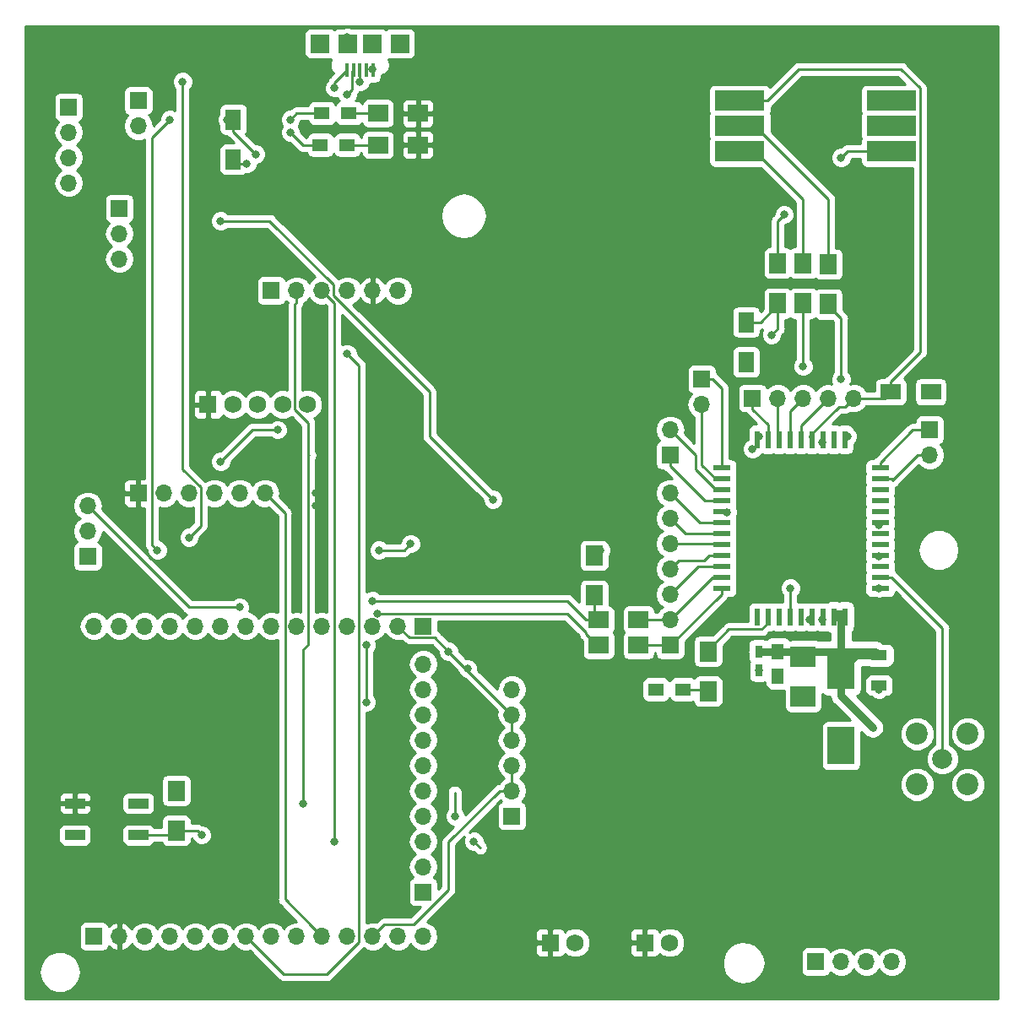
<source format=gbr>
G04 #@! TF.GenerationSoftware,KiCad,Pcbnew,(5.0.2)-1*
G04 #@! TF.CreationDate,2019-04-16T07:35:45+02:00*
G04 #@! TF.ProjectId,devboard_io,64657662-6f61-4726-945f-696f2e6b6963,rev?*
G04 #@! TF.SameCoordinates,Original*
G04 #@! TF.FileFunction,Copper,L2,Bot*
G04 #@! TF.FilePolarity,Positive*
%FSLAX46Y46*%
G04 Gerber Fmt 4.6, Leading zero omitted, Abs format (unit mm)*
G04 Created by KiCad (PCBNEW (5.0.2)-1) date 16/04/2019 07:35:45*
%MOMM*%
%LPD*%
G01*
G04 APERTURE LIST*
G04 #@! TA.AperFunction,SMDPad,CuDef*
%ADD10R,1.600000X2.000000*%
G04 #@! TD*
G04 #@! TA.AperFunction,SMDPad,CuDef*
%ADD11R,2.000000X1.600000*%
G04 #@! TD*
G04 #@! TA.AperFunction,SMDPad,CuDef*
%ADD12R,2.700000X3.750000*%
G04 #@! TD*
G04 #@! TA.AperFunction,SMDPad,CuDef*
%ADD13R,2.500000X2.000000*%
G04 #@! TD*
G04 #@! TA.AperFunction,SMDPad,CuDef*
%ADD14R,0.750000X1.200000*%
G04 #@! TD*
G04 #@! TA.AperFunction,SMDPad,CuDef*
%ADD15R,1.250000X1.500000*%
G04 #@! TD*
G04 #@! TA.AperFunction,SMDPad,CuDef*
%ADD16R,1.500000X1.300000*%
G04 #@! TD*
G04 #@! TA.AperFunction,SMDPad,CuDef*
%ADD17R,1.600000X1.000000*%
G04 #@! TD*
G04 #@! TA.AperFunction,ComponentPad*
%ADD18R,1.700000X1.700000*%
G04 #@! TD*
G04 #@! TA.AperFunction,ComponentPad*
%ADD19O,1.700000X1.700000*%
G04 #@! TD*
G04 #@! TA.AperFunction,SMDPad,CuDef*
%ADD20R,0.400000X1.400000*%
G04 #@! TD*
G04 #@! TA.AperFunction,SMDPad,CuDef*
%ADD21R,1.900000X1.900000*%
G04 #@! TD*
G04 #@! TA.AperFunction,ComponentPad*
%ADD22C,1.750000*%
G04 #@! TD*
G04 #@! TA.AperFunction,ComponentPad*
%ADD23R,1.750000X1.750000*%
G04 #@! TD*
G04 #@! TA.AperFunction,SMDPad,CuDef*
%ADD24R,5.000000X2.000000*%
G04 #@! TD*
G04 #@! TA.AperFunction,ComponentPad*
%ADD25C,2.000000*%
G04 #@! TD*
G04 #@! TA.AperFunction,ComponentPad*
%ADD26C,2.200000*%
G04 #@! TD*
G04 #@! TA.AperFunction,SMDPad,CuDef*
%ADD27R,2.000000X1.700000*%
G04 #@! TD*
G04 #@! TA.AperFunction,SMDPad,CuDef*
%ADD28R,1.700000X2.000000*%
G04 #@! TD*
G04 #@! TA.AperFunction,SMDPad,CuDef*
%ADD29R,2.000000X1.000000*%
G04 #@! TD*
G04 #@! TA.AperFunction,SMDPad,CuDef*
%ADD30R,0.600000X1.800000*%
G04 #@! TD*
G04 #@! TA.AperFunction,SMDPad,CuDef*
%ADD31R,1.800000X0.600000*%
G04 #@! TD*
G04 #@! TA.AperFunction,ViaPad*
%ADD32C,0.800000*%
G04 #@! TD*
G04 #@! TA.AperFunction,Conductor*
%ADD33C,0.250000*%
G04 #@! TD*
G04 #@! TA.AperFunction,Conductor*
%ADD34C,0.800000*%
G04 #@! TD*
G04 #@! TA.AperFunction,Conductor*
%ADD35C,0.254000*%
G04 #@! TD*
G04 APERTURE END LIST*
D10*
G04 #@! TO.P,C1,2*
G04 #@! TO.N,GND*
X389890000Y-40640000D03*
G04 #@! TO.P,C1,1*
G04 #@! TO.N,Net-(C1-Pad1)*
X389890000Y-44640000D03*
G04 #@! TD*
D11*
G04 #@! TO.P,C2,1*
G04 #@! TO.N,GND*
X459835000Y-67945000D03*
G04 #@! TO.P,C2,2*
G04 #@! TO.N,Net-(C2-Pad2)*
X455835000Y-67945000D03*
G04 #@! TD*
D12*
G04 #@! TO.P,C3,2*
G04 #@! TO.N,GND*
X450850000Y-103435000D03*
G04 #@! TO.P,C3,1*
G04 #@! TO.N,+BATT*
X450850000Y-95885000D03*
G04 #@! TD*
D13*
G04 #@! TO.P,C4,2*
G04 #@! TO.N,+BATT*
X447040000Y-94520000D03*
G04 #@! TO.P,C4,1*
G04 #@! TO.N,GND*
X447040000Y-98520000D03*
G04 #@! TD*
D14*
G04 #@! TO.P,C5,2*
G04 #@! TO.N,+BATT*
X442595000Y-93985000D03*
G04 #@! TO.P,C5,1*
G04 #@! TO.N,GND*
X442595000Y-95885000D03*
G04 #@! TD*
D15*
G04 #@! TO.P,C6,2*
G04 #@! TO.N,+BATT*
X444500000Y-93980000D03*
G04 #@! TO.P,C6,1*
G04 #@! TO.N,GND*
X444500000Y-96480000D03*
G04 #@! TD*
D10*
G04 #@! TO.P,C7,2*
G04 #@! TO.N,GND*
X441325000Y-64960000D03*
G04 #@! TO.P,C7,1*
G04 #@! TO.N,Net-(C7-Pad1)*
X441325000Y-60960000D03*
G04 #@! TD*
D16*
G04 #@! TO.P,D1,2*
G04 #@! TO.N,Net-(D1-Pad2)*
X401480000Y-40005000D03*
G04 #@! TO.P,D1,1*
G04 #@! TO.N,Net-(D1-Pad1)*
X398780000Y-40005000D03*
G04 #@! TD*
G04 #@! TO.P,D2,2*
G04 #@! TO.N,Net-(D2-Pad2)*
X401320000Y-43180000D03*
G04 #@! TO.P,D2,1*
G04 #@! TO.N,Net-(D2-Pad1)*
X398620000Y-43180000D03*
G04 #@! TD*
D17*
G04 #@! TO.P,D3,2*
G04 #@! TO.N,GND*
X454660000Y-97385000D03*
G04 #@! TO.P,D3,1*
G04 #@! TO.N,+BATT*
X454660000Y-94385000D03*
G04 #@! TD*
D16*
G04 #@! TO.P,D4,1*
G04 #@! TO.N,GND*
X432275000Y-97790000D03*
G04 #@! TO.P,D4,2*
G04 #@! TO.N,Net-(D4-Pad2)*
X434975000Y-97790000D03*
G04 #@! TD*
D18*
G04 #@! TO.P,J1,1*
G04 #@! TO.N,Net-(J1-Pad1)*
X380365000Y-38735000D03*
D19*
G04 #@! TO.P,J1,2*
G04 #@! TO.N,Net-(J1-Pad2)*
X380365000Y-41275000D03*
G04 #@! TD*
D20*
G04 #@! TO.P,J2,1*
G04 #@! TO.N,+5V*
X401290000Y-35670000D03*
G04 #@! TO.P,J2,2*
G04 #@! TO.N,Net-(J2-Pad2)*
X401940000Y-35670000D03*
G04 #@! TO.P,J2,3*
G04 #@! TO.N,Net-(J2-Pad3)*
X402590000Y-35670000D03*
G04 #@! TO.P,J2,4*
G04 #@! TO.N,Net-(J2-Pad4)*
X403240000Y-35670000D03*
G04 #@! TO.P,J2,5*
G04 #@! TO.N,GND*
X403890000Y-35670000D03*
D21*
G04 #@! TO.P,J2,6*
X398590000Y-33020000D03*
X401390000Y-33020000D03*
X403790000Y-33020000D03*
X406590000Y-33020000D03*
G04 #@! TD*
D19*
G04 #@! TO.P,J3,6*
G04 #@! TO.N,GND*
X406400000Y-57785000D03*
G04 #@! TO.P,J3,5*
G04 #@! TO.N,+3V3*
X403860000Y-57785000D03*
G04 #@! TO.P,J3,4*
G04 #@! TO.N,/AD8232_analog*
X401320000Y-57785000D03*
G04 #@! TO.P,J3,3*
G04 #@! TO.N,/LO-*
X398780000Y-57785000D03*
G04 #@! TO.P,J3,2*
G04 #@! TO.N,/LO+*
X396240000Y-57785000D03*
D18*
G04 #@! TO.P,J3,1*
G04 #@! TO.N,Net-(J3-Pad1)*
X393700000Y-57785000D03*
G04 #@! TD*
D22*
G04 #@! TO.P,J4,5*
G04 #@! TO.N,/MAX30100_INT*
X397350000Y-69215000D03*
G04 #@! TO.P,J4,4*
G04 #@! TO.N,SCL*
X394850000Y-69215000D03*
G04 #@! TO.P,J4,3*
G04 #@! TO.N,SDA*
X392350000Y-69215000D03*
G04 #@! TO.P,J4,2*
G04 #@! TO.N,GND*
X389850000Y-69215000D03*
D23*
G04 #@! TO.P,J4,1*
G04 #@! TO.N,+3V3*
X387350000Y-69215000D03*
G04 #@! TD*
D18*
G04 #@! TO.P,J6,1*
G04 #@! TO.N,Net-(J6-Pad1)*
X373380000Y-39370000D03*
D19*
G04 #@! TO.P,J6,2*
G04 #@! TO.N,Net-(J6-Pad2)*
X373380000Y-41910000D03*
G04 #@! TO.P,J6,3*
G04 #@! TO.N,Net-(J6-Pad3)*
X373380000Y-44450000D03*
G04 #@! TO.P,J6,4*
G04 #@! TO.N,Net-(J6-Pad4)*
X373380000Y-46990000D03*
G04 #@! TD*
G04 #@! TO.P,J7,4*
G04 #@! TO.N,GND*
X455930000Y-125095000D03*
G04 #@! TO.P,J7,3*
G04 #@! TO.N,Net-(F3-Pad2)*
X453390000Y-125095000D03*
G04 #@! TO.P,J7,2*
G04 #@! TO.N,Net-(F2-Pad2)*
X450850000Y-125095000D03*
D18*
G04 #@! TO.P,J7,1*
G04 #@! TO.N,Net-(F1-Pad2)*
X448310000Y-125095000D03*
G04 #@! TD*
D19*
G04 #@! TO.P,J8,3*
G04 #@! TO.N,Net-(J8-Pad3)*
X378460000Y-54610000D03*
G04 #@! TO.P,J8,2*
G04 #@! TO.N,Net-(J8-Pad2)*
X378460000Y-52070000D03*
D18*
G04 #@! TO.P,J8,1*
G04 #@! TO.N,Net-(J8-Pad1)*
X378460000Y-49530000D03*
G04 #@! TD*
D24*
G04 #@! TO.P,J9,1*
G04 #@! TO.N,Net-(C2-Pad2)*
X440690000Y-38735000D03*
G04 #@! TO.P,J9,2*
G04 #@! TO.N,Net-(J9-Pad2)*
X440690000Y-41275000D03*
G04 #@! TO.P,J9,3*
G04 #@! TO.N,Net-(J9-Pad3)*
X440690000Y-43815000D03*
G04 #@! TO.P,J9,5*
G04 #@! TO.N,GND*
X455930000Y-38735000D03*
G04 #@! TO.P,J9,6*
G04 #@! TO.N,Net-(J9-Pad6)*
X455930000Y-41275000D03*
G04 #@! TO.P,J9,7*
G04 #@! TO.N,Net-(J9-Pad7)*
X455930000Y-43815000D03*
G04 #@! TD*
D25*
G04 #@! TO.P,J10,1*
G04 #@! TO.N,Net-(J10-Pad1)*
X461010000Y-104775000D03*
D26*
G04 #@! TO.P,J10,2*
G04 #@! TO.N,GND*
X463550000Y-102235000D03*
X463550000Y-107315000D03*
X458470000Y-107315000D03*
X458470000Y-102235000D03*
G04 #@! TD*
D19*
G04 #@! TO.P,J11,7*
G04 #@! TO.N,Net-(J11-Pad7)*
X433705000Y-78105000D03*
G04 #@! TO.P,J11,6*
G04 #@! TO.N,Net-(J11-Pad6)*
X433705000Y-80645000D03*
G04 #@! TO.P,J11,5*
G04 #@! TO.N,Net-(J11-Pad5)*
X433705000Y-83185000D03*
G04 #@! TO.P,J11,4*
G04 #@! TO.N,Net-(J11-Pad4)*
X433705000Y-85725000D03*
G04 #@! TO.P,J11,3*
G04 #@! TO.N,Net-(J11-Pad3)*
X433705000Y-88265000D03*
G04 #@! TO.P,J11,2*
G04 #@! TO.N,Net-(J11-Pad2)*
X433705000Y-90805000D03*
D18*
G04 #@! TO.P,J11,1*
G04 #@! TO.N,Net-(J11-Pad1)*
X433705000Y-93345000D03*
G04 #@! TD*
D19*
G04 #@! TO.P,J12,2*
G04 #@! TO.N,Net-(J12-Pad2)*
X459740000Y-74295000D03*
D18*
G04 #@! TO.P,J12,1*
G04 #@! TO.N,Net-(J12-Pad1)*
X459740000Y-71755000D03*
G04 #@! TD*
D19*
G04 #@! TO.P,J13,5*
G04 #@! TO.N,Net-(C2-Pad2)*
X452120000Y-68580000D03*
G04 #@! TO.P,J13,4*
G04 #@! TO.N,Net-(J13-Pad4)*
X449580000Y-68580000D03*
G04 #@! TO.P,J13,3*
G04 #@! TO.N,Net-(J13-Pad3)*
X447040000Y-68580000D03*
G04 #@! TO.P,J13,2*
G04 #@! TO.N,Net-(C7-Pad1)*
X444500000Y-68580000D03*
D18*
G04 #@! TO.P,J13,1*
G04 #@! TO.N,Net-(J13-Pad1)*
X441960000Y-68580000D03*
G04 #@! TD*
D19*
G04 #@! TO.P,J14,2*
G04 #@! TO.N,Net-(J14-Pad2)*
X433705000Y-71755000D03*
D18*
G04 #@! TO.P,J14,1*
G04 #@! TO.N,Net-(J14-Pad1)*
X433705000Y-74295000D03*
G04 #@! TD*
G04 #@! TO.P,J15,1*
G04 #@! TO.N,Net-(J15-Pad1)*
X436880000Y-66675000D03*
D19*
G04 #@! TO.P,J15,2*
G04 #@! TO.N,Net-(J15-Pad2)*
X436880000Y-69215000D03*
G04 #@! TD*
D18*
G04 #@! TO.P,J16,1*
G04 #@! TO.N,GND*
X375920000Y-122555000D03*
D19*
G04 #@! TO.P,J16,2*
G04 #@! TO.N,+3V3*
X378460000Y-122555000D03*
G04 #@! TO.P,J16,3*
G04 #@! TO.N,Net-(J16-Pad3)*
X381000000Y-122555000D03*
G04 #@! TO.P,J16,4*
G04 #@! TO.N,/switch_air*
X383540000Y-122555000D03*
G04 #@! TO.P,J16,5*
G04 #@! TO.N,/switch_heart*
X386080000Y-122555000D03*
G04 #@! TO.P,J16,6*
G04 #@! TO.N,/LO+*
X388620000Y-122555000D03*
G04 #@! TO.P,J16,7*
G04 #@! TO.N,/AD8232_analog*
X391160000Y-122555000D03*
G04 #@! TO.P,J16,8*
G04 #@! TO.N,Net-(J16-Pad8)*
X393700000Y-122555000D03*
G04 #@! TO.P,J16,9*
G04 #@! TO.N,Net-(J16-Pad9)*
X396240000Y-122555000D03*
G04 #@! TO.P,J16,10*
G04 #@! TO.N,/gpio_rpi*
X398780000Y-122555000D03*
G04 #@! TO.P,J16,11*
G04 #@! TO.N,Net-(J16-Pad11)*
X401320000Y-122555000D03*
G04 #@! TO.P,J16,12*
G04 #@! TO.N,/air_ex*
X403860000Y-122555000D03*
G04 #@! TO.P,J16,13*
G04 #@! TO.N,/LO-*
X406400000Y-122555000D03*
G04 #@! TO.P,J16,14*
G04 #@! TO.N,/MAX30100_INT*
X408940000Y-122555000D03*
G04 #@! TD*
G04 #@! TO.P,J17,14*
G04 #@! TO.N,GND*
X375920000Y-91440000D03*
G04 #@! TO.P,J17,13*
G04 #@! TO.N,Net-(J17-Pad13)*
X378460000Y-91440000D03*
G04 #@! TO.P,J17,12*
G04 #@! TO.N,SCL*
X381000000Y-91440000D03*
G04 #@! TO.P,J17,11*
G04 #@! TO.N,Net-(J17-Pad11)*
X383540000Y-91440000D03*
G04 #@! TO.P,J17,10*
G04 #@! TO.N,Net-(J17-Pad10)*
X386080000Y-91440000D03*
G04 #@! TO.P,J17,9*
G04 #@! TO.N,SDA*
X388620000Y-91440000D03*
G04 #@! TO.P,J17,8*
G04 #@! TO.N,Net-(J17-Pad8)*
X391160000Y-91440000D03*
G04 #@! TO.P,J17,7*
G04 #@! TO.N,/heart_motor*
X393700000Y-91440000D03*
G04 #@! TO.P,J17,6*
G04 #@! TO.N,/PWRKEY*
X396240000Y-91440000D03*
G04 #@! TO.P,J17,5*
G04 #@! TO.N,Net-(J17-Pad5)*
X398780000Y-91440000D03*
G04 #@! TO.P,J17,4*
G04 #@! TO.N,/sim800_rx*
X401320000Y-91440000D03*
G04 #@! TO.P,J17,3*
G04 #@! TO.N,/sim800_tx*
X403860000Y-91440000D03*
G04 #@! TO.P,J17,2*
G04 #@! TO.N,/air_in*
X406400000Y-91440000D03*
D18*
G04 #@! TO.P,J17,1*
G04 #@! TO.N,Net-(J17-Pad1)*
X408940000Y-91440000D03*
G04 #@! TD*
D19*
G04 #@! TO.P,J18,10*
G04 #@! TO.N,Net-(J18-Pad10)*
X408940000Y-95250000D03*
G04 #@! TO.P,J18,9*
G04 #@! TO.N,Net-(J18-Pad9)*
X408940000Y-97790000D03*
G04 #@! TO.P,J18,8*
G04 #@! TO.N,Net-(J18-Pad8)*
X408940000Y-100330000D03*
G04 #@! TO.P,J18,7*
G04 #@! TO.N,Net-(J18-Pad7)*
X408940000Y-102870000D03*
G04 #@! TO.P,J18,6*
G04 #@! TO.N,Net-(J18-Pad6)*
X408940000Y-105410000D03*
G04 #@! TO.P,J18,5*
G04 #@! TO.N,Net-(J18-Pad5)*
X408940000Y-107950000D03*
G04 #@! TO.P,J18,4*
G04 #@! TO.N,Net-(J18-Pad4)*
X408940000Y-110490000D03*
G04 #@! TO.P,J18,3*
G04 #@! TO.N,Net-(J18-Pad3)*
X408940000Y-113030000D03*
G04 #@! TO.P,J18,2*
G04 #@! TO.N,Net-(J18-Pad2)*
X408940000Y-115570000D03*
D18*
G04 #@! TO.P,J18,1*
G04 #@! TO.N,GND*
X408940000Y-118110000D03*
G04 #@! TD*
G04 #@! TO.P,J19,1*
G04 #@! TO.N,GND*
X375285000Y-84455000D03*
D19*
G04 #@! TO.P,J19,2*
G04 #@! TO.N,+5V*
X375285000Y-81915000D03*
G04 #@! TO.P,J19,3*
G04 #@! TO.N,/heart_motor*
X375285000Y-79375000D03*
G04 #@! TD*
D18*
G04 #@! TO.P,J20,1*
G04 #@! TO.N,+5V*
X417830000Y-110490000D03*
D19*
G04 #@! TO.P,J20,2*
G04 #@! TO.N,/air_ex*
X417830000Y-107950000D03*
G04 #@! TO.P,J20,3*
X417830000Y-105410000D03*
G04 #@! TO.P,J20,4*
G04 #@! TO.N,/air_in*
X417830000Y-102870000D03*
G04 #@! TO.P,J20,5*
X417830000Y-100330000D03*
G04 #@! TO.P,J20,6*
G04 #@! TO.N,GND*
X417830000Y-97790000D03*
G04 #@! TD*
D22*
G04 #@! TO.P,J21,2*
G04 #@! TO.N,/switch_heart*
X424180000Y-123190000D03*
D23*
G04 #@! TO.P,J21,1*
G04 #@! TO.N,+3V3*
X421680000Y-123190000D03*
G04 #@! TD*
G04 #@! TO.P,J22,1*
G04 #@! TO.N,+3V3*
X431165000Y-123190000D03*
D22*
G04 #@! TO.P,J22,2*
G04 #@! TO.N,/switch_air*
X433665000Y-123190000D03*
G04 #@! TD*
D27*
G04 #@! TO.P,R1,2*
G04 #@! TO.N,Net-(D1-Pad2)*
X404400000Y-40005000D03*
G04 #@! TO.P,R1,1*
G04 #@! TO.N,+3V3*
X408400000Y-40005000D03*
G04 #@! TD*
G04 #@! TO.P,R2,1*
G04 #@! TO.N,+3V3*
X408400000Y-43180000D03*
G04 #@! TO.P,R2,2*
G04 #@! TO.N,Net-(D2-Pad2)*
X404400000Y-43180000D03*
G04 #@! TD*
D28*
G04 #@! TO.P,R3,2*
G04 #@! TO.N,Net-(J13-Pad4)*
X449580000Y-59150000D03*
G04 #@! TO.P,R3,1*
G04 #@! TO.N,Net-(J9-Pad2)*
X449580000Y-55150000D03*
G04 #@! TD*
G04 #@! TO.P,R4,1*
G04 #@! TO.N,Net-(J9-Pad3)*
X447040000Y-55055000D03*
G04 #@! TO.P,R4,2*
G04 #@! TO.N,Net-(J13-Pad3)*
X447040000Y-59055000D03*
G04 #@! TD*
G04 #@! TO.P,R5,2*
G04 #@! TO.N,Net-(J9-Pad7)*
X444500000Y-55055000D03*
G04 #@! TO.P,R5,1*
G04 #@! TO.N,Net-(C7-Pad1)*
X444500000Y-59055000D03*
G04 #@! TD*
D27*
G04 #@! TO.P,R6,2*
G04 #@! TO.N,/sim800_tx*
X426530000Y-93345000D03*
G04 #@! TO.P,R6,1*
G04 #@! TO.N,Net-(J11-Pad1)*
X430530000Y-93345000D03*
G04 #@! TD*
G04 #@! TO.P,R7,2*
G04 #@! TO.N,/sim800_rx*
X426530000Y-90805000D03*
G04 #@! TO.P,R7,1*
G04 #@! TO.N,Net-(J11-Pad2)*
X430530000Y-90805000D03*
G04 #@! TD*
D28*
G04 #@! TO.P,R8,1*
G04 #@! TO.N,/sim800_rx*
X426085000Y-88360000D03*
G04 #@! TO.P,R8,2*
G04 #@! TO.N,GND*
X426085000Y-84360000D03*
G04 #@! TD*
G04 #@! TO.P,R10,2*
G04 #@! TO.N,Net-(R10-Pad2)*
X437515000Y-93980000D03*
G04 #@! TO.P,R10,1*
G04 #@! TO.N,Net-(D4-Pad2)*
X437515000Y-97980000D03*
G04 #@! TD*
G04 #@! TO.P,R12,2*
G04 #@! TO.N,Net-(J16-Pad3)*
X384175000Y-111950000D03*
G04 #@! TO.P,R12,1*
G04 #@! TO.N,GND*
X384175000Y-107950000D03*
G04 #@! TD*
D29*
G04 #@! TO.P,SW1,1*
G04 #@! TO.N,+3V3*
X374015000Y-109220000D03*
G04 #@! TO.P,SW1,3*
G04 #@! TO.N,N/C*
X380365000Y-109220000D03*
G04 #@! TO.P,SW1,4*
X374015000Y-112395000D03*
G04 #@! TO.P,SW1,2*
G04 #@! TO.N,Net-(J16-Pad3)*
X380365000Y-112395000D03*
G04 #@! TD*
D30*
G04 #@! TO.P,U3,13*
G04 #@! TO.N,GND*
X442424100Y-72722900D03*
G04 #@! TO.P,U3,34*
G04 #@! TO.N,+BATT*
X451224100Y-90522900D03*
D31*
G04 #@! TO.P,U3,22*
G04 #@! TO.N,Net-(J12-Pad1)*
X454774100Y-75572900D03*
G04 #@! TO.P,U3,1*
G04 #@! TO.N,Net-(J11-Pad1)*
X438874100Y-87672900D03*
G04 #@! TO.P,U3,2*
G04 #@! TO.N,Net-(J11-Pad2)*
X438874100Y-86572900D03*
G04 #@! TO.P,U3,3*
G04 #@! TO.N,Net-(J11-Pad3)*
X438874100Y-85472900D03*
G04 #@! TO.P,U3,4*
G04 #@! TO.N,Net-(J11-Pad4)*
X438874100Y-84372900D03*
G04 #@! TO.P,U3,5*
G04 #@! TO.N,Net-(J11-Pad5)*
X438874100Y-83272900D03*
G04 #@! TO.P,U3,6*
G04 #@! TO.N,Net-(J11-Pad6)*
X438874100Y-82172900D03*
G04 #@! TO.P,U3,7*
G04 #@! TO.N,Net-(J11-Pad7)*
X438874100Y-81072900D03*
G04 #@! TO.P,U3,8*
G04 #@! TO.N,GND*
X438874100Y-79972900D03*
G04 #@! TO.P,U3,9*
G04 #@! TO.N,Net-(J14-Pad1)*
X438874100Y-78872900D03*
G04 #@! TO.P,U3,10*
G04 #@! TO.N,Net-(J14-Pad2)*
X438874100Y-77772900D03*
G04 #@! TO.P,U3,11*
G04 #@! TO.N,Net-(J15-Pad2)*
X438874100Y-76672900D03*
G04 #@! TO.P,U3,12*
G04 #@! TO.N,Net-(J15-Pad1)*
X438874100Y-75572900D03*
G04 #@! TO.P,U3,23*
G04 #@! TO.N,Net-(J12-Pad2)*
X454774100Y-76672900D03*
G04 #@! TO.P,U3,24*
G04 #@! TO.N,Net-(U3-Pad24)*
X454774100Y-77772900D03*
G04 #@! TO.P,U3,25*
G04 #@! TO.N,Net-(U3-Pad25)*
X454774100Y-78872900D03*
G04 #@! TO.P,U3,26*
G04 #@! TO.N,Net-(U3-Pad26)*
X454774100Y-79972900D03*
G04 #@! TO.P,U3,27*
G04 #@! TO.N,GND*
X454774100Y-81072900D03*
G04 #@! TO.P,U3,28*
G04 #@! TO.N,Net-(U3-Pad28)*
X454774100Y-82172900D03*
G04 #@! TO.P,U3,29*
G04 #@! TO.N,Net-(U3-Pad29)*
X454774100Y-83272900D03*
G04 #@! TO.P,U3,30*
G04 #@! TO.N,GND*
X454774100Y-84372900D03*
G04 #@! TO.P,U3,31*
X454774100Y-85472900D03*
G04 #@! TO.P,U3,32*
G04 #@! TO.N,Net-(J10-Pad1)*
X454774100Y-86572900D03*
G04 #@! TO.P,U3,33*
G04 #@! TO.N,GND*
X454774100Y-87672900D03*
D30*
G04 #@! TO.P,U3,14*
G04 #@! TO.N,Net-(J13-Pad1)*
X443524100Y-72722900D03*
G04 #@! TO.P,U3,15*
G04 #@! TO.N,Net-(C7-Pad1)*
X444624100Y-72722900D03*
G04 #@! TO.P,U3,16*
G04 #@! TO.N,Net-(J13-Pad3)*
X445724100Y-72722900D03*
G04 #@! TO.P,U3,17*
G04 #@! TO.N,Net-(J13-Pad4)*
X446824100Y-72722900D03*
G04 #@! TO.P,U3,18*
G04 #@! TO.N,Net-(C2-Pad2)*
X447924100Y-72722900D03*
G04 #@! TO.P,U3,19*
G04 #@! TO.N,GND*
X449024100Y-72722900D03*
G04 #@! TO.P,U3,20*
G04 #@! TO.N,Net-(U3-Pad20)*
X450124100Y-72722900D03*
G04 #@! TO.P,U3,21*
G04 #@! TO.N,GND*
X451224100Y-72722900D03*
G04 #@! TO.P,U3,35*
G04 #@! TO.N,+BATT*
X450124100Y-90522900D03*
G04 #@! TO.P,U3,36*
G04 #@! TO.N,GND*
X449024100Y-90522900D03*
G04 #@! TO.P,U3,37*
X447924100Y-90522900D03*
G04 #@! TO.P,U3,38*
G04 #@! TO.N,Net-(U3-Pad38)*
X446824100Y-90522900D03*
G04 #@! TO.P,U3,39*
G04 #@! TO.N,Net-(JP1-Pad2)*
X445724100Y-90522900D03*
G04 #@! TO.P,U3,40*
G04 #@! TO.N,Net-(U3-Pad40)*
X444624100Y-90522900D03*
G04 #@! TO.P,U3,41*
G04 #@! TO.N,Net-(R10-Pad2)*
X443524100Y-90522900D03*
G04 #@! TO.P,U3,42*
G04 #@! TO.N,Net-(U3-Pad42)*
X442424100Y-90522900D03*
G04 #@! TD*
D19*
G04 #@! TO.P,J5,6*
G04 #@! TO.N,/gpio_rpi*
X393065000Y-78105000D03*
G04 #@! TO.P,J5,5*
G04 #@! TO.N,SDA*
X390525000Y-78105000D03*
G04 #@! TO.P,J5,4*
G04 #@! TO.N,SCL*
X387985000Y-78105000D03*
G04 #@! TO.P,J5,3*
G04 #@! TO.N,GND*
X385445000Y-78105000D03*
G04 #@! TO.P,J5,2*
G04 #@! TO.N,+5V*
X382905000Y-78105000D03*
D18*
G04 #@! TO.P,J5,1*
G04 #@! TO.N,+3V3*
X380365000Y-78105000D03*
G04 #@! TD*
D32*
G04 #@! TO.N,*
X414020000Y-113030000D03*
X412115000Y-110490000D03*
G04 #@! TO.N,+3V3*
X379730000Y-118110000D03*
X413385000Y-107950000D03*
X413385000Y-99695000D03*
X457835000Y-114300000D03*
X378460000Y-86360000D03*
X398145000Y-78105000D03*
X389255000Y-86995000D03*
X411480000Y-85090000D03*
X398145000Y-79375000D03*
X371475000Y-74295000D03*
X389890000Y-88265000D03*
X387912892Y-40077108D03*
X395432347Y-43642347D03*
X414655000Y-85725000D03*
X398145000Y-64770000D03*
X405130000Y-96520000D03*
X405130000Y-94615000D03*
X405130000Y-93980000D03*
G04 #@! TO.N,GND*
X384175000Y-107950000D03*
X403860000Y-35560000D03*
X451485000Y-72390000D03*
X442595000Y-72390000D03*
X454660000Y-84455000D03*
X454660000Y-87630000D03*
X454660000Y-81280000D03*
X454660000Y-97790000D03*
X448945000Y-90805000D03*
X447675000Y-90805000D03*
X442595000Y-95885000D03*
X444500000Y-96520000D03*
X450850000Y-102870000D03*
X450850000Y-104140000D03*
X446405000Y-98425000D03*
X432435000Y-97790000D03*
X389255000Y-40640000D03*
X406400000Y-33020000D03*
X403860000Y-33020000D03*
X401320000Y-32385000D03*
X398145000Y-33020000D03*
X426720000Y-83820000D03*
X439420000Y-80010000D03*
X448945000Y-73025000D03*
X441325000Y-64770000D03*
X460375000Y-67945000D03*
X455930000Y-38735000D03*
X441960000Y-73660000D03*
X389255000Y-40640000D03*
X389255000Y-40640000D03*
X450850000Y-104140000D03*
X450850000Y-104140000D03*
X450850000Y-102870000D03*
X450850000Y-102870000D03*
X450850000Y-102870000D03*
X450850000Y-102870000D03*
X450850000Y-104140000D03*
X450850000Y-104140000D03*
X441960000Y-73660000D03*
X441960000Y-73660000D03*
X441325000Y-64770000D03*
X441325000Y-64770000D03*
X392122446Y-44102626D03*
G04 #@! TO.N,+BATT*
X454025000Y-101600000D03*
G04 #@! TO.N,+5V*
X400050000Y-37465000D03*
X415925000Y-78740000D03*
X388620000Y-50800000D03*
G04 #@! TO.N,Net-(D1-Pad1)*
X395605000Y-40640000D03*
G04 #@! TO.N,Net-(D2-Pad1)*
X395605000Y-41910000D03*
G04 #@! TO.N,/LO-*
X400050000Y-113030000D03*
G04 #@! TO.N,/LO+*
X396875000Y-109220000D03*
G04 #@! TO.N,Net-(J2-Pad2)*
X401320000Y-38100000D03*
G04 #@! TO.N,Net-(J2-Pad3)*
X402590000Y-36830000D03*
G04 #@! TO.N,SCL*
X388620000Y-74930000D03*
X394335000Y-71755000D03*
G04 #@! TO.N,RX_ESP32*
X385445000Y-82550000D03*
X384810000Y-36830000D03*
G04 #@! TO.N,TX_ESP32*
X382270000Y-83820000D03*
X383540000Y-40640000D03*
G04 #@! TO.N,/PWRKEY*
X407670000Y-83185000D03*
X404495000Y-83820000D03*
G04 #@! TO.N,Net-(C1-Pad1)*
X391250000Y-45085000D03*
G04 #@! TO.N,Net-(C7-Pad1)*
X443865000Y-62230000D03*
G04 #@! TO.N,/AD8232_analog*
X401320000Y-64135000D03*
G04 #@! TO.N,/MAX30100_INT*
X403225000Y-93345000D03*
X403225000Y-99060000D03*
G04 #@! TO.N,Net-(J9-Pad7)*
X445135000Y-50165000D03*
X450850000Y-44450000D03*
G04 #@! TO.N,Net-(J13-Pad4)*
X450850000Y-66675000D03*
G04 #@! TO.N,Net-(J13-Pad3)*
X447040000Y-65405000D03*
G04 #@! TO.N,Net-(J16-Pad3)*
X386715000Y-112395000D03*
G04 #@! TO.N,/heart_motor*
X390525000Y-89535000D03*
G04 #@! TO.N,/sim800_rx*
X403860000Y-88900000D03*
G04 #@! TO.N,/sim800_tx*
X403860000Y-91440000D03*
X404310001Y-90170000D03*
G04 #@! TO.N,/air_in*
X413385000Y-95695000D03*
X411480000Y-93980000D03*
G04 #@! TO.N,Net-(JP1-Pad2)*
X445770000Y-87630000D03*
G04 #@! TD*
D33*
G04 #@! TO.N,*
X414655000Y-113665000D02*
X414020000Y-113030000D01*
X412115000Y-110490000D02*
X412115000Y-109855000D01*
X412115000Y-109855000D02*
X412115000Y-108146998D01*
G04 #@! TO.N,+3V3*
X405130000Y-96520000D02*
X405130000Y-94615000D01*
G04 #@! TO.N,GND*
X389890000Y-41870180D02*
X389890000Y-40640000D01*
X392122446Y-44102626D02*
X389890000Y-41870180D01*
D34*
G04 #@! TO.N,+BATT*
X450850000Y-95885000D02*
X450850000Y-90170000D01*
X450324101Y-90322899D02*
X450324101Y-90522900D01*
X450477000Y-90170000D02*
X450324101Y-90322899D01*
X450850000Y-90170000D02*
X450477000Y-90170000D01*
X452350000Y-94385000D02*
X450850000Y-95885000D01*
X454660000Y-94385000D02*
X452350000Y-94385000D01*
X454260000Y-93985000D02*
X454660000Y-94385000D01*
X442595000Y-93985000D02*
X454260000Y-93985000D01*
X450850000Y-98425000D02*
X450850000Y-95885000D01*
X454025000Y-101600000D02*
X450850000Y-98425000D01*
X446500000Y-93980000D02*
X447040000Y-94520000D01*
X444500000Y-93980000D02*
X446500000Y-93980000D01*
D33*
G04 #@! TO.N,+5V*
X400050000Y-36910000D02*
X401290000Y-35670000D01*
X400050000Y-37465000D02*
X400050000Y-36910000D01*
X415925000Y-78740000D02*
X409575000Y-72390000D01*
X393534002Y-50800000D02*
X388620000Y-50800000D01*
X399955001Y-57220999D02*
X393534002Y-50800000D01*
X399955001Y-58323591D02*
X399955001Y-57220999D01*
X409575000Y-72390000D02*
X409575000Y-67943590D01*
X409575000Y-67943590D02*
X399955001Y-58323591D01*
G04 #@! TO.N,Net-(D1-Pad1)*
X398780000Y-40005000D02*
X396240000Y-40005000D01*
X396240000Y-40005000D02*
X395605000Y-40640000D01*
G04 #@! TO.N,Net-(D2-Pad1)*
X398620000Y-43180000D02*
X396875000Y-43180000D01*
X396875000Y-43180000D02*
X395605000Y-41910000D01*
G04 #@! TO.N,/LO-*
X398780000Y-57785000D02*
X400050000Y-59055000D01*
X400050000Y-59055000D02*
X400050000Y-113030000D01*
G04 #@! TO.N,/LO+*
X396240000Y-58987081D02*
X396240000Y-57785000D01*
X396050001Y-59177080D02*
X396240000Y-58987081D01*
X396050001Y-69691003D02*
X396050001Y-59177080D01*
X397415001Y-71056003D02*
X396050001Y-69691003D01*
X396875000Y-93814002D02*
X397415001Y-93274001D01*
X396875000Y-109220000D02*
X396875000Y-93814002D01*
X397415001Y-74295000D02*
X397510000Y-74295000D01*
X397415001Y-74295000D02*
X397415001Y-71056003D01*
X397415001Y-93274001D02*
X397415001Y-74295000D01*
G04 #@! TO.N,Net-(J2-Pad2)*
X401815001Y-35794999D02*
X401940000Y-35670000D01*
X401815001Y-37604999D02*
X401815001Y-35794999D01*
X401320000Y-38100000D02*
X401815001Y-37604999D01*
G04 #@! TO.N,Net-(J2-Pad3)*
X402590000Y-35670000D02*
X402590000Y-36195000D01*
X402590000Y-36195000D02*
X402590000Y-36830000D01*
G04 #@! TO.N,Net-(J9-Pad2)*
X442190000Y-41275000D02*
X440690000Y-41275000D01*
X449580000Y-48665000D02*
X442190000Y-41275000D01*
X449580000Y-55150000D02*
X449580000Y-48665000D01*
G04 #@! TO.N,Net-(J10-Pad1)*
X455924100Y-86572900D02*
X454774100Y-86572900D01*
X461010000Y-91658800D02*
X455924100Y-86572900D01*
X461010000Y-104775000D02*
X461010000Y-91658800D01*
G04 #@! TO.N,Net-(J11-Pad1)*
X433752000Y-93345000D02*
X433705000Y-93345000D01*
X438874100Y-88222900D02*
X433752000Y-93345000D01*
X438874100Y-87672900D02*
X438874100Y-88222900D01*
X431780000Y-93345000D02*
X433705000Y-93345000D01*
X430530000Y-93345000D02*
X431780000Y-93345000D01*
G04 #@! TO.N,Net-(J11-Pad2)*
X437937100Y-86572900D02*
X438874100Y-86572900D01*
X433705000Y-90805000D02*
X437937100Y-86572900D01*
X430530000Y-90805000D02*
X433705000Y-90805000D01*
G04 #@! TO.N,Net-(J11-Pad3)*
X436497100Y-85472900D02*
X438874100Y-85472900D01*
X433705000Y-88265000D02*
X436497100Y-85472900D01*
G04 #@! TO.N,SCL*
X388620000Y-74930000D02*
X391795000Y-71755000D01*
X391795000Y-71755000D02*
X394335000Y-71755000D01*
G04 #@! TO.N,RX_ESP32*
X386620001Y-77540999D02*
X384810000Y-75730998D01*
X385445000Y-82550000D02*
X386620001Y-81374999D01*
X386620001Y-81374999D02*
X386620001Y-77540999D01*
X384810000Y-75730998D02*
X384810000Y-36830000D01*
G04 #@! TO.N,TX_ESP32*
X381729999Y-42450001D02*
X383540000Y-40640000D01*
X382270000Y-83820000D02*
X381729999Y-83279999D01*
X381729999Y-83279999D02*
X381729999Y-42450001D01*
G04 #@! TO.N,/PWRKEY*
X407670000Y-83185000D02*
X407035000Y-83820000D01*
X407035000Y-83820000D02*
X404495000Y-83820000D01*
G04 #@! TO.N,Net-(C1-Pad1)*
X390335000Y-45085000D02*
X389890000Y-44640000D01*
X391250000Y-45085000D02*
X390335000Y-45085000D01*
G04 #@! TO.N,Net-(C2-Pad2)*
X450617001Y-69429999D02*
X447675000Y-72372000D01*
X452120000Y-68580000D02*
X451270001Y-69429999D01*
X451270001Y-69429999D02*
X450617001Y-69429999D01*
X447675000Y-72473800D02*
X447924100Y-72722900D01*
X447675000Y-72372000D02*
X447675000Y-72473800D01*
X455200000Y-68580000D02*
X455835000Y-67945000D01*
X452120000Y-68580000D02*
X455200000Y-68580000D01*
X443440000Y-38735000D02*
X446615000Y-35560000D01*
X440690000Y-38735000D02*
X443440000Y-38735000D01*
X455835000Y-66895000D02*
X455835000Y-67945000D01*
X458755001Y-63974999D02*
X455835000Y-66895000D01*
X458755001Y-37474999D02*
X458755001Y-63974999D01*
X456840002Y-35560000D02*
X458755001Y-37474999D01*
X446615000Y-35560000D02*
X456840002Y-35560000D01*
G04 #@! TO.N,Net-(C7-Pad1)*
X444500000Y-72598800D02*
X444624100Y-72722900D01*
X444500000Y-68580000D02*
X444500000Y-72598800D01*
X444500000Y-59055000D02*
X444500000Y-61595000D01*
X444500000Y-61595000D02*
X443865000Y-62230000D01*
X444500000Y-59205000D02*
X444500000Y-59055000D01*
X442745000Y-60960000D02*
X444500000Y-59205000D01*
X441325000Y-60960000D02*
X442745000Y-60960000D01*
G04 #@! TO.N,Net-(D1-Pad2)*
X401480000Y-40005000D02*
X404400000Y-40005000D01*
G04 #@! TO.N,Net-(D2-Pad2)*
X402320000Y-43180000D02*
X404400000Y-43180000D01*
X401320000Y-43180000D02*
X402320000Y-43180000D01*
G04 #@! TO.N,Net-(D4-Pad2)*
X437325000Y-97790000D02*
X437515000Y-97980000D01*
X434975000Y-97790000D02*
X437325000Y-97790000D01*
G04 #@! TO.N,/AD8232_analog*
X402495001Y-123119001D02*
X399249002Y-126365000D01*
X401320000Y-64135000D02*
X402495001Y-65310001D01*
X402495001Y-65310001D02*
X402495001Y-123119001D01*
X394970000Y-126365000D02*
X391160000Y-122555000D01*
X399249002Y-126365000D02*
X394970000Y-126365000D01*
G04 #@! TO.N,/MAX30100_INT*
X403225000Y-93345000D02*
X403225000Y-99060000D01*
G04 #@! TO.N,Net-(J9-Pad3)*
X447040000Y-53805000D02*
X447040000Y-55055000D01*
X447040000Y-48665000D02*
X447040000Y-53805000D01*
X442190000Y-43815000D02*
X447040000Y-48665000D01*
X440690000Y-43815000D02*
X442190000Y-43815000D01*
G04 #@! TO.N,Net-(J9-Pad7)*
X444500000Y-55055000D02*
X444500000Y-50800000D01*
X444500000Y-50800000D02*
X445135000Y-50165000D01*
X451485000Y-43815000D02*
X455930000Y-43815000D01*
X450850000Y-44450000D02*
X451485000Y-43815000D01*
G04 #@! TO.N,Net-(J11-Pad7)*
X436672900Y-81072900D02*
X438874100Y-81072900D01*
X433705000Y-78105000D02*
X436672900Y-81072900D01*
G04 #@! TO.N,Net-(J11-Pad6)*
X435232900Y-82172900D02*
X438874100Y-82172900D01*
X433705000Y-80645000D02*
X435232900Y-82172900D01*
G04 #@! TO.N,Net-(J11-Pad5)*
X438786200Y-83185000D02*
X438874100Y-83272900D01*
X433705000Y-83185000D02*
X438786200Y-83185000D01*
G04 #@! TO.N,Net-(J11-Pad4)*
X437724100Y-84372900D02*
X438874100Y-84372900D01*
X437597100Y-84372900D02*
X437724100Y-84372900D01*
X437094999Y-84875001D02*
X437597100Y-84372900D01*
X434554999Y-84875001D02*
X437094999Y-84875001D01*
X433705000Y-85725000D02*
X434554999Y-84875001D01*
G04 #@! TO.N,Net-(J12-Pad2)*
X458537919Y-74295000D02*
X455997919Y-76835000D01*
X459740000Y-74295000D02*
X458537919Y-74295000D01*
X455924100Y-76672900D02*
X454774100Y-76672900D01*
X455997919Y-76746719D02*
X455924100Y-76672900D01*
X455997919Y-76835000D02*
X455997919Y-76746719D01*
G04 #@! TO.N,Net-(J12-Pad1)*
X454774100Y-75022900D02*
X454774100Y-75572900D01*
X458042000Y-71755000D02*
X454774100Y-75022900D01*
X459740000Y-71755000D02*
X458042000Y-71755000D01*
G04 #@! TO.N,Net-(J13-Pad4)*
X446824100Y-71335900D02*
X446824100Y-72722900D01*
X449580000Y-68580000D02*
X446824100Y-71335900D01*
X450850000Y-61595000D02*
X450850000Y-66675000D01*
X450850000Y-60570000D02*
X450850000Y-61595000D01*
X449580000Y-59300000D02*
X450850000Y-60570000D01*
X449580000Y-59150000D02*
X449580000Y-59300000D01*
G04 #@! TO.N,Net-(J13-Pad3)*
X445724100Y-69895900D02*
X445724100Y-72722900D01*
X447040000Y-68580000D02*
X445724100Y-69895900D01*
X446824100Y-65189100D02*
X447040000Y-65405000D01*
X447040000Y-60305000D02*
X447040000Y-65405000D01*
X447040000Y-59055000D02*
X447040000Y-60305000D01*
G04 #@! TO.N,Net-(J13-Pad1)*
X443524100Y-71572900D02*
X443524100Y-72722900D01*
X443524100Y-71244100D02*
X443524100Y-71572900D01*
X441960000Y-69680000D02*
X443524100Y-71244100D01*
X441960000Y-68580000D02*
X441960000Y-69680000D01*
G04 #@! TO.N,Net-(J14-Pad2)*
X433705000Y-71755000D02*
X436245000Y-74295000D01*
X438274100Y-77772900D02*
X438874100Y-77772900D01*
X436245000Y-75743800D02*
X438274100Y-77772900D01*
X436245000Y-74295000D02*
X436245000Y-75743800D01*
G04 #@! TO.N,Net-(J14-Pad1)*
X437724100Y-78872900D02*
X438874100Y-78872900D01*
X437182900Y-78872900D02*
X437724100Y-78872900D01*
X433705000Y-75395000D02*
X437182900Y-78872900D01*
X433705000Y-74295000D02*
X433705000Y-75395000D01*
G04 #@! TO.N,Net-(J15-Pad1)*
X437980000Y-66675000D02*
X436880000Y-66675000D01*
X438874100Y-67569100D02*
X437980000Y-66675000D01*
X438874100Y-75572900D02*
X438874100Y-67569100D01*
G04 #@! TO.N,Net-(J15-Pad2)*
X438274100Y-76672900D02*
X438874100Y-76672900D01*
X436880000Y-75278800D02*
X438274100Y-76672900D01*
X436880000Y-69215000D02*
X436880000Y-75278800D01*
G04 #@! TO.N,Net-(J16-Pad3)*
X383730000Y-112395000D02*
X384175000Y-111950000D01*
X380365000Y-112395000D02*
X383730000Y-112395000D01*
X384175000Y-111950000D02*
X386270000Y-111950000D01*
X386270000Y-111950000D02*
X386715000Y-112395000D01*
G04 #@! TO.N,/air_ex*
X417830000Y-107950000D02*
X417830000Y-105410000D01*
X416627919Y-107950000D02*
X411480000Y-113097919D01*
X417830000Y-107950000D02*
X416627919Y-107950000D01*
X404709999Y-121705001D02*
X403860000Y-122555000D01*
X405035001Y-121379999D02*
X404709999Y-121705001D01*
X407955003Y-121379999D02*
X405035001Y-121379999D01*
X411480000Y-117855002D02*
X407955003Y-121379999D01*
X411480000Y-113097919D02*
X411480000Y-117855002D01*
G04 #@! TO.N,/heart_motor*
X385445000Y-89535000D02*
X375285000Y-79375000D01*
X390525000Y-89535000D02*
X385445000Y-89535000D01*
G04 #@! TO.N,/sim800_rx*
X426085000Y-90360000D02*
X426530000Y-90805000D01*
X426085000Y-88360000D02*
X426085000Y-90360000D01*
X423375000Y-88900000D02*
X403860000Y-88900000D01*
X426530000Y-90805000D02*
X425280000Y-90805000D01*
X425280000Y-90805000D02*
X423375000Y-88900000D01*
G04 #@! TO.N,/sim800_tx*
X426380000Y-93345000D02*
X426530000Y-93345000D01*
X425280000Y-92245000D02*
X426380000Y-93345000D01*
X425280000Y-92095000D02*
X425280000Y-92245000D01*
X423355000Y-90170000D02*
X425280000Y-92095000D01*
X404310001Y-90170000D02*
X423355000Y-90170000D01*
G04 #@! TO.N,/air_in*
X416980001Y-99480001D02*
X417830000Y-100330000D01*
X407575001Y-92615001D02*
X410115001Y-92615001D01*
X406400000Y-91440000D02*
X407575001Y-92615001D01*
X417830000Y-100330000D02*
X417830000Y-102870000D01*
X410115001Y-92615001D02*
X411480000Y-93980000D01*
X411480000Y-93980000D02*
X416980001Y-99480001D01*
G04 #@! TO.N,Net-(JP1-Pad2)*
X445724100Y-90522900D02*
X445724100Y-87675900D01*
X445724100Y-87675900D02*
X445770000Y-87630000D01*
G04 #@! TO.N,Net-(R10-Pad2)*
X443524100Y-91122900D02*
X443524100Y-90522900D01*
X442899099Y-91747901D02*
X443524100Y-91122900D01*
X439597099Y-91747901D02*
X442899099Y-91747901D01*
X437515000Y-93830000D02*
X439597099Y-91747901D01*
X437515000Y-93980000D02*
X437515000Y-93830000D01*
G04 #@! TO.N,/gpio_rpi*
X397930001Y-121705001D02*
X398780000Y-122555000D01*
X395064999Y-118839999D02*
X397930001Y-121705001D01*
X395064999Y-80104999D02*
X395064999Y-118839999D01*
X393065000Y-78105000D02*
X395064999Y-80104999D01*
G04 #@! TD*
D35*
G04 #@! TO.N,+3V3*
G36*
X466598000Y-128778000D02*
X369062000Y-128778000D01*
X369062000Y-126111000D01*
X370385971Y-126111000D01*
X370512920Y-126830962D01*
X370878454Y-127464087D01*
X371438485Y-127934009D01*
X372125466Y-128184049D01*
X372856534Y-128184049D01*
X373543515Y-127934009D01*
X374103546Y-127464087D01*
X374469080Y-126830962D01*
X374596029Y-126111000D01*
X374469080Y-125391038D01*
X374103546Y-124757913D01*
X373543515Y-124287991D01*
X372856534Y-124037951D01*
X372125466Y-124037951D01*
X371438486Y-124287991D01*
X370878454Y-124757913D01*
X370512920Y-125391038D01*
X370385971Y-126111000D01*
X369062000Y-126111000D01*
X369062000Y-121705000D01*
X374422560Y-121705000D01*
X374422560Y-123405000D01*
X374471843Y-123652765D01*
X374612191Y-123862809D01*
X374822235Y-124003157D01*
X375070000Y-124052440D01*
X376770000Y-124052440D01*
X377017765Y-124003157D01*
X377227809Y-123862809D01*
X377368157Y-123652765D01*
X377388739Y-123549292D01*
X377693076Y-123826645D01*
X378103110Y-123996476D01*
X378333000Y-123875155D01*
X378333000Y-122682000D01*
X378313000Y-122682000D01*
X378313000Y-122428000D01*
X378333000Y-122428000D01*
X378333000Y-121234845D01*
X378103110Y-121113524D01*
X377693076Y-121283355D01*
X377388739Y-121560708D01*
X377368157Y-121457235D01*
X377227809Y-121247191D01*
X377017765Y-121106843D01*
X376770000Y-121057560D01*
X375070000Y-121057560D01*
X374822235Y-121106843D01*
X374612191Y-121247191D01*
X374471843Y-121457235D01*
X374422560Y-121705000D01*
X369062000Y-121705000D01*
X369062000Y-111895000D01*
X372367560Y-111895000D01*
X372367560Y-112895000D01*
X372416843Y-113142765D01*
X372557191Y-113352809D01*
X372767235Y-113493157D01*
X373015000Y-113542440D01*
X375015000Y-113542440D01*
X375262765Y-113493157D01*
X375472809Y-113352809D01*
X375613157Y-113142765D01*
X375662440Y-112895000D01*
X375662440Y-111895000D01*
X378717560Y-111895000D01*
X378717560Y-112895000D01*
X378766843Y-113142765D01*
X378907191Y-113352809D01*
X379117235Y-113493157D01*
X379365000Y-113542440D01*
X381365000Y-113542440D01*
X381612765Y-113493157D01*
X381822809Y-113352809D01*
X381954982Y-113155000D01*
X382718337Y-113155000D01*
X382726843Y-113197765D01*
X382867191Y-113407809D01*
X383077235Y-113548157D01*
X383325000Y-113597440D01*
X385025000Y-113597440D01*
X385272765Y-113548157D01*
X385482809Y-113407809D01*
X385623157Y-113197765D01*
X385672440Y-112950000D01*
X385672440Y-112710000D01*
X385725201Y-112710000D01*
X385837569Y-112981280D01*
X386128720Y-113272431D01*
X386509126Y-113430000D01*
X386920874Y-113430000D01*
X387301280Y-113272431D01*
X387592431Y-112981280D01*
X387750000Y-112600874D01*
X387750000Y-112189126D01*
X387592431Y-111808720D01*
X387301280Y-111517569D01*
X386920874Y-111360000D01*
X386754965Y-111360000D01*
X386566537Y-111234096D01*
X386344852Y-111190000D01*
X386344847Y-111190000D01*
X386270000Y-111175112D01*
X386195153Y-111190000D01*
X385672440Y-111190000D01*
X385672440Y-110950000D01*
X385623157Y-110702235D01*
X385482809Y-110492191D01*
X385272765Y-110351843D01*
X385025000Y-110302560D01*
X383325000Y-110302560D01*
X383077235Y-110351843D01*
X382867191Y-110492191D01*
X382726843Y-110702235D01*
X382677560Y-110950000D01*
X382677560Y-111635000D01*
X381954982Y-111635000D01*
X381822809Y-111437191D01*
X381612765Y-111296843D01*
X381365000Y-111247560D01*
X379365000Y-111247560D01*
X379117235Y-111296843D01*
X378907191Y-111437191D01*
X378766843Y-111647235D01*
X378717560Y-111895000D01*
X375662440Y-111895000D01*
X375613157Y-111647235D01*
X375472809Y-111437191D01*
X375262765Y-111296843D01*
X375015000Y-111247560D01*
X373015000Y-111247560D01*
X372767235Y-111296843D01*
X372557191Y-111437191D01*
X372416843Y-111647235D01*
X372367560Y-111895000D01*
X369062000Y-111895000D01*
X369062000Y-109505750D01*
X372380000Y-109505750D01*
X372380000Y-109846310D01*
X372476673Y-110079699D01*
X372655302Y-110258327D01*
X372888691Y-110355000D01*
X373729250Y-110355000D01*
X373888000Y-110196250D01*
X373888000Y-109347000D01*
X374142000Y-109347000D01*
X374142000Y-110196250D01*
X374300750Y-110355000D01*
X375141309Y-110355000D01*
X375374698Y-110258327D01*
X375553327Y-110079699D01*
X375650000Y-109846310D01*
X375650000Y-109505750D01*
X375491250Y-109347000D01*
X374142000Y-109347000D01*
X373888000Y-109347000D01*
X372538750Y-109347000D01*
X372380000Y-109505750D01*
X369062000Y-109505750D01*
X369062000Y-108593690D01*
X372380000Y-108593690D01*
X372380000Y-108934250D01*
X372538750Y-109093000D01*
X373888000Y-109093000D01*
X373888000Y-108243750D01*
X374142000Y-108243750D01*
X374142000Y-109093000D01*
X375491250Y-109093000D01*
X375650000Y-108934250D01*
X375650000Y-108720000D01*
X378717560Y-108720000D01*
X378717560Y-109720000D01*
X378766843Y-109967765D01*
X378907191Y-110177809D01*
X379117235Y-110318157D01*
X379365000Y-110367440D01*
X381365000Y-110367440D01*
X381612765Y-110318157D01*
X381822809Y-110177809D01*
X381963157Y-109967765D01*
X382012440Y-109720000D01*
X382012440Y-108720000D01*
X381963157Y-108472235D01*
X381822809Y-108262191D01*
X381612765Y-108121843D01*
X381365000Y-108072560D01*
X379365000Y-108072560D01*
X379117235Y-108121843D01*
X378907191Y-108262191D01*
X378766843Y-108472235D01*
X378717560Y-108720000D01*
X375650000Y-108720000D01*
X375650000Y-108593690D01*
X375553327Y-108360301D01*
X375374698Y-108181673D01*
X375141309Y-108085000D01*
X374300750Y-108085000D01*
X374142000Y-108243750D01*
X373888000Y-108243750D01*
X373729250Y-108085000D01*
X372888691Y-108085000D01*
X372655302Y-108181673D01*
X372476673Y-108360301D01*
X372380000Y-108593690D01*
X369062000Y-108593690D01*
X369062000Y-106950000D01*
X382677560Y-106950000D01*
X382677560Y-108950000D01*
X382726843Y-109197765D01*
X382867191Y-109407809D01*
X383077235Y-109548157D01*
X383325000Y-109597440D01*
X385025000Y-109597440D01*
X385272765Y-109548157D01*
X385482809Y-109407809D01*
X385623157Y-109197765D01*
X385672440Y-108950000D01*
X385672440Y-106950000D01*
X385623157Y-106702235D01*
X385482809Y-106492191D01*
X385272765Y-106351843D01*
X385025000Y-106302560D01*
X383325000Y-106302560D01*
X383077235Y-106351843D01*
X382867191Y-106492191D01*
X382726843Y-106702235D01*
X382677560Y-106950000D01*
X369062000Y-106950000D01*
X369062000Y-79375000D01*
X373770908Y-79375000D01*
X373886161Y-79954418D01*
X374214375Y-80445625D01*
X374512761Y-80645000D01*
X374214375Y-80844375D01*
X373886161Y-81335582D01*
X373770908Y-81915000D01*
X373886161Y-82494418D01*
X374214375Y-82985625D01*
X374232619Y-82997816D01*
X374187235Y-83006843D01*
X373977191Y-83147191D01*
X373836843Y-83357235D01*
X373787560Y-83605000D01*
X373787560Y-85305000D01*
X373836843Y-85552765D01*
X373977191Y-85762809D01*
X374187235Y-85903157D01*
X374435000Y-85952440D01*
X376135000Y-85952440D01*
X376382765Y-85903157D01*
X376592809Y-85762809D01*
X376733157Y-85552765D01*
X376782440Y-85305000D01*
X376782440Y-83605000D01*
X376733157Y-83357235D01*
X376592809Y-83147191D01*
X376382765Y-83006843D01*
X376337381Y-82997816D01*
X376355625Y-82985625D01*
X376683839Y-82494418D01*
X376790980Y-81955781D01*
X384854671Y-90019473D01*
X384897071Y-90082929D01*
X384960527Y-90125329D01*
X385148462Y-90250904D01*
X385177912Y-90256762D01*
X385009375Y-90369375D01*
X384810000Y-90667761D01*
X384610625Y-90369375D01*
X384119418Y-90041161D01*
X383686256Y-89955000D01*
X383393744Y-89955000D01*
X382960582Y-90041161D01*
X382469375Y-90369375D01*
X382270000Y-90667761D01*
X382070625Y-90369375D01*
X381579418Y-90041161D01*
X381146256Y-89955000D01*
X380853744Y-89955000D01*
X380420582Y-90041161D01*
X379929375Y-90369375D01*
X379730000Y-90667761D01*
X379530625Y-90369375D01*
X379039418Y-90041161D01*
X378606256Y-89955000D01*
X378313744Y-89955000D01*
X377880582Y-90041161D01*
X377389375Y-90369375D01*
X377190000Y-90667761D01*
X376990625Y-90369375D01*
X376499418Y-90041161D01*
X376066256Y-89955000D01*
X375773744Y-89955000D01*
X375340582Y-90041161D01*
X374849375Y-90369375D01*
X374521161Y-90860582D01*
X374405908Y-91440000D01*
X374521161Y-92019418D01*
X374849375Y-92510625D01*
X375340582Y-92838839D01*
X375773744Y-92925000D01*
X376066256Y-92925000D01*
X376499418Y-92838839D01*
X376990625Y-92510625D01*
X377190000Y-92212239D01*
X377389375Y-92510625D01*
X377880582Y-92838839D01*
X378313744Y-92925000D01*
X378606256Y-92925000D01*
X379039418Y-92838839D01*
X379530625Y-92510625D01*
X379730000Y-92212239D01*
X379929375Y-92510625D01*
X380420582Y-92838839D01*
X380853744Y-92925000D01*
X381146256Y-92925000D01*
X381579418Y-92838839D01*
X382070625Y-92510625D01*
X382270000Y-92212239D01*
X382469375Y-92510625D01*
X382960582Y-92838839D01*
X383393744Y-92925000D01*
X383686256Y-92925000D01*
X384119418Y-92838839D01*
X384610625Y-92510625D01*
X384810000Y-92212239D01*
X385009375Y-92510625D01*
X385500582Y-92838839D01*
X385933744Y-92925000D01*
X386226256Y-92925000D01*
X386659418Y-92838839D01*
X387150625Y-92510625D01*
X387350000Y-92212239D01*
X387549375Y-92510625D01*
X388040582Y-92838839D01*
X388473744Y-92925000D01*
X388766256Y-92925000D01*
X389199418Y-92838839D01*
X389690625Y-92510625D01*
X389890000Y-92212239D01*
X390089375Y-92510625D01*
X390580582Y-92838839D01*
X391013744Y-92925000D01*
X391306256Y-92925000D01*
X391739418Y-92838839D01*
X392230625Y-92510625D01*
X392430000Y-92212239D01*
X392629375Y-92510625D01*
X393120582Y-92838839D01*
X393553744Y-92925000D01*
X393846256Y-92925000D01*
X394279418Y-92838839D01*
X394304999Y-92821746D01*
X394305000Y-118765147D01*
X394290111Y-118839999D01*
X394305000Y-118914851D01*
X394349096Y-119136536D01*
X394517071Y-119387928D01*
X394580527Y-119430328D01*
X396220198Y-121070000D01*
X396093744Y-121070000D01*
X395660582Y-121156161D01*
X395169375Y-121484375D01*
X394970000Y-121782761D01*
X394770625Y-121484375D01*
X394279418Y-121156161D01*
X393846256Y-121070000D01*
X393553744Y-121070000D01*
X393120582Y-121156161D01*
X392629375Y-121484375D01*
X392430000Y-121782761D01*
X392230625Y-121484375D01*
X391739418Y-121156161D01*
X391306256Y-121070000D01*
X391013744Y-121070000D01*
X390580582Y-121156161D01*
X390089375Y-121484375D01*
X389890000Y-121782761D01*
X389690625Y-121484375D01*
X389199418Y-121156161D01*
X388766256Y-121070000D01*
X388473744Y-121070000D01*
X388040582Y-121156161D01*
X387549375Y-121484375D01*
X387350000Y-121782761D01*
X387150625Y-121484375D01*
X386659418Y-121156161D01*
X386226256Y-121070000D01*
X385933744Y-121070000D01*
X385500582Y-121156161D01*
X385009375Y-121484375D01*
X384810000Y-121782761D01*
X384610625Y-121484375D01*
X384119418Y-121156161D01*
X383686256Y-121070000D01*
X383393744Y-121070000D01*
X382960582Y-121156161D01*
X382469375Y-121484375D01*
X382270000Y-121782761D01*
X382070625Y-121484375D01*
X381579418Y-121156161D01*
X381146256Y-121070000D01*
X380853744Y-121070000D01*
X380420582Y-121156161D01*
X379929375Y-121484375D01*
X379716157Y-121803478D01*
X379655183Y-121673642D01*
X379226924Y-121283355D01*
X378816890Y-121113524D01*
X378587000Y-121234845D01*
X378587000Y-122428000D01*
X378607000Y-122428000D01*
X378607000Y-122682000D01*
X378587000Y-122682000D01*
X378587000Y-123875155D01*
X378816890Y-123996476D01*
X379226924Y-123826645D01*
X379655183Y-123436358D01*
X379716157Y-123306522D01*
X379929375Y-123625625D01*
X380420582Y-123953839D01*
X380853744Y-124040000D01*
X381146256Y-124040000D01*
X381579418Y-123953839D01*
X382070625Y-123625625D01*
X382270000Y-123327239D01*
X382469375Y-123625625D01*
X382960582Y-123953839D01*
X383393744Y-124040000D01*
X383686256Y-124040000D01*
X384119418Y-123953839D01*
X384610625Y-123625625D01*
X384810000Y-123327239D01*
X385009375Y-123625625D01*
X385500582Y-123953839D01*
X385933744Y-124040000D01*
X386226256Y-124040000D01*
X386659418Y-123953839D01*
X387150625Y-123625625D01*
X387350000Y-123327239D01*
X387549375Y-123625625D01*
X388040582Y-123953839D01*
X388473744Y-124040000D01*
X388766256Y-124040000D01*
X389199418Y-123953839D01*
X389690625Y-123625625D01*
X389890000Y-123327239D01*
X390089375Y-123625625D01*
X390580582Y-123953839D01*
X391013744Y-124040000D01*
X391306256Y-124040000D01*
X391526408Y-123996209D01*
X394379671Y-126849473D01*
X394422071Y-126912929D01*
X394485527Y-126955329D01*
X394673462Y-127080904D01*
X394721605Y-127090480D01*
X394895148Y-127125000D01*
X394895152Y-127125000D01*
X394970000Y-127139888D01*
X395044848Y-127125000D01*
X399174155Y-127125000D01*
X399249002Y-127139888D01*
X399323849Y-127125000D01*
X399323854Y-127125000D01*
X399545539Y-127080904D01*
X399796931Y-126912929D01*
X399839333Y-126849470D01*
X401807033Y-124881770D01*
X438922874Y-124881770D01*
X438928483Y-125595929D01*
X439165118Y-126269768D01*
X439607263Y-126830626D01*
X440207242Y-127218027D01*
X440900359Y-127390198D01*
X441611876Y-127328574D01*
X442265071Y-127039800D01*
X442789511Y-126555013D01*
X443128644Y-125926489D01*
X443245903Y-125222000D01*
X443245635Y-125187838D01*
X443117324Y-124485278D01*
X442982762Y-124245000D01*
X446812560Y-124245000D01*
X446812560Y-125945000D01*
X446861843Y-126192765D01*
X447002191Y-126402809D01*
X447212235Y-126543157D01*
X447460000Y-126592440D01*
X449160000Y-126592440D01*
X449407765Y-126543157D01*
X449617809Y-126402809D01*
X449758157Y-126192765D01*
X449767184Y-126147381D01*
X449779375Y-126165625D01*
X450270582Y-126493839D01*
X450703744Y-126580000D01*
X450996256Y-126580000D01*
X451429418Y-126493839D01*
X451920625Y-126165625D01*
X452120000Y-125867239D01*
X452319375Y-126165625D01*
X452810582Y-126493839D01*
X453243744Y-126580000D01*
X453536256Y-126580000D01*
X453969418Y-126493839D01*
X454460625Y-126165625D01*
X454660000Y-125867239D01*
X454859375Y-126165625D01*
X455350582Y-126493839D01*
X455783744Y-126580000D01*
X456076256Y-126580000D01*
X456509418Y-126493839D01*
X457000625Y-126165625D01*
X457328839Y-125674418D01*
X457444092Y-125095000D01*
X457328839Y-124515582D01*
X457000625Y-124024375D01*
X456509418Y-123696161D01*
X456076256Y-123610000D01*
X455783744Y-123610000D01*
X455350582Y-123696161D01*
X454859375Y-124024375D01*
X454660000Y-124322761D01*
X454460625Y-124024375D01*
X453969418Y-123696161D01*
X453536256Y-123610000D01*
X453243744Y-123610000D01*
X452810582Y-123696161D01*
X452319375Y-124024375D01*
X452120000Y-124322761D01*
X451920625Y-124024375D01*
X451429418Y-123696161D01*
X450996256Y-123610000D01*
X450703744Y-123610000D01*
X450270582Y-123696161D01*
X449779375Y-124024375D01*
X449767184Y-124042619D01*
X449758157Y-123997235D01*
X449617809Y-123787191D01*
X449407765Y-123646843D01*
X449160000Y-123597560D01*
X447460000Y-123597560D01*
X447212235Y-123646843D01*
X447002191Y-123787191D01*
X446861843Y-123997235D01*
X446812560Y-124245000D01*
X442982762Y-124245000D01*
X442768360Y-123862158D01*
X442236371Y-123385669D01*
X441578721Y-123107190D01*
X440866324Y-123056749D01*
X440175996Y-123239786D01*
X439582176Y-123636564D01*
X439148895Y-124204298D01*
X438922874Y-124881770D01*
X401807033Y-124881770D01*
X402953508Y-123735295D01*
X403280582Y-123953839D01*
X403713744Y-124040000D01*
X404006256Y-124040000D01*
X404439418Y-123953839D01*
X404930625Y-123625625D01*
X405130000Y-123327239D01*
X405329375Y-123625625D01*
X405820582Y-123953839D01*
X406253744Y-124040000D01*
X406546256Y-124040000D01*
X406979418Y-123953839D01*
X407470625Y-123625625D01*
X407670000Y-123327239D01*
X407869375Y-123625625D01*
X408360582Y-123953839D01*
X408793744Y-124040000D01*
X409086256Y-124040000D01*
X409519418Y-123953839D01*
X410010625Y-123625625D01*
X410110768Y-123475750D01*
X420170000Y-123475750D01*
X420170000Y-124191310D01*
X420266673Y-124424699D01*
X420445302Y-124603327D01*
X420678691Y-124700000D01*
X421394250Y-124700000D01*
X421553000Y-124541250D01*
X421553000Y-123317000D01*
X420328750Y-123317000D01*
X420170000Y-123475750D01*
X410110768Y-123475750D01*
X410338839Y-123134418D01*
X410454092Y-122555000D01*
X410381229Y-122188690D01*
X420170000Y-122188690D01*
X420170000Y-122904250D01*
X420328750Y-123063000D01*
X421553000Y-123063000D01*
X421553000Y-121838750D01*
X421807000Y-121838750D01*
X421807000Y-123063000D01*
X421827000Y-123063000D01*
X421827000Y-123317000D01*
X421807000Y-123317000D01*
X421807000Y-124541250D01*
X421965750Y-124700000D01*
X422681309Y-124700000D01*
X422914698Y-124603327D01*
X423093327Y-124424699D01*
X423147779Y-124293241D01*
X423324654Y-124470116D01*
X423879642Y-124700000D01*
X424480358Y-124700000D01*
X425035346Y-124470116D01*
X425460116Y-124045346D01*
X425690000Y-123490358D01*
X425690000Y-123475750D01*
X429655000Y-123475750D01*
X429655000Y-124191310D01*
X429751673Y-124424699D01*
X429930302Y-124603327D01*
X430163691Y-124700000D01*
X430879250Y-124700000D01*
X431038000Y-124541250D01*
X431038000Y-123317000D01*
X429813750Y-123317000D01*
X429655000Y-123475750D01*
X425690000Y-123475750D01*
X425690000Y-122889642D01*
X425460116Y-122334654D01*
X425314152Y-122188690D01*
X429655000Y-122188690D01*
X429655000Y-122904250D01*
X429813750Y-123063000D01*
X431038000Y-123063000D01*
X431038000Y-121838750D01*
X431292000Y-121838750D01*
X431292000Y-123063000D01*
X431312000Y-123063000D01*
X431312000Y-123317000D01*
X431292000Y-123317000D01*
X431292000Y-124541250D01*
X431450750Y-124700000D01*
X432166309Y-124700000D01*
X432399698Y-124603327D01*
X432578327Y-124424699D01*
X432632779Y-124293241D01*
X432809654Y-124470116D01*
X433364642Y-124700000D01*
X433965358Y-124700000D01*
X434520346Y-124470116D01*
X434945116Y-124045346D01*
X435175000Y-123490358D01*
X435175000Y-122889642D01*
X434945116Y-122334654D01*
X434520346Y-121909884D01*
X433965358Y-121680000D01*
X433364642Y-121680000D01*
X432809654Y-121909884D01*
X432632779Y-122086759D01*
X432578327Y-121955301D01*
X432399698Y-121776673D01*
X432166309Y-121680000D01*
X431450750Y-121680000D01*
X431292000Y-121838750D01*
X431038000Y-121838750D01*
X430879250Y-121680000D01*
X430163691Y-121680000D01*
X429930302Y-121776673D01*
X429751673Y-121955301D01*
X429655000Y-122188690D01*
X425314152Y-122188690D01*
X425035346Y-121909884D01*
X424480358Y-121680000D01*
X423879642Y-121680000D01*
X423324654Y-121909884D01*
X423147779Y-122086759D01*
X423093327Y-121955301D01*
X422914698Y-121776673D01*
X422681309Y-121680000D01*
X421965750Y-121680000D01*
X421807000Y-121838750D01*
X421553000Y-121838750D01*
X421394250Y-121680000D01*
X420678691Y-121680000D01*
X420445302Y-121776673D01*
X420266673Y-121955301D01*
X420170000Y-122188690D01*
X410381229Y-122188690D01*
X410338839Y-121975582D01*
X410010625Y-121484375D01*
X409519418Y-121156161D01*
X409297737Y-121112066D01*
X411964473Y-118445331D01*
X412027929Y-118402931D01*
X412195904Y-118151539D01*
X412240000Y-117929854D01*
X412240000Y-117929850D01*
X412254888Y-117855002D01*
X412240000Y-117780154D01*
X412240000Y-113412720D01*
X413095595Y-112557125D01*
X412985000Y-112824126D01*
X412985000Y-113235874D01*
X413142569Y-113616280D01*
X413433720Y-113907431D01*
X413814126Y-114065000D01*
X413980198Y-114065000D01*
X414170527Y-114255329D01*
X414358463Y-114380904D01*
X414655000Y-114439888D01*
X414951537Y-114380904D01*
X415202929Y-114212929D01*
X415370904Y-113961537D01*
X415429888Y-113665000D01*
X415370904Y-113368463D01*
X415245329Y-113180527D01*
X415055000Y-112990198D01*
X415055000Y-112824126D01*
X414897431Y-112443720D01*
X414606280Y-112152569D01*
X414225874Y-111995000D01*
X413814126Y-111995000D01*
X413547125Y-112105595D01*
X416708394Y-108944327D01*
X416759375Y-109020625D01*
X416777619Y-109032816D01*
X416732235Y-109041843D01*
X416522191Y-109182191D01*
X416381843Y-109392235D01*
X416332560Y-109640000D01*
X416332560Y-111340000D01*
X416381843Y-111587765D01*
X416522191Y-111797809D01*
X416732235Y-111938157D01*
X416980000Y-111987440D01*
X418680000Y-111987440D01*
X418927765Y-111938157D01*
X419137809Y-111797809D01*
X419278157Y-111587765D01*
X419327440Y-111340000D01*
X419327440Y-109640000D01*
X419278157Y-109392235D01*
X419137809Y-109182191D01*
X418927765Y-109041843D01*
X418882381Y-109032816D01*
X418900625Y-109020625D01*
X419228839Y-108529418D01*
X419344092Y-107950000D01*
X419228839Y-107370582D01*
X418961104Y-106969887D01*
X456735000Y-106969887D01*
X456735000Y-107660113D01*
X456999138Y-108297799D01*
X457487201Y-108785862D01*
X458124887Y-109050000D01*
X458815113Y-109050000D01*
X459452799Y-108785862D01*
X459940862Y-108297799D01*
X460205000Y-107660113D01*
X460205000Y-106969887D01*
X461815000Y-106969887D01*
X461815000Y-107660113D01*
X462079138Y-108297799D01*
X462567201Y-108785862D01*
X463204887Y-109050000D01*
X463895113Y-109050000D01*
X464532799Y-108785862D01*
X465020862Y-108297799D01*
X465285000Y-107660113D01*
X465285000Y-106969887D01*
X465020862Y-106332201D01*
X464532799Y-105844138D01*
X463895113Y-105580000D01*
X463204887Y-105580000D01*
X462567201Y-105844138D01*
X462079138Y-106332201D01*
X461815000Y-106969887D01*
X460205000Y-106969887D01*
X459940862Y-106332201D01*
X459452799Y-105844138D01*
X458815113Y-105580000D01*
X458124887Y-105580000D01*
X457487201Y-105844138D01*
X456999138Y-106332201D01*
X456735000Y-106969887D01*
X418961104Y-106969887D01*
X418900625Y-106879375D01*
X418602239Y-106680000D01*
X418900625Y-106480625D01*
X419228839Y-105989418D01*
X419344092Y-105410000D01*
X419228839Y-104830582D01*
X418900625Y-104339375D01*
X418602239Y-104140000D01*
X418900625Y-103940625D01*
X419228839Y-103449418D01*
X419344092Y-102870000D01*
X419228839Y-102290582D01*
X418900625Y-101799375D01*
X418602239Y-101600000D01*
X418900625Y-101400625D01*
X419228839Y-100909418D01*
X419344092Y-100330000D01*
X419228839Y-99750582D01*
X418900625Y-99259375D01*
X418602239Y-99060000D01*
X418900625Y-98860625D01*
X419228839Y-98369418D01*
X419344092Y-97790000D01*
X419228839Y-97210582D01*
X419181678Y-97140000D01*
X430877560Y-97140000D01*
X430877560Y-98440000D01*
X430926843Y-98687765D01*
X431067191Y-98897809D01*
X431277235Y-99038157D01*
X431525000Y-99087440D01*
X433025000Y-99087440D01*
X433272765Y-99038157D01*
X433482809Y-98897809D01*
X433623157Y-98687765D01*
X433625000Y-98678500D01*
X433626843Y-98687765D01*
X433767191Y-98897809D01*
X433977235Y-99038157D01*
X434225000Y-99087440D01*
X435725000Y-99087440D01*
X435972765Y-99038157D01*
X436022516Y-99004914D01*
X436066843Y-99227765D01*
X436207191Y-99437809D01*
X436417235Y-99578157D01*
X436665000Y-99627440D01*
X438365000Y-99627440D01*
X438612765Y-99578157D01*
X438822809Y-99437809D01*
X438963157Y-99227765D01*
X439012440Y-98980000D01*
X439012440Y-96980000D01*
X438963157Y-96732235D01*
X438822809Y-96522191D01*
X438612765Y-96381843D01*
X438365000Y-96332560D01*
X436665000Y-96332560D01*
X436417235Y-96381843D01*
X436207191Y-96522191D01*
X436125755Y-96644068D01*
X435972765Y-96541843D01*
X435725000Y-96492560D01*
X434225000Y-96492560D01*
X433977235Y-96541843D01*
X433767191Y-96682191D01*
X433626843Y-96892235D01*
X433625000Y-96901500D01*
X433623157Y-96892235D01*
X433482809Y-96682191D01*
X433272765Y-96541843D01*
X433025000Y-96492560D01*
X431525000Y-96492560D01*
X431277235Y-96541843D01*
X431067191Y-96682191D01*
X430926843Y-96892235D01*
X430877560Y-97140000D01*
X419181678Y-97140000D01*
X418900625Y-96719375D01*
X418409418Y-96391161D01*
X417976256Y-96305000D01*
X417683744Y-96305000D01*
X417250582Y-96391161D01*
X416759375Y-96719375D01*
X416431161Y-97210582D01*
X416324020Y-97749218D01*
X414420000Y-95845199D01*
X414420000Y-95489126D01*
X414262431Y-95108720D01*
X413971280Y-94817569D01*
X413590874Y-94660000D01*
X413234801Y-94660000D01*
X412515000Y-93940199D01*
X412515000Y-93774126D01*
X412357431Y-93393720D01*
X412066280Y-93102569D01*
X411685874Y-92945000D01*
X411519802Y-92945000D01*
X410705332Y-92130531D01*
X410662930Y-92067072D01*
X410437440Y-91916404D01*
X410437440Y-90930000D01*
X423040199Y-90930000D01*
X424542335Y-92432137D01*
X424564096Y-92541537D01*
X424732071Y-92792929D01*
X424795529Y-92835330D01*
X424882560Y-92922361D01*
X424882560Y-94195000D01*
X424931843Y-94442765D01*
X425072191Y-94652809D01*
X425282235Y-94793157D01*
X425530000Y-94842440D01*
X427530000Y-94842440D01*
X427777765Y-94793157D01*
X427987809Y-94652809D01*
X428128157Y-94442765D01*
X428177440Y-94195000D01*
X428177440Y-92495000D01*
X428128157Y-92247235D01*
X428013072Y-92075000D01*
X428128157Y-91902765D01*
X428177440Y-91655000D01*
X428177440Y-89955000D01*
X428882560Y-89955000D01*
X428882560Y-91655000D01*
X428931843Y-91902765D01*
X429046928Y-92075000D01*
X428931843Y-92247235D01*
X428882560Y-92495000D01*
X428882560Y-94195000D01*
X428931843Y-94442765D01*
X429072191Y-94652809D01*
X429282235Y-94793157D01*
X429530000Y-94842440D01*
X431530000Y-94842440D01*
X431777765Y-94793157D01*
X431987809Y-94652809D01*
X432128157Y-94442765D01*
X432177440Y-94195000D01*
X432177440Y-94105000D01*
X432207560Y-94105000D01*
X432207560Y-94195000D01*
X432256843Y-94442765D01*
X432397191Y-94652809D01*
X432607235Y-94793157D01*
X432855000Y-94842440D01*
X434555000Y-94842440D01*
X434802765Y-94793157D01*
X435012809Y-94652809D01*
X435153157Y-94442765D01*
X435202440Y-94195000D01*
X435202440Y-92980000D01*
X436017560Y-92980000D01*
X436017560Y-94980000D01*
X436066843Y-95227765D01*
X436207191Y-95437809D01*
X436417235Y-95578157D01*
X436665000Y-95627440D01*
X438365000Y-95627440D01*
X438612765Y-95578157D01*
X438822809Y-95437809D01*
X438963157Y-95227765D01*
X439012440Y-94980000D01*
X439012440Y-93407361D01*
X439911901Y-92507901D01*
X442824252Y-92507901D01*
X442899099Y-92522789D01*
X442973946Y-92507901D01*
X442973951Y-92507901D01*
X443195636Y-92463805D01*
X443447028Y-92295830D01*
X443489430Y-92232371D01*
X443651461Y-92070340D01*
X443824100Y-92070340D01*
X444071865Y-92021057D01*
X444074100Y-92019564D01*
X444076335Y-92021057D01*
X444324100Y-92070340D01*
X444924100Y-92070340D01*
X445171865Y-92021057D01*
X445174100Y-92019564D01*
X445176335Y-92021057D01*
X445424100Y-92070340D01*
X446024100Y-92070340D01*
X446271865Y-92021057D01*
X446274100Y-92019564D01*
X446276335Y-92021057D01*
X446524100Y-92070340D01*
X447124100Y-92070340D01*
X447371865Y-92021057D01*
X447374100Y-92019564D01*
X447376335Y-92021057D01*
X447624100Y-92070340D01*
X448224100Y-92070340D01*
X448471865Y-92021057D01*
X448474100Y-92019564D01*
X448476335Y-92021057D01*
X448724100Y-92070340D01*
X449324100Y-92070340D01*
X449447703Y-92045754D01*
X449540439Y-92107718D01*
X449723001Y-92144032D01*
X449723001Y-92858000D01*
X448607811Y-92858000D01*
X448573661Y-92835182D01*
X448290000Y-92778758D01*
X445790000Y-92778758D01*
X445708655Y-92794939D01*
X445649137Y-92705863D01*
X445408661Y-92545182D01*
X445125000Y-92488758D01*
X443875000Y-92488758D01*
X443591339Y-92545182D01*
X443350863Y-92705863D01*
X443323485Y-92746837D01*
X443253661Y-92700182D01*
X442970000Y-92643758D01*
X442220000Y-92643758D01*
X441936339Y-92700182D01*
X441695863Y-92860863D01*
X441535182Y-93101339D01*
X441478758Y-93385000D01*
X441478758Y-93819917D01*
X441445921Y-93985000D01*
X441478758Y-94150083D01*
X441478758Y-94585000D01*
X441535182Y-94868661D01*
X441634831Y-95017797D01*
X441621843Y-95037235D01*
X441572560Y-95285000D01*
X441572560Y-95648803D01*
X441560000Y-95679126D01*
X441560000Y-96090874D01*
X441572560Y-96121197D01*
X441572560Y-96485000D01*
X441621843Y-96732765D01*
X441762191Y-96942809D01*
X441972235Y-97083157D01*
X442220000Y-97132440D01*
X442970000Y-97132440D01*
X443217765Y-97083157D01*
X443227560Y-97076612D01*
X443227560Y-97230000D01*
X443276843Y-97477765D01*
X443417191Y-97687809D01*
X443627235Y-97828157D01*
X443875000Y-97877440D01*
X445125000Y-97877440D01*
X445142560Y-97873947D01*
X445142560Y-99520000D01*
X445191843Y-99767765D01*
X445332191Y-99977809D01*
X445542235Y-100118157D01*
X445790000Y-100167440D01*
X448290000Y-100167440D01*
X448537765Y-100118157D01*
X448747809Y-99977809D01*
X448888157Y-99767765D01*
X448937440Y-99520000D01*
X448937440Y-98226633D01*
X448975863Y-98284137D01*
X449216339Y-98444818D01*
X449500000Y-98501242D01*
X449716087Y-98501242D01*
X449723000Y-98535998D01*
X449788389Y-98864732D01*
X450037478Y-99237522D01*
X450131582Y-99300400D01*
X451743741Y-100912560D01*
X449500000Y-100912560D01*
X449252235Y-100961843D01*
X449042191Y-101102191D01*
X448901843Y-101312235D01*
X448852560Y-101560000D01*
X448852560Y-105310000D01*
X448901843Y-105557765D01*
X449042191Y-105767809D01*
X449252235Y-105908157D01*
X449500000Y-105957440D01*
X452200000Y-105957440D01*
X452447765Y-105908157D01*
X452657809Y-105767809D01*
X452798157Y-105557765D01*
X452847440Y-105310000D01*
X452847440Y-102016259D01*
X453306578Y-102475397D01*
X453306581Y-102475399D01*
X453386606Y-102555424D01*
X453491163Y-102598733D01*
X453585265Y-102661610D01*
X453696265Y-102683689D01*
X453800826Y-102727000D01*
X453914001Y-102727000D01*
X454024999Y-102749079D01*
X454135997Y-102727000D01*
X454249174Y-102727000D01*
X454353736Y-102683689D01*
X454464734Y-102661610D01*
X454558834Y-102598734D01*
X454663394Y-102555424D01*
X454743422Y-102475396D01*
X454837521Y-102412521D01*
X454900396Y-102318422D01*
X454980424Y-102238394D01*
X455023734Y-102133834D01*
X455086610Y-102039734D01*
X455108689Y-101928736D01*
X455124780Y-101889887D01*
X456735000Y-101889887D01*
X456735000Y-102580113D01*
X456999138Y-103217799D01*
X457487201Y-103705862D01*
X458124887Y-103970000D01*
X458815113Y-103970000D01*
X459452799Y-103705862D01*
X459940862Y-103217799D01*
X460205000Y-102580113D01*
X460205000Y-101889887D01*
X459940862Y-101252201D01*
X459452799Y-100764138D01*
X458815113Y-100500000D01*
X458124887Y-100500000D01*
X457487201Y-100764138D01*
X456999138Y-101252201D01*
X456735000Y-101889887D01*
X455124780Y-101889887D01*
X455152000Y-101824174D01*
X455152000Y-101710997D01*
X455174079Y-101599999D01*
X455152000Y-101489001D01*
X455152000Y-101375826D01*
X455108689Y-101271265D01*
X455086610Y-101160265D01*
X455023733Y-101066163D01*
X454980424Y-100961606D01*
X454900399Y-100881581D01*
X454900397Y-100881578D01*
X452466959Y-98448140D01*
X452483661Y-98444818D01*
X452724137Y-98284137D01*
X452884818Y-98043661D01*
X452941242Y-97760000D01*
X452941242Y-96885000D01*
X453212560Y-96885000D01*
X453212560Y-97885000D01*
X453261843Y-98132765D01*
X453402191Y-98342809D01*
X453612235Y-98483157D01*
X453860000Y-98532440D01*
X453938729Y-98532440D01*
X454073720Y-98667431D01*
X454454126Y-98825000D01*
X454865874Y-98825000D01*
X455246280Y-98667431D01*
X455381271Y-98532440D01*
X455460000Y-98532440D01*
X455707765Y-98483157D01*
X455917809Y-98342809D01*
X456058157Y-98132765D01*
X456107440Y-97885000D01*
X456107440Y-96885000D01*
X456058157Y-96637235D01*
X455917809Y-96427191D01*
X455707765Y-96286843D01*
X455460000Y-96237560D01*
X453860000Y-96237560D01*
X453612235Y-96286843D01*
X453402191Y-96427191D01*
X453261843Y-96637235D01*
X453212560Y-96885000D01*
X452941242Y-96885000D01*
X452941242Y-95512000D01*
X453489808Y-95512000D01*
X453576339Y-95569818D01*
X453860000Y-95626242D01*
X455460000Y-95626242D01*
X455743661Y-95569818D01*
X455984137Y-95409137D01*
X456144818Y-95168661D01*
X456201242Y-94885000D01*
X456201242Y-93885000D01*
X456144818Y-93601339D01*
X455984137Y-93360863D01*
X455743661Y-93200182D01*
X455460000Y-93143758D01*
X455029539Y-93143758D01*
X454699733Y-92923389D01*
X454370999Y-92858000D01*
X454370998Y-92858000D01*
X454260000Y-92835921D01*
X454149002Y-92858000D01*
X451977000Y-92858000D01*
X451977000Y-91994636D01*
X452048237Y-91947037D01*
X452208918Y-91706561D01*
X452265342Y-91422900D01*
X452265342Y-89622900D01*
X452208918Y-89339239D01*
X452048237Y-89098763D01*
X451807761Y-88938082D01*
X451524100Y-88881658D01*
X450924100Y-88881658D01*
X450674100Y-88931386D01*
X450424100Y-88881658D01*
X449824100Y-88881658D01*
X449540439Y-88938082D01*
X449447703Y-89000046D01*
X449324100Y-88975460D01*
X448724100Y-88975460D01*
X448476335Y-89024743D01*
X448474100Y-89026236D01*
X448471865Y-89024743D01*
X448224100Y-88975460D01*
X447624100Y-88975460D01*
X447376335Y-89024743D01*
X447374100Y-89026236D01*
X447371865Y-89024743D01*
X447124100Y-88975460D01*
X446524100Y-88975460D01*
X446484100Y-88983416D01*
X446484100Y-88379611D01*
X446647431Y-88216280D01*
X446805000Y-87835874D01*
X446805000Y-87424126D01*
X446647431Y-87043720D01*
X446356280Y-86752569D01*
X445975874Y-86595000D01*
X445564126Y-86595000D01*
X445183720Y-86752569D01*
X444892569Y-87043720D01*
X444735000Y-87424126D01*
X444735000Y-87835874D01*
X444892569Y-88216280D01*
X444964101Y-88287812D01*
X444964101Y-88983417D01*
X444924100Y-88975460D01*
X444324100Y-88975460D01*
X444076335Y-89024743D01*
X444074100Y-89026236D01*
X444071865Y-89024743D01*
X443824100Y-88975460D01*
X443224100Y-88975460D01*
X442976335Y-89024743D01*
X442974100Y-89026236D01*
X442971865Y-89024743D01*
X442724100Y-88975460D01*
X442124100Y-88975460D01*
X441876335Y-89024743D01*
X441666291Y-89165091D01*
X441525943Y-89375135D01*
X441476660Y-89622900D01*
X441476660Y-90987901D01*
X439671947Y-90987901D01*
X439597099Y-90973013D01*
X439522251Y-90987901D01*
X439522247Y-90987901D01*
X439300562Y-91031997D01*
X439049170Y-91199972D01*
X439006770Y-91263428D01*
X437937639Y-92332560D01*
X436665000Y-92332560D01*
X436417235Y-92381843D01*
X436207191Y-92522191D01*
X436066843Y-92732235D01*
X436017560Y-92980000D01*
X435202440Y-92980000D01*
X435202440Y-92969361D01*
X439358576Y-88813227D01*
X439422029Y-88770829D01*
X439464427Y-88707376D01*
X439464429Y-88707374D01*
X439522583Y-88620340D01*
X439774100Y-88620340D01*
X440021865Y-88571057D01*
X440231909Y-88430709D01*
X440372257Y-88220665D01*
X440421540Y-87972900D01*
X440421540Y-87372900D01*
X440372257Y-87125135D01*
X440370764Y-87122900D01*
X440372257Y-87120665D01*
X440421540Y-86872900D01*
X440421540Y-86272900D01*
X440372257Y-86025135D01*
X440370764Y-86022900D01*
X440372257Y-86020665D01*
X440421540Y-85772900D01*
X440421540Y-85172900D01*
X440372257Y-84925135D01*
X440370764Y-84922900D01*
X440372257Y-84920665D01*
X440421540Y-84672900D01*
X440421540Y-84072900D01*
X440372257Y-83825135D01*
X440370764Y-83822900D01*
X440372257Y-83820665D01*
X440421540Y-83572900D01*
X440421540Y-82972900D01*
X440372257Y-82725135D01*
X440370764Y-82722900D01*
X440372257Y-82720665D01*
X440421540Y-82472900D01*
X440421540Y-81872900D01*
X440372257Y-81625135D01*
X440370764Y-81622900D01*
X440372257Y-81620665D01*
X440421540Y-81372900D01*
X440421540Y-80772900D01*
X440372257Y-80525135D01*
X440370764Y-80522900D01*
X440372257Y-80520665D01*
X440412450Y-80318599D01*
X440455000Y-80215874D01*
X440455000Y-79804126D01*
X440421540Y-79723346D01*
X440421540Y-79672900D01*
X440372257Y-79425135D01*
X440370764Y-79422900D01*
X440372257Y-79420665D01*
X440421540Y-79172900D01*
X440421540Y-78572900D01*
X440372257Y-78325135D01*
X440370764Y-78322900D01*
X440372257Y-78320665D01*
X440421540Y-78072900D01*
X440421540Y-77472900D01*
X440372257Y-77225135D01*
X440370764Y-77222900D01*
X440372257Y-77220665D01*
X440421540Y-76972900D01*
X440421540Y-76372900D01*
X440372257Y-76125135D01*
X440370764Y-76122900D01*
X440372257Y-76120665D01*
X440421540Y-75872900D01*
X440421540Y-75272900D01*
X453226660Y-75272900D01*
X453226660Y-75872900D01*
X453275943Y-76120665D01*
X453277436Y-76122900D01*
X453275943Y-76125135D01*
X453226660Y-76372900D01*
X453226660Y-76972900D01*
X453275943Y-77220665D01*
X453277436Y-77222900D01*
X453275943Y-77225135D01*
X453226660Y-77472900D01*
X453226660Y-78072900D01*
X453275943Y-78320665D01*
X453277436Y-78322900D01*
X453275943Y-78325135D01*
X453226660Y-78572900D01*
X453226660Y-79172900D01*
X453275943Y-79420665D01*
X453277436Y-79422900D01*
X453275943Y-79425135D01*
X453226660Y-79672900D01*
X453226660Y-80272900D01*
X453275943Y-80520665D01*
X453277436Y-80522900D01*
X453275943Y-80525135D01*
X453226660Y-80772900D01*
X453226660Y-81372900D01*
X453275943Y-81620665D01*
X453277436Y-81622900D01*
X453275943Y-81625135D01*
X453226660Y-81872900D01*
X453226660Y-82472900D01*
X453275943Y-82720665D01*
X453277436Y-82722900D01*
X453275943Y-82725135D01*
X453226660Y-82972900D01*
X453226660Y-83572900D01*
X453275943Y-83820665D01*
X453277436Y-83822900D01*
X453275943Y-83825135D01*
X453226660Y-84072900D01*
X453226660Y-84672900D01*
X453275943Y-84920665D01*
X453277436Y-84922900D01*
X453275943Y-84925135D01*
X453226660Y-85172900D01*
X453226660Y-85772900D01*
X453275943Y-86020665D01*
X453277436Y-86022900D01*
X453275943Y-86025135D01*
X453226660Y-86272900D01*
X453226660Y-86872900D01*
X453275943Y-87120665D01*
X453277436Y-87122900D01*
X453275943Y-87125135D01*
X453226660Y-87372900D01*
X453226660Y-87972900D01*
X453275943Y-88220665D01*
X453416291Y-88430709D01*
X453626335Y-88571057D01*
X453874100Y-88620340D01*
X454346307Y-88620340D01*
X454454126Y-88665000D01*
X454865874Y-88665000D01*
X454973693Y-88620340D01*
X455674100Y-88620340D01*
X455921865Y-88571057D01*
X456131909Y-88430709D01*
X456272257Y-88220665D01*
X456309555Y-88033156D01*
X460250001Y-91973603D01*
X460250000Y-103320091D01*
X460083847Y-103388914D01*
X459623914Y-103848847D01*
X459375000Y-104449778D01*
X459375000Y-105100222D01*
X459623914Y-105701153D01*
X460083847Y-106161086D01*
X460684778Y-106410000D01*
X461335222Y-106410000D01*
X461936153Y-106161086D01*
X462396086Y-105701153D01*
X462645000Y-105100222D01*
X462645000Y-104449778D01*
X462396086Y-103848847D01*
X461936153Y-103388914D01*
X461770000Y-103320091D01*
X461770000Y-101889887D01*
X461815000Y-101889887D01*
X461815000Y-102580113D01*
X462079138Y-103217799D01*
X462567201Y-103705862D01*
X463204887Y-103970000D01*
X463895113Y-103970000D01*
X464532799Y-103705862D01*
X465020862Y-103217799D01*
X465285000Y-102580113D01*
X465285000Y-101889887D01*
X465020862Y-101252201D01*
X464532799Y-100764138D01*
X463895113Y-100500000D01*
X463204887Y-100500000D01*
X462567201Y-100764138D01*
X462079138Y-101252201D01*
X461815000Y-101889887D01*
X461770000Y-101889887D01*
X461770000Y-91733648D01*
X461784888Y-91658800D01*
X461770000Y-91583952D01*
X461770000Y-91583948D01*
X461725904Y-91362263D01*
X461725904Y-91362262D01*
X461600329Y-91174327D01*
X461557929Y-91110871D01*
X461494473Y-91068471D01*
X456514431Y-86088430D01*
X456472029Y-86024971D01*
X456294937Y-85906642D01*
X456321540Y-85772900D01*
X456321540Y-85172900D01*
X456272257Y-84925135D01*
X456270764Y-84922900D01*
X456272257Y-84920665D01*
X456321540Y-84672900D01*
X456321540Y-84072900D01*
X456272257Y-83825135D01*
X456270764Y-83822900D01*
X456272257Y-83820665D01*
X456272389Y-83820000D01*
X458548081Y-83820000D01*
X458673576Y-84531716D01*
X459034924Y-85157589D01*
X459588540Y-85622129D01*
X460267652Y-85869305D01*
X460990348Y-85869305D01*
X461669460Y-85622129D01*
X462223076Y-85157589D01*
X462584424Y-84531716D01*
X462709919Y-83820000D01*
X462584424Y-83108284D01*
X462223076Y-82482411D01*
X461669460Y-82017871D01*
X460990348Y-81770695D01*
X460267652Y-81770695D01*
X459588541Y-82017871D01*
X459034924Y-82482411D01*
X458673576Y-83108284D01*
X458548081Y-83820000D01*
X456272389Y-83820000D01*
X456321540Y-83572900D01*
X456321540Y-82972900D01*
X456272257Y-82725135D01*
X456270764Y-82722900D01*
X456272257Y-82720665D01*
X456321540Y-82472900D01*
X456321540Y-81872900D01*
X456272257Y-81625135D01*
X456270764Y-81622900D01*
X456272257Y-81620665D01*
X456321540Y-81372900D01*
X456321540Y-80772900D01*
X456272257Y-80525135D01*
X456270764Y-80522900D01*
X456272257Y-80520665D01*
X456321540Y-80272900D01*
X456321540Y-79672900D01*
X456272257Y-79425135D01*
X456270764Y-79422900D01*
X456272257Y-79420665D01*
X456321540Y-79172900D01*
X456321540Y-78572900D01*
X456272257Y-78325135D01*
X456270764Y-78322900D01*
X456272257Y-78320665D01*
X456321540Y-78072900D01*
X456321540Y-77532806D01*
X456545848Y-77382929D01*
X456588250Y-77319470D01*
X458618394Y-75289327D01*
X458669375Y-75365625D01*
X459160582Y-75693839D01*
X459593744Y-75780000D01*
X459886256Y-75780000D01*
X460319418Y-75693839D01*
X460810625Y-75365625D01*
X461138839Y-74874418D01*
X461254092Y-74295000D01*
X461138839Y-73715582D01*
X460810625Y-73224375D01*
X460792381Y-73212184D01*
X460837765Y-73203157D01*
X461047809Y-73062809D01*
X461188157Y-72852765D01*
X461237440Y-72605000D01*
X461237440Y-70905000D01*
X461188157Y-70657235D01*
X461047809Y-70447191D01*
X460837765Y-70306843D01*
X460590000Y-70257560D01*
X458890000Y-70257560D01*
X458642235Y-70306843D01*
X458432191Y-70447191D01*
X458291843Y-70657235D01*
X458242560Y-70905000D01*
X458242560Y-70995000D01*
X458116848Y-70995000D01*
X458042000Y-70980112D01*
X457967152Y-70995000D01*
X457967148Y-70995000D01*
X457745463Y-71039096D01*
X457494071Y-71207071D01*
X457451671Y-71270527D01*
X454289630Y-74432569D01*
X454226171Y-74474971D01*
X454125618Y-74625460D01*
X453874100Y-74625460D01*
X453626335Y-74674743D01*
X453416291Y-74815091D01*
X453275943Y-75025135D01*
X453226660Y-75272900D01*
X440421540Y-75272900D01*
X440372257Y-75025135D01*
X440231909Y-74815091D01*
X440021865Y-74674743D01*
X439774100Y-74625460D01*
X439634100Y-74625460D01*
X439634100Y-67643946D01*
X439648988Y-67569099D01*
X439634100Y-67494252D01*
X439634100Y-67494248D01*
X439590004Y-67272563D01*
X439528931Y-67181161D01*
X439464429Y-67084626D01*
X439464427Y-67084624D01*
X439422029Y-67021171D01*
X439358575Y-66978773D01*
X438570331Y-66190529D01*
X438527929Y-66127071D01*
X438377440Y-66026517D01*
X438377440Y-65825000D01*
X438328157Y-65577235D01*
X438187809Y-65367191D01*
X437977765Y-65226843D01*
X437730000Y-65177560D01*
X436030000Y-65177560D01*
X435782235Y-65226843D01*
X435572191Y-65367191D01*
X435431843Y-65577235D01*
X435382560Y-65825000D01*
X435382560Y-67525000D01*
X435431843Y-67772765D01*
X435572191Y-67982809D01*
X435782235Y-68123157D01*
X435827619Y-68132184D01*
X435809375Y-68144375D01*
X435481161Y-68635582D01*
X435365908Y-69215000D01*
X435481161Y-69794418D01*
X435809375Y-70285625D01*
X436120000Y-70493178D01*
X436120001Y-73095198D01*
X435146209Y-72121408D01*
X435219092Y-71755000D01*
X435103839Y-71175582D01*
X434775625Y-70684375D01*
X434284418Y-70356161D01*
X433851256Y-70270000D01*
X433558744Y-70270000D01*
X433125582Y-70356161D01*
X432634375Y-70684375D01*
X432306161Y-71175582D01*
X432190908Y-71755000D01*
X432306161Y-72334418D01*
X432634375Y-72825625D01*
X432652619Y-72837816D01*
X432607235Y-72846843D01*
X432397191Y-72987191D01*
X432256843Y-73197235D01*
X432207560Y-73445000D01*
X432207560Y-75145000D01*
X432256843Y-75392765D01*
X432397191Y-75602809D01*
X432607235Y-75743157D01*
X432855000Y-75792440D01*
X433056518Y-75792440D01*
X433079430Y-75826729D01*
X433157072Y-75942929D01*
X433220528Y-75985329D01*
X433856178Y-76620979D01*
X433851256Y-76620000D01*
X433558744Y-76620000D01*
X433125582Y-76706161D01*
X432634375Y-77034375D01*
X432306161Y-77525582D01*
X432190908Y-78105000D01*
X432306161Y-78684418D01*
X432634375Y-79175625D01*
X432932761Y-79375000D01*
X432634375Y-79574375D01*
X432306161Y-80065582D01*
X432190908Y-80645000D01*
X432306161Y-81224418D01*
X432634375Y-81715625D01*
X432932761Y-81915000D01*
X432634375Y-82114375D01*
X432306161Y-82605582D01*
X432190908Y-83185000D01*
X432306161Y-83764418D01*
X432634375Y-84255625D01*
X432932761Y-84455000D01*
X432634375Y-84654375D01*
X432306161Y-85145582D01*
X432190908Y-85725000D01*
X432306161Y-86304418D01*
X432634375Y-86795625D01*
X432932761Y-86995000D01*
X432634375Y-87194375D01*
X432306161Y-87685582D01*
X432190908Y-88265000D01*
X432306161Y-88844418D01*
X432634375Y-89335625D01*
X432932761Y-89535000D01*
X432634375Y-89734375D01*
X432426822Y-90045000D01*
X432177440Y-90045000D01*
X432177440Y-89955000D01*
X432128157Y-89707235D01*
X431987809Y-89497191D01*
X431777765Y-89356843D01*
X431530000Y-89307560D01*
X429530000Y-89307560D01*
X429282235Y-89356843D01*
X429072191Y-89497191D01*
X428931843Y-89707235D01*
X428882560Y-89955000D01*
X428177440Y-89955000D01*
X428128157Y-89707235D01*
X427987809Y-89497191D01*
X427777765Y-89356843D01*
X427582440Y-89317991D01*
X427582440Y-87360000D01*
X427533157Y-87112235D01*
X427392809Y-86902191D01*
X427182765Y-86761843D01*
X426935000Y-86712560D01*
X425235000Y-86712560D01*
X424987235Y-86761843D01*
X424777191Y-86902191D01*
X424636843Y-87112235D01*
X424587560Y-87360000D01*
X424587560Y-89037759D01*
X423965331Y-88415530D01*
X423922929Y-88352071D01*
X423671537Y-88184096D01*
X423449852Y-88140000D01*
X423449847Y-88140000D01*
X423375000Y-88125112D01*
X423300153Y-88140000D01*
X404563711Y-88140000D01*
X404446280Y-88022569D01*
X404065874Y-87865000D01*
X403654126Y-87865000D01*
X403273720Y-88022569D01*
X403255001Y-88041288D01*
X403255001Y-83614126D01*
X403460000Y-83614126D01*
X403460000Y-84025874D01*
X403617569Y-84406280D01*
X403908720Y-84697431D01*
X404289126Y-84855000D01*
X404700874Y-84855000D01*
X405081280Y-84697431D01*
X405198711Y-84580000D01*
X406960153Y-84580000D01*
X407035000Y-84594888D01*
X407109847Y-84580000D01*
X407109852Y-84580000D01*
X407331537Y-84535904D01*
X407582929Y-84367929D01*
X407625331Y-84304470D01*
X407709801Y-84220000D01*
X407875874Y-84220000D01*
X408256280Y-84062431D01*
X408547431Y-83771280D01*
X408705000Y-83390874D01*
X408705000Y-83360000D01*
X424587560Y-83360000D01*
X424587560Y-85360000D01*
X424636843Y-85607765D01*
X424777191Y-85817809D01*
X424987235Y-85958157D01*
X425235000Y-86007440D01*
X426935000Y-86007440D01*
X427182765Y-85958157D01*
X427392809Y-85817809D01*
X427533157Y-85607765D01*
X427582440Y-85360000D01*
X427582440Y-84421271D01*
X427597431Y-84406280D01*
X427755000Y-84025874D01*
X427755000Y-83614126D01*
X427597431Y-83233720D01*
X427547362Y-83183651D01*
X427533157Y-83112235D01*
X427392809Y-82902191D01*
X427182765Y-82761843D01*
X426935000Y-82712560D01*
X425235000Y-82712560D01*
X424987235Y-82761843D01*
X424777191Y-82902191D01*
X424636843Y-83112235D01*
X424587560Y-83360000D01*
X408705000Y-83360000D01*
X408705000Y-82979126D01*
X408547431Y-82598720D01*
X408256280Y-82307569D01*
X407875874Y-82150000D01*
X407464126Y-82150000D01*
X407083720Y-82307569D01*
X406792569Y-82598720D01*
X406635000Y-82979126D01*
X406635000Y-83060000D01*
X405198711Y-83060000D01*
X405081280Y-82942569D01*
X404700874Y-82785000D01*
X404289126Y-82785000D01*
X403908720Y-82942569D01*
X403617569Y-83233720D01*
X403460000Y-83614126D01*
X403255001Y-83614126D01*
X403255001Y-65384847D01*
X403269889Y-65310000D01*
X403255001Y-65235153D01*
X403255001Y-65235149D01*
X403210905Y-65013464D01*
X403148807Y-64920528D01*
X403085330Y-64825527D01*
X403085328Y-64825525D01*
X403042930Y-64762072D01*
X402979477Y-64719674D01*
X402355000Y-64095198D01*
X402355000Y-63929126D01*
X402197431Y-63548720D01*
X401906280Y-63257569D01*
X401525874Y-63100000D01*
X401114126Y-63100000D01*
X400810000Y-63225973D01*
X400810000Y-60253391D01*
X408815001Y-68258393D01*
X408815000Y-72315153D01*
X408800112Y-72390000D01*
X408815000Y-72464847D01*
X408815000Y-72464851D01*
X408859096Y-72686536D01*
X409027071Y-72937929D01*
X409090530Y-72980331D01*
X414890000Y-78779802D01*
X414890000Y-78945874D01*
X415047569Y-79326280D01*
X415338720Y-79617431D01*
X415719126Y-79775000D01*
X416130874Y-79775000D01*
X416511280Y-79617431D01*
X416802431Y-79326280D01*
X416960000Y-78945874D01*
X416960000Y-78534126D01*
X416802431Y-78153720D01*
X416511280Y-77862569D01*
X416130874Y-77705000D01*
X415964802Y-77705000D01*
X410335000Y-72075199D01*
X410335000Y-68018436D01*
X410349888Y-67943589D01*
X410335000Y-67868742D01*
X410335000Y-67868738D01*
X410290904Y-67647053D01*
X410122929Y-67395661D01*
X410059473Y-67353261D01*
X406666212Y-63960000D01*
X439877560Y-63960000D01*
X439877560Y-65960000D01*
X439926843Y-66207765D01*
X440067191Y-66417809D01*
X440277235Y-66558157D01*
X440525000Y-66607440D01*
X442125000Y-66607440D01*
X442372765Y-66558157D01*
X442582809Y-66417809D01*
X442723157Y-66207765D01*
X442772440Y-65960000D01*
X442772440Y-63960000D01*
X442723157Y-63712235D01*
X442582809Y-63502191D01*
X442372765Y-63361843D01*
X442125000Y-63312560D01*
X440525000Y-63312560D01*
X440277235Y-63361843D01*
X440067191Y-63502191D01*
X439926843Y-63712235D01*
X439877560Y-63960000D01*
X406666212Y-63960000D01*
X401891604Y-59185393D01*
X401899418Y-59183839D01*
X402390625Y-58855625D01*
X402603843Y-58536522D01*
X402664817Y-58666358D01*
X403093076Y-59056645D01*
X403503110Y-59226476D01*
X403733000Y-59105155D01*
X403733000Y-57912000D01*
X403713000Y-57912000D01*
X403713000Y-57658000D01*
X403733000Y-57658000D01*
X403733000Y-56464845D01*
X403987000Y-56464845D01*
X403987000Y-57658000D01*
X404007000Y-57658000D01*
X404007000Y-57912000D01*
X403987000Y-57912000D01*
X403987000Y-59105155D01*
X404216890Y-59226476D01*
X404626924Y-59056645D01*
X405055183Y-58666358D01*
X405116157Y-58536522D01*
X405329375Y-58855625D01*
X405820582Y-59183839D01*
X406253744Y-59270000D01*
X406546256Y-59270000D01*
X406979418Y-59183839D01*
X407470625Y-58855625D01*
X407798839Y-58364418D01*
X407914092Y-57785000D01*
X407798839Y-57205582D01*
X407470625Y-56714375D01*
X406979418Y-56386161D01*
X406546256Y-56300000D01*
X406253744Y-56300000D01*
X405820582Y-56386161D01*
X405329375Y-56714375D01*
X405116157Y-57033478D01*
X405055183Y-56903642D01*
X404626924Y-56513355D01*
X404216890Y-56343524D01*
X403987000Y-56464845D01*
X403733000Y-56464845D01*
X403503110Y-56343524D01*
X403093076Y-56513355D01*
X402664817Y-56903642D01*
X402603843Y-57033478D01*
X402390625Y-56714375D01*
X401899418Y-56386161D01*
X401466256Y-56300000D01*
X401173744Y-56300000D01*
X400740582Y-56386161D01*
X400413508Y-56604705D01*
X394124333Y-50315530D01*
X394108611Y-50292000D01*
X410698767Y-50292000D01*
X410811593Y-51004356D01*
X411139027Y-51646982D01*
X411649018Y-52156973D01*
X412291644Y-52484407D01*
X413004000Y-52597233D01*
X413716356Y-52484407D01*
X414358982Y-52156973D01*
X414868973Y-51646982D01*
X415196407Y-51004356D01*
X415309233Y-50292000D01*
X415196407Y-49579644D01*
X414868973Y-48937018D01*
X414358982Y-48427027D01*
X413716356Y-48099593D01*
X413004000Y-47986767D01*
X412291644Y-48099593D01*
X411649018Y-48427027D01*
X411139027Y-48937018D01*
X410811593Y-49579644D01*
X410698767Y-50292000D01*
X394108611Y-50292000D01*
X394081931Y-50252071D01*
X393830539Y-50084096D01*
X393608854Y-50040000D01*
X393608849Y-50040000D01*
X393534002Y-50025112D01*
X393459155Y-50040000D01*
X389323711Y-50040000D01*
X389206280Y-49922569D01*
X388825874Y-49765000D01*
X388414126Y-49765000D01*
X388033720Y-49922569D01*
X387742569Y-50213720D01*
X387585000Y-50594126D01*
X387585000Y-51005874D01*
X387742569Y-51386280D01*
X388033720Y-51677431D01*
X388414126Y-51835000D01*
X388825874Y-51835000D01*
X389206280Y-51677431D01*
X389323711Y-51560000D01*
X393219201Y-51560000D01*
X398107534Y-56448334D01*
X397709375Y-56714375D01*
X397510000Y-57012761D01*
X397310625Y-56714375D01*
X396819418Y-56386161D01*
X396386256Y-56300000D01*
X396093744Y-56300000D01*
X395660582Y-56386161D01*
X395169375Y-56714375D01*
X395157184Y-56732619D01*
X395148157Y-56687235D01*
X395007809Y-56477191D01*
X394797765Y-56336843D01*
X394550000Y-56287560D01*
X392850000Y-56287560D01*
X392602235Y-56336843D01*
X392392191Y-56477191D01*
X392251843Y-56687235D01*
X392202560Y-56935000D01*
X392202560Y-58635000D01*
X392251843Y-58882765D01*
X392392191Y-59092809D01*
X392602235Y-59233157D01*
X392850000Y-59282440D01*
X394550000Y-59282440D01*
X394797765Y-59233157D01*
X395007809Y-59092809D01*
X395148157Y-58882765D01*
X395157184Y-58837381D01*
X395169375Y-58855625D01*
X395319148Y-58955700D01*
X395275113Y-59177080D01*
X395290002Y-59251932D01*
X395290001Y-67762842D01*
X395150358Y-67705000D01*
X394549642Y-67705000D01*
X393994654Y-67934884D01*
X393600000Y-68329538D01*
X393205346Y-67934884D01*
X392650358Y-67705000D01*
X392049642Y-67705000D01*
X391494654Y-67934884D01*
X391100000Y-68329538D01*
X390705346Y-67934884D01*
X390150358Y-67705000D01*
X389549642Y-67705000D01*
X388994654Y-67934884D01*
X388817779Y-68111759D01*
X388763327Y-67980301D01*
X388584698Y-67801673D01*
X388351309Y-67705000D01*
X387635750Y-67705000D01*
X387477000Y-67863750D01*
X387477000Y-69088000D01*
X387497000Y-69088000D01*
X387497000Y-69342000D01*
X387477000Y-69342000D01*
X387477000Y-70566250D01*
X387635750Y-70725000D01*
X388351309Y-70725000D01*
X388584698Y-70628327D01*
X388763327Y-70449699D01*
X388817779Y-70318241D01*
X388994654Y-70495116D01*
X389549642Y-70725000D01*
X390150358Y-70725000D01*
X390705346Y-70495116D01*
X391100000Y-70100462D01*
X391494654Y-70495116D01*
X392049642Y-70725000D01*
X392650358Y-70725000D01*
X393205346Y-70495116D01*
X393600000Y-70100462D01*
X393994654Y-70495116D01*
X394537571Y-70720000D01*
X394129126Y-70720000D01*
X393748720Y-70877569D01*
X393631289Y-70995000D01*
X391869846Y-70995000D01*
X391794999Y-70980112D01*
X391720152Y-70995000D01*
X391720148Y-70995000D01*
X391498463Y-71039096D01*
X391247071Y-71207071D01*
X391204671Y-71270527D01*
X388580199Y-73895000D01*
X388414126Y-73895000D01*
X388033720Y-74052569D01*
X387742569Y-74343720D01*
X387585000Y-74724126D01*
X387585000Y-75135874D01*
X387742569Y-75516280D01*
X388033720Y-75807431D01*
X388414126Y-75965000D01*
X388825874Y-75965000D01*
X389206280Y-75807431D01*
X389497431Y-75516280D01*
X389655000Y-75135874D01*
X389655000Y-74969801D01*
X392109802Y-72515000D01*
X393631289Y-72515000D01*
X393748720Y-72632431D01*
X394129126Y-72790000D01*
X394540874Y-72790000D01*
X394921280Y-72632431D01*
X395212431Y-72341280D01*
X395370000Y-71960874D01*
X395370000Y-71549126D01*
X395212431Y-71168720D01*
X394921280Y-70877569D01*
X394552945Y-70725000D01*
X395150358Y-70725000D01*
X395705346Y-70495116D01*
X395742329Y-70458133D01*
X396655002Y-71370806D01*
X396655001Y-74220148D01*
X396640112Y-74295000D01*
X396655002Y-74369857D01*
X396655001Y-90008457D01*
X396386256Y-89955000D01*
X396093744Y-89955000D01*
X395824999Y-90008457D01*
X395824999Y-80179847D01*
X395839887Y-80104999D01*
X395824999Y-80030151D01*
X395824999Y-80030147D01*
X395780903Y-79808462D01*
X395780903Y-79808461D01*
X395655328Y-79620526D01*
X395612928Y-79557070D01*
X395549472Y-79514670D01*
X394506209Y-78471408D01*
X394579092Y-78105000D01*
X394463839Y-77525582D01*
X394135625Y-77034375D01*
X393644418Y-76706161D01*
X393211256Y-76620000D01*
X392918744Y-76620000D01*
X392485582Y-76706161D01*
X391994375Y-77034375D01*
X391795000Y-77332761D01*
X391595625Y-77034375D01*
X391104418Y-76706161D01*
X390671256Y-76620000D01*
X390378744Y-76620000D01*
X389945582Y-76706161D01*
X389454375Y-77034375D01*
X389255000Y-77332761D01*
X389055625Y-77034375D01*
X388564418Y-76706161D01*
X388131256Y-76620000D01*
X387838744Y-76620000D01*
X387405582Y-76706161D01*
X387078508Y-76924705D01*
X385570000Y-75416197D01*
X385570000Y-69500750D01*
X385840000Y-69500750D01*
X385840000Y-70216310D01*
X385936673Y-70449699D01*
X386115302Y-70628327D01*
X386348691Y-70725000D01*
X387064250Y-70725000D01*
X387223000Y-70566250D01*
X387223000Y-69342000D01*
X385998750Y-69342000D01*
X385840000Y-69500750D01*
X385570000Y-69500750D01*
X385570000Y-68213690D01*
X385840000Y-68213690D01*
X385840000Y-68929250D01*
X385998750Y-69088000D01*
X387223000Y-69088000D01*
X387223000Y-67863750D01*
X387064250Y-67705000D01*
X386348691Y-67705000D01*
X386115302Y-67801673D01*
X385936673Y-67980301D01*
X385840000Y-68213690D01*
X385570000Y-68213690D01*
X385570000Y-40434126D01*
X388220000Y-40434126D01*
X388220000Y-40845874D01*
X388377569Y-41226280D01*
X388442560Y-41291271D01*
X388442560Y-41640000D01*
X388491843Y-41887765D01*
X388632191Y-42097809D01*
X388842235Y-42238157D01*
X389090000Y-42287440D01*
X389254761Y-42287440D01*
X389342071Y-42418109D01*
X389405530Y-42460511D01*
X389937578Y-42992560D01*
X389090000Y-42992560D01*
X388842235Y-43041843D01*
X388632191Y-43182191D01*
X388491843Y-43392235D01*
X388442560Y-43640000D01*
X388442560Y-45640000D01*
X388491843Y-45887765D01*
X388632191Y-46097809D01*
X388842235Y-46238157D01*
X389090000Y-46287440D01*
X390690000Y-46287440D01*
X390937765Y-46238157D01*
X391114598Y-46120000D01*
X391455874Y-46120000D01*
X391836280Y-45962431D01*
X392127431Y-45671280D01*
X392285000Y-45290874D01*
X392285000Y-45137626D01*
X392328320Y-45137626D01*
X392708726Y-44980057D01*
X392999877Y-44688906D01*
X393157446Y-44308500D01*
X393157446Y-43896752D01*
X392999877Y-43516346D01*
X392708726Y-43225195D01*
X392328320Y-43067626D01*
X392162249Y-43067626D01*
X391165682Y-42071060D01*
X391288157Y-41887765D01*
X391337440Y-41640000D01*
X391337440Y-40434126D01*
X394570000Y-40434126D01*
X394570000Y-40845874D01*
X394727569Y-41226280D01*
X394776289Y-41275000D01*
X394727569Y-41323720D01*
X394570000Y-41704126D01*
X394570000Y-42115874D01*
X394727569Y-42496280D01*
X395018720Y-42787431D01*
X395399126Y-42945000D01*
X395565199Y-42945000D01*
X396284671Y-43664473D01*
X396327071Y-43727929D01*
X396578463Y-43895904D01*
X396800148Y-43940000D01*
X396800152Y-43940000D01*
X396874999Y-43954888D01*
X396949846Y-43940000D01*
X397244440Y-43940000D01*
X397271843Y-44077765D01*
X397412191Y-44287809D01*
X397622235Y-44428157D01*
X397870000Y-44477440D01*
X399370000Y-44477440D01*
X399617765Y-44428157D01*
X399827809Y-44287809D01*
X399968157Y-44077765D01*
X399970000Y-44068500D01*
X399971843Y-44077765D01*
X400112191Y-44287809D01*
X400322235Y-44428157D01*
X400570000Y-44477440D01*
X402070000Y-44477440D01*
X402317765Y-44428157D01*
X402527809Y-44287809D01*
X402668157Y-44077765D01*
X402695560Y-43940000D01*
X402752560Y-43940000D01*
X402752560Y-44030000D01*
X402801843Y-44277765D01*
X402942191Y-44487809D01*
X403152235Y-44628157D01*
X403400000Y-44677440D01*
X405400000Y-44677440D01*
X405647765Y-44628157D01*
X405857809Y-44487809D01*
X405998157Y-44277765D01*
X406047440Y-44030000D01*
X406047440Y-43465750D01*
X406765000Y-43465750D01*
X406765000Y-44156310D01*
X406861673Y-44389699D01*
X407040302Y-44568327D01*
X407273691Y-44665000D01*
X408114250Y-44665000D01*
X408273000Y-44506250D01*
X408273000Y-43307000D01*
X408527000Y-43307000D01*
X408527000Y-44506250D01*
X408685750Y-44665000D01*
X409526309Y-44665000D01*
X409759698Y-44568327D01*
X409938327Y-44389699D01*
X410035000Y-44156310D01*
X410035000Y-43465750D01*
X409876250Y-43307000D01*
X408527000Y-43307000D01*
X408273000Y-43307000D01*
X406923750Y-43307000D01*
X406765000Y-43465750D01*
X406047440Y-43465750D01*
X406047440Y-42330000D01*
X406022316Y-42203690D01*
X406765000Y-42203690D01*
X406765000Y-42894250D01*
X406923750Y-43053000D01*
X408273000Y-43053000D01*
X408273000Y-41853750D01*
X408527000Y-41853750D01*
X408527000Y-43053000D01*
X409876250Y-43053000D01*
X410035000Y-42894250D01*
X410035000Y-42203690D01*
X409938327Y-41970301D01*
X409759698Y-41791673D01*
X409526309Y-41695000D01*
X408685750Y-41695000D01*
X408527000Y-41853750D01*
X408273000Y-41853750D01*
X408114250Y-41695000D01*
X407273691Y-41695000D01*
X407040302Y-41791673D01*
X406861673Y-41970301D01*
X406765000Y-42203690D01*
X406022316Y-42203690D01*
X405998157Y-42082235D01*
X405857809Y-41872191D01*
X405647765Y-41731843D01*
X405400000Y-41682560D01*
X403400000Y-41682560D01*
X403152235Y-41731843D01*
X402942191Y-41872191D01*
X402801843Y-42082235D01*
X402752560Y-42330000D01*
X402752560Y-42420000D01*
X402695560Y-42420000D01*
X402668157Y-42282235D01*
X402527809Y-42072191D01*
X402317765Y-41931843D01*
X402070000Y-41882560D01*
X400570000Y-41882560D01*
X400322235Y-41931843D01*
X400112191Y-42072191D01*
X399971843Y-42282235D01*
X399970000Y-42291500D01*
X399968157Y-42282235D01*
X399827809Y-42072191D01*
X399617765Y-41931843D01*
X399370000Y-41882560D01*
X397870000Y-41882560D01*
X397622235Y-41931843D01*
X397412191Y-42072191D01*
X397271843Y-42282235D01*
X397244440Y-42420000D01*
X397189802Y-42420000D01*
X396640000Y-41870199D01*
X396640000Y-41704126D01*
X396482431Y-41323720D01*
X396433711Y-41275000D01*
X396482431Y-41226280D01*
X396640000Y-40845874D01*
X396640000Y-40765000D01*
X397404440Y-40765000D01*
X397431843Y-40902765D01*
X397572191Y-41112809D01*
X397782235Y-41253157D01*
X398030000Y-41302440D01*
X399530000Y-41302440D01*
X399777765Y-41253157D01*
X399987809Y-41112809D01*
X400128157Y-40902765D01*
X400130000Y-40893500D01*
X400131843Y-40902765D01*
X400272191Y-41112809D01*
X400482235Y-41253157D01*
X400730000Y-41302440D01*
X402230000Y-41302440D01*
X402477765Y-41253157D01*
X402687809Y-41112809D01*
X402777223Y-40978992D01*
X402801843Y-41102765D01*
X402942191Y-41312809D01*
X403152235Y-41453157D01*
X403400000Y-41502440D01*
X405400000Y-41502440D01*
X405647765Y-41453157D01*
X405857809Y-41312809D01*
X405998157Y-41102765D01*
X406047440Y-40855000D01*
X406047440Y-40290750D01*
X406765000Y-40290750D01*
X406765000Y-40981310D01*
X406861673Y-41214699D01*
X407040302Y-41393327D01*
X407273691Y-41490000D01*
X408114250Y-41490000D01*
X408273000Y-41331250D01*
X408273000Y-40132000D01*
X408527000Y-40132000D01*
X408527000Y-41331250D01*
X408685750Y-41490000D01*
X409526309Y-41490000D01*
X409759698Y-41393327D01*
X409938327Y-41214699D01*
X410035000Y-40981310D01*
X410035000Y-40290750D01*
X409876250Y-40132000D01*
X408527000Y-40132000D01*
X408273000Y-40132000D01*
X406923750Y-40132000D01*
X406765000Y-40290750D01*
X406047440Y-40290750D01*
X406047440Y-39155000D01*
X406022316Y-39028690D01*
X406765000Y-39028690D01*
X406765000Y-39719250D01*
X406923750Y-39878000D01*
X408273000Y-39878000D01*
X408273000Y-38678750D01*
X408527000Y-38678750D01*
X408527000Y-39878000D01*
X409876250Y-39878000D01*
X410035000Y-39719250D01*
X410035000Y-39028690D01*
X409938327Y-38795301D01*
X409759698Y-38616673D01*
X409526309Y-38520000D01*
X408685750Y-38520000D01*
X408527000Y-38678750D01*
X408273000Y-38678750D01*
X408114250Y-38520000D01*
X407273691Y-38520000D01*
X407040302Y-38616673D01*
X406861673Y-38795301D01*
X406765000Y-39028690D01*
X406022316Y-39028690D01*
X405998157Y-38907235D01*
X405857809Y-38697191D01*
X405647765Y-38556843D01*
X405400000Y-38507560D01*
X403400000Y-38507560D01*
X403152235Y-38556843D01*
X402942191Y-38697191D01*
X402801843Y-38907235D01*
X402777223Y-39031008D01*
X402687809Y-38897191D01*
X402477765Y-38756843D01*
X402230000Y-38707560D01*
X402176151Y-38707560D01*
X402197431Y-38686280D01*
X402355000Y-38305874D01*
X402355000Y-38158227D01*
X402362930Y-38152928D01*
X402530905Y-37901536D01*
X402538172Y-37865000D01*
X402795874Y-37865000D01*
X403109722Y-37735000D01*
X437542560Y-37735000D01*
X437542560Y-39735000D01*
X437591843Y-39982765D01*
X437606700Y-40005000D01*
X437591843Y-40027235D01*
X437542560Y-40275000D01*
X437542560Y-42275000D01*
X437591843Y-42522765D01*
X437606700Y-42545000D01*
X437591843Y-42567235D01*
X437542560Y-42815000D01*
X437542560Y-44815000D01*
X437591843Y-45062765D01*
X437732191Y-45272809D01*
X437942235Y-45413157D01*
X438190000Y-45462440D01*
X442762639Y-45462440D01*
X446280000Y-48979802D01*
X446280001Y-53407560D01*
X446190000Y-53407560D01*
X445942235Y-53456843D01*
X445770000Y-53571928D01*
X445597765Y-53456843D01*
X445350000Y-53407560D01*
X445260000Y-53407560D01*
X445260000Y-51200000D01*
X445340874Y-51200000D01*
X445721280Y-51042431D01*
X446012431Y-50751280D01*
X446170000Y-50370874D01*
X446170000Y-49959126D01*
X446012431Y-49578720D01*
X445721280Y-49287569D01*
X445340874Y-49130000D01*
X444929126Y-49130000D01*
X444548720Y-49287569D01*
X444257569Y-49578720D01*
X444100000Y-49959126D01*
X444100000Y-50125199D01*
X444015528Y-50209671D01*
X443952072Y-50252071D01*
X443909672Y-50315527D01*
X443909671Y-50315528D01*
X443784097Y-50503463D01*
X443725112Y-50800000D01*
X443740001Y-50874852D01*
X443740000Y-53407560D01*
X443650000Y-53407560D01*
X443402235Y-53456843D01*
X443192191Y-53597191D01*
X443051843Y-53807235D01*
X443002560Y-54055000D01*
X443002560Y-56055000D01*
X443051843Y-56302765D01*
X443192191Y-56512809D01*
X443402235Y-56653157D01*
X443650000Y-56702440D01*
X445350000Y-56702440D01*
X445597765Y-56653157D01*
X445770000Y-56538072D01*
X445942235Y-56653157D01*
X446190000Y-56702440D01*
X447890000Y-56702440D01*
X448137765Y-56653157D01*
X448251647Y-56577063D01*
X448272191Y-56607809D01*
X448482235Y-56748157D01*
X448730000Y-56797440D01*
X450430000Y-56797440D01*
X450677765Y-56748157D01*
X450887809Y-56607809D01*
X451028157Y-56397765D01*
X451077440Y-56150000D01*
X451077440Y-54150000D01*
X451028157Y-53902235D01*
X450887809Y-53692191D01*
X450677765Y-53551843D01*
X450430000Y-53502560D01*
X450340000Y-53502560D01*
X450340000Y-48739846D01*
X450354888Y-48664999D01*
X450340000Y-48590152D01*
X450340000Y-48590148D01*
X450295904Y-48368463D01*
X450127929Y-48117071D01*
X450064473Y-48074671D01*
X443837440Y-41847639D01*
X443837440Y-40275000D01*
X443788157Y-40027235D01*
X443773300Y-40005000D01*
X443788157Y-39982765D01*
X443837440Y-39735000D01*
X443837440Y-39383483D01*
X443987929Y-39282929D01*
X444030331Y-39219470D01*
X446929802Y-36320000D01*
X456525201Y-36320000D01*
X457292760Y-37087560D01*
X453430000Y-37087560D01*
X453182235Y-37136843D01*
X452972191Y-37277191D01*
X452831843Y-37487235D01*
X452782560Y-37735000D01*
X452782560Y-39735000D01*
X452831843Y-39982765D01*
X452846700Y-40005000D01*
X452831843Y-40027235D01*
X452782560Y-40275000D01*
X452782560Y-42275000D01*
X452831843Y-42522765D01*
X452846700Y-42545000D01*
X452831843Y-42567235D01*
X452782560Y-42815000D01*
X452782560Y-43055000D01*
X451559848Y-43055000D01*
X451485000Y-43040112D01*
X451410152Y-43055000D01*
X451410148Y-43055000D01*
X451188463Y-43099096D01*
X450937071Y-43267071D01*
X450894671Y-43330527D01*
X450810198Y-43415000D01*
X450644126Y-43415000D01*
X450263720Y-43572569D01*
X449972569Y-43863720D01*
X449815000Y-44244126D01*
X449815000Y-44655874D01*
X449972569Y-45036280D01*
X450263720Y-45327431D01*
X450644126Y-45485000D01*
X451055874Y-45485000D01*
X451436280Y-45327431D01*
X451727431Y-45036280D01*
X451885000Y-44655874D01*
X451885000Y-44575000D01*
X452782560Y-44575000D01*
X452782560Y-44815000D01*
X452831843Y-45062765D01*
X452972191Y-45272809D01*
X453182235Y-45413157D01*
X453430000Y-45462440D01*
X457995001Y-45462440D01*
X457995002Y-63660196D01*
X455350530Y-66304669D01*
X455287071Y-66347071D01*
X455186518Y-66497560D01*
X454835000Y-66497560D01*
X454587235Y-66546843D01*
X454377191Y-66687191D01*
X454236843Y-66897235D01*
X454187560Y-67145000D01*
X454187560Y-67820000D01*
X453398178Y-67820000D01*
X453190625Y-67509375D01*
X452699418Y-67181161D01*
X452266256Y-67095000D01*
X451973744Y-67095000D01*
X451780374Y-67133464D01*
X451885000Y-66880874D01*
X451885000Y-66469126D01*
X451727431Y-66088720D01*
X451610000Y-65971289D01*
X451610000Y-60644846D01*
X451624888Y-60569999D01*
X451610000Y-60495152D01*
X451610000Y-60495148D01*
X451565904Y-60273463D01*
X451397929Y-60022071D01*
X451334473Y-59979671D01*
X451077440Y-59722638D01*
X451077440Y-58150000D01*
X451028157Y-57902235D01*
X450887809Y-57692191D01*
X450677765Y-57551843D01*
X450430000Y-57502560D01*
X448730000Y-57502560D01*
X448482235Y-57551843D01*
X448368353Y-57627937D01*
X448347809Y-57597191D01*
X448137765Y-57456843D01*
X447890000Y-57407560D01*
X446190000Y-57407560D01*
X445942235Y-57456843D01*
X445770000Y-57571928D01*
X445597765Y-57456843D01*
X445350000Y-57407560D01*
X443650000Y-57407560D01*
X443402235Y-57456843D01*
X443192191Y-57597191D01*
X443051843Y-57807235D01*
X443002560Y-58055000D01*
X443002560Y-59627639D01*
X442755477Y-59874721D01*
X442723157Y-59712235D01*
X442582809Y-59502191D01*
X442372765Y-59361843D01*
X442125000Y-59312560D01*
X440525000Y-59312560D01*
X440277235Y-59361843D01*
X440067191Y-59502191D01*
X439926843Y-59712235D01*
X439877560Y-59960000D01*
X439877560Y-61960000D01*
X439926843Y-62207765D01*
X440067191Y-62417809D01*
X440277235Y-62558157D01*
X440525000Y-62607440D01*
X442125000Y-62607440D01*
X442372765Y-62558157D01*
X442582809Y-62417809D01*
X442723157Y-62207765D01*
X442772440Y-61960000D01*
X442772440Y-61729430D01*
X442819847Y-61720000D01*
X442819852Y-61720000D01*
X442968195Y-61690493D01*
X442830000Y-62024126D01*
X442830000Y-62435874D01*
X442987569Y-62816280D01*
X443278720Y-63107431D01*
X443659126Y-63265000D01*
X444070874Y-63265000D01*
X444451280Y-63107431D01*
X444742431Y-62816280D01*
X444900000Y-62435874D01*
X444900000Y-62269802D01*
X444984473Y-62185329D01*
X445047929Y-62142929D01*
X445215904Y-61891537D01*
X445260000Y-61669852D01*
X445260000Y-61669848D01*
X445274888Y-61595000D01*
X445260000Y-61520152D01*
X445260000Y-60702440D01*
X445350000Y-60702440D01*
X445597765Y-60653157D01*
X445770000Y-60538072D01*
X445942235Y-60653157D01*
X446190000Y-60702440D01*
X446280000Y-60702440D01*
X446280001Y-64638612D01*
X446276171Y-64641171D01*
X446108197Y-64892563D01*
X446086222Y-65003038D01*
X446005000Y-65199126D01*
X446005000Y-65610874D01*
X446162569Y-65991280D01*
X446453720Y-66282431D01*
X446834126Y-66440000D01*
X447245874Y-66440000D01*
X447626280Y-66282431D01*
X447917431Y-65991280D01*
X448075000Y-65610874D01*
X448075000Y-65199126D01*
X447917431Y-64818720D01*
X447800000Y-64701289D01*
X447800000Y-60702440D01*
X447890000Y-60702440D01*
X448137765Y-60653157D01*
X448251647Y-60577063D01*
X448272191Y-60607809D01*
X448482235Y-60748157D01*
X448730000Y-60797440D01*
X450002638Y-60797440D01*
X450090000Y-60884802D01*
X450090001Y-61520145D01*
X450090000Y-61520149D01*
X450090001Y-65971288D01*
X449972569Y-66088720D01*
X449815000Y-66469126D01*
X449815000Y-66880874D01*
X449919626Y-67133464D01*
X449726256Y-67095000D01*
X449433744Y-67095000D01*
X449000582Y-67181161D01*
X448509375Y-67509375D01*
X448310000Y-67807761D01*
X448110625Y-67509375D01*
X447619418Y-67181161D01*
X447186256Y-67095000D01*
X446893744Y-67095000D01*
X446460582Y-67181161D01*
X445969375Y-67509375D01*
X445770000Y-67807761D01*
X445570625Y-67509375D01*
X445079418Y-67181161D01*
X444646256Y-67095000D01*
X444353744Y-67095000D01*
X443920582Y-67181161D01*
X443429375Y-67509375D01*
X443417184Y-67527619D01*
X443408157Y-67482235D01*
X443267809Y-67272191D01*
X443057765Y-67131843D01*
X442810000Y-67082560D01*
X441110000Y-67082560D01*
X440862235Y-67131843D01*
X440652191Y-67272191D01*
X440511843Y-67482235D01*
X440462560Y-67730000D01*
X440462560Y-69430000D01*
X440511843Y-69677765D01*
X440652191Y-69887809D01*
X440862235Y-70028157D01*
X441110000Y-70077440D01*
X441311518Y-70077440D01*
X441412072Y-70227929D01*
X441475528Y-70270329D01*
X442380658Y-71175460D01*
X442124100Y-71175460D01*
X441876335Y-71224743D01*
X441666291Y-71365091D01*
X441525943Y-71575135D01*
X441476660Y-71822900D01*
X441476660Y-72739930D01*
X441373720Y-72782569D01*
X441082569Y-73073720D01*
X440925000Y-73454126D01*
X440925000Y-73865874D01*
X441082569Y-74246280D01*
X441373720Y-74537431D01*
X441754126Y-74695000D01*
X442165874Y-74695000D01*
X442546280Y-74537431D01*
X442835537Y-74248174D01*
X442971865Y-74221057D01*
X442974100Y-74219564D01*
X442976335Y-74221057D01*
X443224100Y-74270340D01*
X443824100Y-74270340D01*
X444071865Y-74221057D01*
X444074100Y-74219564D01*
X444076335Y-74221057D01*
X444324100Y-74270340D01*
X444924100Y-74270340D01*
X445171865Y-74221057D01*
X445174100Y-74219564D01*
X445176335Y-74221057D01*
X445424100Y-74270340D01*
X446024100Y-74270340D01*
X446271865Y-74221057D01*
X446274100Y-74219564D01*
X446276335Y-74221057D01*
X446524100Y-74270340D01*
X447124100Y-74270340D01*
X447371865Y-74221057D01*
X447374100Y-74219564D01*
X447376335Y-74221057D01*
X447624100Y-74270340D01*
X448224100Y-74270340D01*
X448471865Y-74221057D01*
X448474100Y-74219564D01*
X448476335Y-74221057D01*
X448724100Y-74270340D01*
X449324100Y-74270340D01*
X449571865Y-74221057D01*
X449574100Y-74219564D01*
X449576335Y-74221057D01*
X449824100Y-74270340D01*
X450424100Y-74270340D01*
X450671865Y-74221057D01*
X450674100Y-74219564D01*
X450676335Y-74221057D01*
X450924100Y-74270340D01*
X451524100Y-74270340D01*
X451771865Y-74221057D01*
X451981909Y-74080709D01*
X452122257Y-73870665D01*
X452171540Y-73622900D01*
X452171540Y-73167171D01*
X452362431Y-72976280D01*
X452520000Y-72595874D01*
X452520000Y-72184126D01*
X452362431Y-71803720D01*
X452098920Y-71540209D01*
X451981909Y-71365091D01*
X451771865Y-71224743D01*
X451524100Y-71175460D01*
X450924100Y-71175460D01*
X450676335Y-71224743D01*
X450674100Y-71226236D01*
X450671865Y-71224743D01*
X450424100Y-71175460D01*
X449946342Y-71175460D01*
X450931803Y-70189999D01*
X451195154Y-70189999D01*
X451270001Y-70204887D01*
X451344848Y-70189999D01*
X451344853Y-70189999D01*
X451566538Y-70145903D01*
X451753255Y-70021142D01*
X451973744Y-70065000D01*
X452266256Y-70065000D01*
X452699418Y-69978839D01*
X453190625Y-69650625D01*
X453398178Y-69340000D01*
X454582510Y-69340000D01*
X454587235Y-69343157D01*
X454835000Y-69392440D01*
X456835000Y-69392440D01*
X457082765Y-69343157D01*
X457292809Y-69202809D01*
X457433157Y-68992765D01*
X457482440Y-68745000D01*
X457482440Y-67145000D01*
X458187560Y-67145000D01*
X458187560Y-68745000D01*
X458236843Y-68992765D01*
X458377191Y-69202809D01*
X458587235Y-69343157D01*
X458835000Y-69392440D01*
X460835000Y-69392440D01*
X461082765Y-69343157D01*
X461292809Y-69202809D01*
X461433157Y-68992765D01*
X461482440Y-68745000D01*
X461482440Y-67145000D01*
X461433157Y-66897235D01*
X461292809Y-66687191D01*
X461082765Y-66546843D01*
X460835000Y-66497560D01*
X458835000Y-66497560D01*
X458587235Y-66546843D01*
X458377191Y-66687191D01*
X458236843Y-66897235D01*
X458187560Y-67145000D01*
X457482440Y-67145000D01*
X457433157Y-66897235D01*
X457292809Y-66687191D01*
X457187785Y-66617016D01*
X459239474Y-64565328D01*
X459302930Y-64522928D01*
X459470905Y-64271536D01*
X459515001Y-64049851D01*
X459515001Y-64049847D01*
X459529889Y-63975000D01*
X459515001Y-63900153D01*
X459515001Y-37549847D01*
X459529889Y-37474999D01*
X459515001Y-37400151D01*
X459515001Y-37400147D01*
X459470905Y-37178462D01*
X459302930Y-36927070D01*
X459239474Y-36884670D01*
X457430333Y-35075530D01*
X457387931Y-35012071D01*
X457136539Y-34844096D01*
X456914854Y-34800000D01*
X456914849Y-34800000D01*
X456840002Y-34785112D01*
X456765155Y-34800000D01*
X446689846Y-34800000D01*
X446614999Y-34785112D01*
X446540152Y-34800000D01*
X446540148Y-34800000D01*
X446318463Y-34844096D01*
X446067071Y-35012071D01*
X446024671Y-35075527D01*
X443717984Y-37382215D01*
X443647809Y-37277191D01*
X443437765Y-37136843D01*
X443190000Y-37087560D01*
X438190000Y-37087560D01*
X437942235Y-37136843D01*
X437732191Y-37277191D01*
X437591843Y-37487235D01*
X437542560Y-37735000D01*
X403109722Y-37735000D01*
X403176280Y-37707431D01*
X403467431Y-37416280D01*
X403625000Y-37035874D01*
X403625000Y-37004511D01*
X403690000Y-37017440D01*
X404090000Y-37017440D01*
X404337765Y-36968157D01*
X404547809Y-36827809D01*
X404688157Y-36617765D01*
X404737440Y-36370000D01*
X404737440Y-36205000D01*
X404795874Y-36205000D01*
X405176280Y-36047431D01*
X405467431Y-35756280D01*
X405625000Y-35375874D01*
X405625000Y-34964126D01*
X405467431Y-34583720D01*
X405466675Y-34582964D01*
X405640000Y-34617440D01*
X407540000Y-34617440D01*
X407787765Y-34568157D01*
X407997809Y-34427809D01*
X408138157Y-34217765D01*
X408187440Y-33970000D01*
X408187440Y-32070000D01*
X408138157Y-31822235D01*
X407997809Y-31612191D01*
X407787765Y-31471843D01*
X407540000Y-31422560D01*
X405640000Y-31422560D01*
X405392235Y-31471843D01*
X405190000Y-31606973D01*
X404987765Y-31471843D01*
X404740000Y-31422560D01*
X402840000Y-31422560D01*
X402592235Y-31471843D01*
X402590000Y-31473336D01*
X402587765Y-31471843D01*
X402340000Y-31422560D01*
X401701050Y-31422560D01*
X401525874Y-31350000D01*
X401114126Y-31350000D01*
X400938950Y-31422560D01*
X400440000Y-31422560D01*
X400192235Y-31471843D01*
X399990000Y-31606973D01*
X399787765Y-31471843D01*
X399540000Y-31422560D01*
X397640000Y-31422560D01*
X397392235Y-31471843D01*
X397182191Y-31612191D01*
X397041843Y-31822235D01*
X396992560Y-32070000D01*
X396992560Y-33970000D01*
X397041843Y-34217765D01*
X397182191Y-34427809D01*
X397392235Y-34568157D01*
X397640000Y-34617440D01*
X399540000Y-34617440D01*
X399713325Y-34582964D01*
X399712569Y-34583720D01*
X399555000Y-34964126D01*
X399555000Y-35375874D01*
X399712569Y-35756280D01*
X399920744Y-35964455D01*
X399565528Y-36319671D01*
X399502072Y-36362071D01*
X399334096Y-36613463D01*
X399308339Y-36742950D01*
X399172569Y-36878720D01*
X399015000Y-37259126D01*
X399015000Y-37670874D01*
X399172569Y-38051280D01*
X399463720Y-38342431D01*
X399844126Y-38500000D01*
X400255874Y-38500000D01*
X400349368Y-38461273D01*
X400442569Y-38686280D01*
X400508006Y-38751717D01*
X400482235Y-38756843D01*
X400272191Y-38897191D01*
X400131843Y-39107235D01*
X400130000Y-39116500D01*
X400128157Y-39107235D01*
X399987809Y-38897191D01*
X399777765Y-38756843D01*
X399530000Y-38707560D01*
X398030000Y-38707560D01*
X397782235Y-38756843D01*
X397572191Y-38897191D01*
X397431843Y-39107235D01*
X397404440Y-39245000D01*
X396314848Y-39245000D01*
X396240000Y-39230112D01*
X396165152Y-39245000D01*
X396165148Y-39245000D01*
X395943463Y-39289096D01*
X395692071Y-39457071D01*
X395649671Y-39520527D01*
X395565198Y-39605000D01*
X395399126Y-39605000D01*
X395018720Y-39762569D01*
X394727569Y-40053720D01*
X394570000Y-40434126D01*
X391337440Y-40434126D01*
X391337440Y-39640000D01*
X391288157Y-39392235D01*
X391147809Y-39182191D01*
X390937765Y-39041843D01*
X390690000Y-38992560D01*
X389090000Y-38992560D01*
X388842235Y-39041843D01*
X388632191Y-39182191D01*
X388491843Y-39392235D01*
X388442560Y-39640000D01*
X388442560Y-39988729D01*
X388377569Y-40053720D01*
X388220000Y-40434126D01*
X385570000Y-40434126D01*
X385570000Y-37533711D01*
X385687431Y-37416280D01*
X385845000Y-37035874D01*
X385845000Y-36624126D01*
X385687431Y-36243720D01*
X385396280Y-35952569D01*
X385015874Y-35795000D01*
X384604126Y-35795000D01*
X384223720Y-35952569D01*
X383932569Y-36243720D01*
X383775000Y-36624126D01*
X383775000Y-37035874D01*
X383932569Y-37416280D01*
X384050001Y-37533712D01*
X384050001Y-39730973D01*
X383745874Y-39605000D01*
X383334126Y-39605000D01*
X382953720Y-39762569D01*
X382662569Y-40053720D01*
X382505000Y-40434126D01*
X382505000Y-40600198D01*
X381870980Y-41234219D01*
X381763839Y-40695582D01*
X381435625Y-40204375D01*
X381417381Y-40192184D01*
X381462765Y-40183157D01*
X381672809Y-40042809D01*
X381813157Y-39832765D01*
X381862440Y-39585000D01*
X381862440Y-37885000D01*
X381813157Y-37637235D01*
X381672809Y-37427191D01*
X381462765Y-37286843D01*
X381215000Y-37237560D01*
X379515000Y-37237560D01*
X379267235Y-37286843D01*
X379057191Y-37427191D01*
X378916843Y-37637235D01*
X378867560Y-37885000D01*
X378867560Y-39585000D01*
X378916843Y-39832765D01*
X379057191Y-40042809D01*
X379267235Y-40183157D01*
X379312619Y-40192184D01*
X379294375Y-40204375D01*
X378966161Y-40695582D01*
X378850908Y-41275000D01*
X378966161Y-41854418D01*
X379294375Y-42345625D01*
X379785582Y-42673839D01*
X380218744Y-42760000D01*
X380511256Y-42760000D01*
X380944418Y-42673839D01*
X380970000Y-42656746D01*
X380969999Y-76620000D01*
X380650750Y-76620000D01*
X380492000Y-76778750D01*
X380492000Y-77978000D01*
X380512000Y-77978000D01*
X380512000Y-78232000D01*
X380492000Y-78232000D01*
X380492000Y-79431250D01*
X380650750Y-79590000D01*
X380969999Y-79590000D01*
X380969999Y-83205152D01*
X380955111Y-83279999D01*
X380969999Y-83354846D01*
X380969999Y-83354850D01*
X381014095Y-83576535D01*
X381182070Y-83827928D01*
X381235000Y-83863295D01*
X381235000Y-84025874D01*
X381392569Y-84406280D01*
X381683720Y-84697431D01*
X382064126Y-84855000D01*
X382475874Y-84855000D01*
X382856280Y-84697431D01*
X383147431Y-84406280D01*
X383305000Y-84025874D01*
X383305000Y-83614126D01*
X383147431Y-83233720D01*
X382856280Y-82942569D01*
X382489999Y-82790851D01*
X382489999Y-79536543D01*
X382758744Y-79590000D01*
X383051256Y-79590000D01*
X383484418Y-79503839D01*
X383975625Y-79175625D01*
X384175000Y-78877239D01*
X384374375Y-79175625D01*
X384865582Y-79503839D01*
X385298744Y-79590000D01*
X385591256Y-79590000D01*
X385860001Y-79536543D01*
X385860001Y-81060196D01*
X385405198Y-81515000D01*
X385239126Y-81515000D01*
X384858720Y-81672569D01*
X384567569Y-81963720D01*
X384410000Y-82344126D01*
X384410000Y-82755874D01*
X384567569Y-83136280D01*
X384858720Y-83427431D01*
X385239126Y-83585000D01*
X385650874Y-83585000D01*
X386031280Y-83427431D01*
X386322431Y-83136280D01*
X386480000Y-82755874D01*
X386480000Y-82589802D01*
X387104477Y-81965326D01*
X387167930Y-81922928D01*
X387210328Y-81859475D01*
X387210330Y-81859473D01*
X387324619Y-81688427D01*
X387335905Y-81671536D01*
X387380001Y-81449851D01*
X387380001Y-81449847D01*
X387394889Y-81375000D01*
X387380001Y-81300153D01*
X387380001Y-79486746D01*
X387405582Y-79503839D01*
X387838744Y-79590000D01*
X388131256Y-79590000D01*
X388564418Y-79503839D01*
X389055625Y-79175625D01*
X389255000Y-78877239D01*
X389454375Y-79175625D01*
X389945582Y-79503839D01*
X390378744Y-79590000D01*
X390671256Y-79590000D01*
X391104418Y-79503839D01*
X391595625Y-79175625D01*
X391795000Y-78877239D01*
X391994375Y-79175625D01*
X392485582Y-79503839D01*
X392918744Y-79590000D01*
X393211256Y-79590000D01*
X393431408Y-79546209D01*
X394304999Y-80419801D01*
X394304999Y-90058254D01*
X394279418Y-90041161D01*
X393846256Y-89955000D01*
X393553744Y-89955000D01*
X393120582Y-90041161D01*
X392629375Y-90369375D01*
X392430000Y-90667761D01*
X392230625Y-90369375D01*
X391739418Y-90041161D01*
X391458743Y-89985331D01*
X391560000Y-89740874D01*
X391560000Y-89329126D01*
X391402431Y-88948720D01*
X391111280Y-88657569D01*
X390730874Y-88500000D01*
X390319126Y-88500000D01*
X389938720Y-88657569D01*
X389821289Y-88775000D01*
X385759802Y-88775000D01*
X376726209Y-79741408D01*
X376799092Y-79375000D01*
X376683839Y-78795582D01*
X376413339Y-78390750D01*
X378880000Y-78390750D01*
X378880000Y-79081309D01*
X378976673Y-79314698D01*
X379155301Y-79493327D01*
X379388690Y-79590000D01*
X380079250Y-79590000D01*
X380238000Y-79431250D01*
X380238000Y-78232000D01*
X379038750Y-78232000D01*
X378880000Y-78390750D01*
X376413339Y-78390750D01*
X376355625Y-78304375D01*
X375864418Y-77976161D01*
X375431256Y-77890000D01*
X375138744Y-77890000D01*
X374705582Y-77976161D01*
X374214375Y-78304375D01*
X373886161Y-78795582D01*
X373770908Y-79375000D01*
X369062000Y-79375000D01*
X369062000Y-77128691D01*
X378880000Y-77128691D01*
X378880000Y-77819250D01*
X379038750Y-77978000D01*
X380238000Y-77978000D01*
X380238000Y-76778750D01*
X380079250Y-76620000D01*
X379388690Y-76620000D01*
X379155301Y-76716673D01*
X378976673Y-76895302D01*
X378880000Y-77128691D01*
X369062000Y-77128691D01*
X369062000Y-52070000D01*
X376945908Y-52070000D01*
X377061161Y-52649418D01*
X377389375Y-53140625D01*
X377687761Y-53340000D01*
X377389375Y-53539375D01*
X377061161Y-54030582D01*
X376945908Y-54610000D01*
X377061161Y-55189418D01*
X377389375Y-55680625D01*
X377880582Y-56008839D01*
X378313744Y-56095000D01*
X378606256Y-56095000D01*
X379039418Y-56008839D01*
X379530625Y-55680625D01*
X379858839Y-55189418D01*
X379974092Y-54610000D01*
X379858839Y-54030582D01*
X379530625Y-53539375D01*
X379232239Y-53340000D01*
X379530625Y-53140625D01*
X379858839Y-52649418D01*
X379974092Y-52070000D01*
X379858839Y-51490582D01*
X379530625Y-50999375D01*
X379512381Y-50987184D01*
X379557765Y-50978157D01*
X379767809Y-50837809D01*
X379908157Y-50627765D01*
X379957440Y-50380000D01*
X379957440Y-48680000D01*
X379908157Y-48432235D01*
X379767809Y-48222191D01*
X379557765Y-48081843D01*
X379310000Y-48032560D01*
X377610000Y-48032560D01*
X377362235Y-48081843D01*
X377152191Y-48222191D01*
X377011843Y-48432235D01*
X376962560Y-48680000D01*
X376962560Y-50380000D01*
X377011843Y-50627765D01*
X377152191Y-50837809D01*
X377362235Y-50978157D01*
X377407619Y-50987184D01*
X377389375Y-50999375D01*
X377061161Y-51490582D01*
X376945908Y-52070000D01*
X369062000Y-52070000D01*
X369062000Y-41910000D01*
X371865908Y-41910000D01*
X371981161Y-42489418D01*
X372309375Y-42980625D01*
X372607761Y-43180000D01*
X372309375Y-43379375D01*
X371981161Y-43870582D01*
X371865908Y-44450000D01*
X371981161Y-45029418D01*
X372309375Y-45520625D01*
X372607761Y-45720000D01*
X372309375Y-45919375D01*
X371981161Y-46410582D01*
X371865908Y-46990000D01*
X371981161Y-47569418D01*
X372309375Y-48060625D01*
X372800582Y-48388839D01*
X373233744Y-48475000D01*
X373526256Y-48475000D01*
X373959418Y-48388839D01*
X374450625Y-48060625D01*
X374778839Y-47569418D01*
X374894092Y-46990000D01*
X374778839Y-46410582D01*
X374450625Y-45919375D01*
X374152239Y-45720000D01*
X374450625Y-45520625D01*
X374778839Y-45029418D01*
X374894092Y-44450000D01*
X374778839Y-43870582D01*
X374450625Y-43379375D01*
X374152239Y-43180000D01*
X374450625Y-42980625D01*
X374778839Y-42489418D01*
X374894092Y-41910000D01*
X374778839Y-41330582D01*
X374450625Y-40839375D01*
X374432381Y-40827184D01*
X374477765Y-40818157D01*
X374687809Y-40677809D01*
X374828157Y-40467765D01*
X374877440Y-40220000D01*
X374877440Y-38520000D01*
X374828157Y-38272235D01*
X374687809Y-38062191D01*
X374477765Y-37921843D01*
X374230000Y-37872560D01*
X372530000Y-37872560D01*
X372282235Y-37921843D01*
X372072191Y-38062191D01*
X371931843Y-38272235D01*
X371882560Y-38520000D01*
X371882560Y-40220000D01*
X371931843Y-40467765D01*
X372072191Y-40677809D01*
X372282235Y-40818157D01*
X372327619Y-40827184D01*
X372309375Y-40839375D01*
X371981161Y-41330582D01*
X371865908Y-41910000D01*
X369062000Y-41910000D01*
X369062000Y-31242000D01*
X466598000Y-31242000D01*
X466598000Y-128778000D01*
X466598000Y-128778000D01*
G37*
X466598000Y-128778000D02*
X369062000Y-128778000D01*
X369062000Y-126111000D01*
X370385971Y-126111000D01*
X370512920Y-126830962D01*
X370878454Y-127464087D01*
X371438485Y-127934009D01*
X372125466Y-128184049D01*
X372856534Y-128184049D01*
X373543515Y-127934009D01*
X374103546Y-127464087D01*
X374469080Y-126830962D01*
X374596029Y-126111000D01*
X374469080Y-125391038D01*
X374103546Y-124757913D01*
X373543515Y-124287991D01*
X372856534Y-124037951D01*
X372125466Y-124037951D01*
X371438486Y-124287991D01*
X370878454Y-124757913D01*
X370512920Y-125391038D01*
X370385971Y-126111000D01*
X369062000Y-126111000D01*
X369062000Y-121705000D01*
X374422560Y-121705000D01*
X374422560Y-123405000D01*
X374471843Y-123652765D01*
X374612191Y-123862809D01*
X374822235Y-124003157D01*
X375070000Y-124052440D01*
X376770000Y-124052440D01*
X377017765Y-124003157D01*
X377227809Y-123862809D01*
X377368157Y-123652765D01*
X377388739Y-123549292D01*
X377693076Y-123826645D01*
X378103110Y-123996476D01*
X378333000Y-123875155D01*
X378333000Y-122682000D01*
X378313000Y-122682000D01*
X378313000Y-122428000D01*
X378333000Y-122428000D01*
X378333000Y-121234845D01*
X378103110Y-121113524D01*
X377693076Y-121283355D01*
X377388739Y-121560708D01*
X377368157Y-121457235D01*
X377227809Y-121247191D01*
X377017765Y-121106843D01*
X376770000Y-121057560D01*
X375070000Y-121057560D01*
X374822235Y-121106843D01*
X374612191Y-121247191D01*
X374471843Y-121457235D01*
X374422560Y-121705000D01*
X369062000Y-121705000D01*
X369062000Y-111895000D01*
X372367560Y-111895000D01*
X372367560Y-112895000D01*
X372416843Y-113142765D01*
X372557191Y-113352809D01*
X372767235Y-113493157D01*
X373015000Y-113542440D01*
X375015000Y-113542440D01*
X375262765Y-113493157D01*
X375472809Y-113352809D01*
X375613157Y-113142765D01*
X375662440Y-112895000D01*
X375662440Y-111895000D01*
X378717560Y-111895000D01*
X378717560Y-112895000D01*
X378766843Y-113142765D01*
X378907191Y-113352809D01*
X379117235Y-113493157D01*
X379365000Y-113542440D01*
X381365000Y-113542440D01*
X381612765Y-113493157D01*
X381822809Y-113352809D01*
X381954982Y-113155000D01*
X382718337Y-113155000D01*
X382726843Y-113197765D01*
X382867191Y-113407809D01*
X383077235Y-113548157D01*
X383325000Y-113597440D01*
X385025000Y-113597440D01*
X385272765Y-113548157D01*
X385482809Y-113407809D01*
X385623157Y-113197765D01*
X385672440Y-112950000D01*
X385672440Y-112710000D01*
X385725201Y-112710000D01*
X385837569Y-112981280D01*
X386128720Y-113272431D01*
X386509126Y-113430000D01*
X386920874Y-113430000D01*
X387301280Y-113272431D01*
X387592431Y-112981280D01*
X387750000Y-112600874D01*
X387750000Y-112189126D01*
X387592431Y-111808720D01*
X387301280Y-111517569D01*
X386920874Y-111360000D01*
X386754965Y-111360000D01*
X386566537Y-111234096D01*
X386344852Y-111190000D01*
X386344847Y-111190000D01*
X386270000Y-111175112D01*
X386195153Y-111190000D01*
X385672440Y-111190000D01*
X385672440Y-110950000D01*
X385623157Y-110702235D01*
X385482809Y-110492191D01*
X385272765Y-110351843D01*
X385025000Y-110302560D01*
X383325000Y-110302560D01*
X383077235Y-110351843D01*
X382867191Y-110492191D01*
X382726843Y-110702235D01*
X382677560Y-110950000D01*
X382677560Y-111635000D01*
X381954982Y-111635000D01*
X381822809Y-111437191D01*
X381612765Y-111296843D01*
X381365000Y-111247560D01*
X379365000Y-111247560D01*
X379117235Y-111296843D01*
X378907191Y-111437191D01*
X378766843Y-111647235D01*
X378717560Y-111895000D01*
X375662440Y-111895000D01*
X375613157Y-111647235D01*
X375472809Y-111437191D01*
X375262765Y-111296843D01*
X375015000Y-111247560D01*
X373015000Y-111247560D01*
X372767235Y-111296843D01*
X372557191Y-111437191D01*
X372416843Y-111647235D01*
X372367560Y-111895000D01*
X369062000Y-111895000D01*
X369062000Y-109505750D01*
X372380000Y-109505750D01*
X372380000Y-109846310D01*
X372476673Y-110079699D01*
X372655302Y-110258327D01*
X372888691Y-110355000D01*
X373729250Y-110355000D01*
X373888000Y-110196250D01*
X373888000Y-109347000D01*
X374142000Y-109347000D01*
X374142000Y-110196250D01*
X374300750Y-110355000D01*
X375141309Y-110355000D01*
X375374698Y-110258327D01*
X375553327Y-110079699D01*
X375650000Y-109846310D01*
X375650000Y-109505750D01*
X375491250Y-109347000D01*
X374142000Y-109347000D01*
X373888000Y-109347000D01*
X372538750Y-109347000D01*
X372380000Y-109505750D01*
X369062000Y-109505750D01*
X369062000Y-108593690D01*
X372380000Y-108593690D01*
X372380000Y-108934250D01*
X372538750Y-109093000D01*
X373888000Y-109093000D01*
X373888000Y-108243750D01*
X374142000Y-108243750D01*
X374142000Y-109093000D01*
X375491250Y-109093000D01*
X375650000Y-108934250D01*
X375650000Y-108720000D01*
X378717560Y-108720000D01*
X378717560Y-109720000D01*
X378766843Y-109967765D01*
X378907191Y-110177809D01*
X379117235Y-110318157D01*
X379365000Y-110367440D01*
X381365000Y-110367440D01*
X381612765Y-110318157D01*
X381822809Y-110177809D01*
X381963157Y-109967765D01*
X382012440Y-109720000D01*
X382012440Y-108720000D01*
X381963157Y-108472235D01*
X381822809Y-108262191D01*
X381612765Y-108121843D01*
X381365000Y-108072560D01*
X379365000Y-108072560D01*
X379117235Y-108121843D01*
X378907191Y-108262191D01*
X378766843Y-108472235D01*
X378717560Y-108720000D01*
X375650000Y-108720000D01*
X375650000Y-108593690D01*
X375553327Y-108360301D01*
X375374698Y-108181673D01*
X375141309Y-108085000D01*
X374300750Y-108085000D01*
X374142000Y-108243750D01*
X373888000Y-108243750D01*
X373729250Y-108085000D01*
X372888691Y-108085000D01*
X372655302Y-108181673D01*
X372476673Y-108360301D01*
X372380000Y-108593690D01*
X369062000Y-108593690D01*
X369062000Y-106950000D01*
X382677560Y-106950000D01*
X382677560Y-108950000D01*
X382726843Y-109197765D01*
X382867191Y-109407809D01*
X383077235Y-109548157D01*
X383325000Y-109597440D01*
X385025000Y-109597440D01*
X385272765Y-109548157D01*
X385482809Y-109407809D01*
X385623157Y-109197765D01*
X385672440Y-108950000D01*
X385672440Y-106950000D01*
X385623157Y-106702235D01*
X385482809Y-106492191D01*
X385272765Y-106351843D01*
X385025000Y-106302560D01*
X383325000Y-106302560D01*
X383077235Y-106351843D01*
X382867191Y-106492191D01*
X382726843Y-106702235D01*
X382677560Y-106950000D01*
X369062000Y-106950000D01*
X369062000Y-79375000D01*
X373770908Y-79375000D01*
X373886161Y-79954418D01*
X374214375Y-80445625D01*
X374512761Y-80645000D01*
X374214375Y-80844375D01*
X373886161Y-81335582D01*
X373770908Y-81915000D01*
X373886161Y-82494418D01*
X374214375Y-82985625D01*
X374232619Y-82997816D01*
X374187235Y-83006843D01*
X373977191Y-83147191D01*
X373836843Y-83357235D01*
X373787560Y-83605000D01*
X373787560Y-85305000D01*
X373836843Y-85552765D01*
X373977191Y-85762809D01*
X374187235Y-85903157D01*
X374435000Y-85952440D01*
X376135000Y-85952440D01*
X376382765Y-85903157D01*
X376592809Y-85762809D01*
X376733157Y-85552765D01*
X376782440Y-85305000D01*
X376782440Y-83605000D01*
X376733157Y-83357235D01*
X376592809Y-83147191D01*
X376382765Y-83006843D01*
X376337381Y-82997816D01*
X376355625Y-82985625D01*
X376683839Y-82494418D01*
X376790980Y-81955781D01*
X384854671Y-90019473D01*
X384897071Y-90082929D01*
X384960527Y-90125329D01*
X385148462Y-90250904D01*
X385177912Y-90256762D01*
X385009375Y-90369375D01*
X384810000Y-90667761D01*
X384610625Y-90369375D01*
X384119418Y-90041161D01*
X383686256Y-89955000D01*
X383393744Y-89955000D01*
X382960582Y-90041161D01*
X382469375Y-90369375D01*
X382270000Y-90667761D01*
X382070625Y-90369375D01*
X381579418Y-90041161D01*
X381146256Y-89955000D01*
X380853744Y-89955000D01*
X380420582Y-90041161D01*
X379929375Y-90369375D01*
X379730000Y-90667761D01*
X379530625Y-90369375D01*
X379039418Y-90041161D01*
X378606256Y-89955000D01*
X378313744Y-89955000D01*
X377880582Y-90041161D01*
X377389375Y-90369375D01*
X377190000Y-90667761D01*
X376990625Y-90369375D01*
X376499418Y-90041161D01*
X376066256Y-89955000D01*
X375773744Y-89955000D01*
X375340582Y-90041161D01*
X374849375Y-90369375D01*
X374521161Y-90860582D01*
X374405908Y-91440000D01*
X374521161Y-92019418D01*
X374849375Y-92510625D01*
X375340582Y-92838839D01*
X375773744Y-92925000D01*
X376066256Y-92925000D01*
X376499418Y-92838839D01*
X376990625Y-92510625D01*
X377190000Y-92212239D01*
X377389375Y-92510625D01*
X377880582Y-92838839D01*
X378313744Y-92925000D01*
X378606256Y-92925000D01*
X379039418Y-92838839D01*
X379530625Y-92510625D01*
X379730000Y-92212239D01*
X379929375Y-92510625D01*
X380420582Y-92838839D01*
X380853744Y-92925000D01*
X381146256Y-92925000D01*
X381579418Y-92838839D01*
X382070625Y-92510625D01*
X382270000Y-92212239D01*
X382469375Y-92510625D01*
X382960582Y-92838839D01*
X383393744Y-92925000D01*
X383686256Y-92925000D01*
X384119418Y-92838839D01*
X384610625Y-92510625D01*
X384810000Y-92212239D01*
X385009375Y-92510625D01*
X385500582Y-92838839D01*
X385933744Y-92925000D01*
X386226256Y-92925000D01*
X386659418Y-92838839D01*
X387150625Y-92510625D01*
X387350000Y-92212239D01*
X387549375Y-92510625D01*
X388040582Y-92838839D01*
X388473744Y-92925000D01*
X388766256Y-92925000D01*
X389199418Y-92838839D01*
X389690625Y-92510625D01*
X389890000Y-92212239D01*
X390089375Y-92510625D01*
X390580582Y-92838839D01*
X391013744Y-92925000D01*
X391306256Y-92925000D01*
X391739418Y-92838839D01*
X392230625Y-92510625D01*
X392430000Y-92212239D01*
X392629375Y-92510625D01*
X393120582Y-92838839D01*
X393553744Y-92925000D01*
X393846256Y-92925000D01*
X394279418Y-92838839D01*
X394304999Y-92821746D01*
X394305000Y-118765147D01*
X394290111Y-118839999D01*
X394305000Y-118914851D01*
X394349096Y-119136536D01*
X394517071Y-119387928D01*
X394580527Y-119430328D01*
X396220198Y-121070000D01*
X396093744Y-121070000D01*
X395660582Y-121156161D01*
X395169375Y-121484375D01*
X394970000Y-121782761D01*
X394770625Y-121484375D01*
X394279418Y-121156161D01*
X393846256Y-121070000D01*
X393553744Y-121070000D01*
X393120582Y-121156161D01*
X392629375Y-121484375D01*
X392430000Y-121782761D01*
X392230625Y-121484375D01*
X391739418Y-121156161D01*
X391306256Y-121070000D01*
X391013744Y-121070000D01*
X390580582Y-121156161D01*
X390089375Y-121484375D01*
X389890000Y-121782761D01*
X389690625Y-121484375D01*
X389199418Y-121156161D01*
X388766256Y-121070000D01*
X388473744Y-121070000D01*
X388040582Y-121156161D01*
X387549375Y-121484375D01*
X387350000Y-121782761D01*
X387150625Y-121484375D01*
X386659418Y-121156161D01*
X386226256Y-121070000D01*
X385933744Y-121070000D01*
X385500582Y-121156161D01*
X385009375Y-121484375D01*
X384810000Y-121782761D01*
X384610625Y-121484375D01*
X384119418Y-121156161D01*
X383686256Y-121070000D01*
X383393744Y-121070000D01*
X382960582Y-121156161D01*
X382469375Y-121484375D01*
X382270000Y-121782761D01*
X382070625Y-121484375D01*
X381579418Y-121156161D01*
X381146256Y-121070000D01*
X380853744Y-121070000D01*
X380420582Y-121156161D01*
X379929375Y-121484375D01*
X379716157Y-121803478D01*
X379655183Y-121673642D01*
X379226924Y-121283355D01*
X378816890Y-121113524D01*
X378587000Y-121234845D01*
X378587000Y-122428000D01*
X378607000Y-122428000D01*
X378607000Y-122682000D01*
X378587000Y-122682000D01*
X378587000Y-123875155D01*
X378816890Y-123996476D01*
X379226924Y-123826645D01*
X379655183Y-123436358D01*
X379716157Y-123306522D01*
X379929375Y-123625625D01*
X380420582Y-123953839D01*
X380853744Y-124040000D01*
X381146256Y-124040000D01*
X381579418Y-123953839D01*
X382070625Y-123625625D01*
X382270000Y-123327239D01*
X382469375Y-123625625D01*
X382960582Y-123953839D01*
X383393744Y-124040000D01*
X383686256Y-124040000D01*
X384119418Y-123953839D01*
X384610625Y-123625625D01*
X384810000Y-123327239D01*
X385009375Y-123625625D01*
X385500582Y-123953839D01*
X385933744Y-124040000D01*
X386226256Y-124040000D01*
X386659418Y-123953839D01*
X387150625Y-123625625D01*
X387350000Y-123327239D01*
X387549375Y-123625625D01*
X388040582Y-123953839D01*
X388473744Y-124040000D01*
X388766256Y-124040000D01*
X389199418Y-123953839D01*
X389690625Y-123625625D01*
X389890000Y-123327239D01*
X390089375Y-123625625D01*
X390580582Y-123953839D01*
X391013744Y-124040000D01*
X391306256Y-124040000D01*
X391526408Y-123996209D01*
X394379671Y-126849473D01*
X394422071Y-126912929D01*
X394485527Y-126955329D01*
X394673462Y-127080904D01*
X394721605Y-127090480D01*
X394895148Y-127125000D01*
X394895152Y-127125000D01*
X394970000Y-127139888D01*
X395044848Y-127125000D01*
X399174155Y-127125000D01*
X399249002Y-127139888D01*
X399323849Y-127125000D01*
X399323854Y-127125000D01*
X399545539Y-127080904D01*
X399796931Y-126912929D01*
X399839333Y-126849470D01*
X401807033Y-124881770D01*
X438922874Y-124881770D01*
X438928483Y-125595929D01*
X439165118Y-126269768D01*
X439607263Y-126830626D01*
X440207242Y-127218027D01*
X440900359Y-127390198D01*
X441611876Y-127328574D01*
X442265071Y-127039800D01*
X442789511Y-126555013D01*
X443128644Y-125926489D01*
X443245903Y-125222000D01*
X443245635Y-125187838D01*
X443117324Y-124485278D01*
X442982762Y-124245000D01*
X446812560Y-124245000D01*
X446812560Y-125945000D01*
X446861843Y-126192765D01*
X447002191Y-126402809D01*
X447212235Y-126543157D01*
X447460000Y-126592440D01*
X449160000Y-126592440D01*
X449407765Y-126543157D01*
X449617809Y-126402809D01*
X449758157Y-126192765D01*
X449767184Y-126147381D01*
X449779375Y-126165625D01*
X450270582Y-126493839D01*
X450703744Y-126580000D01*
X450996256Y-126580000D01*
X451429418Y-126493839D01*
X451920625Y-126165625D01*
X452120000Y-125867239D01*
X452319375Y-126165625D01*
X452810582Y-126493839D01*
X453243744Y-126580000D01*
X453536256Y-126580000D01*
X453969418Y-126493839D01*
X454460625Y-126165625D01*
X454660000Y-125867239D01*
X454859375Y-126165625D01*
X455350582Y-126493839D01*
X455783744Y-126580000D01*
X456076256Y-126580000D01*
X456509418Y-126493839D01*
X457000625Y-126165625D01*
X457328839Y-125674418D01*
X457444092Y-125095000D01*
X457328839Y-124515582D01*
X457000625Y-124024375D01*
X456509418Y-123696161D01*
X456076256Y-123610000D01*
X455783744Y-123610000D01*
X455350582Y-123696161D01*
X454859375Y-124024375D01*
X454660000Y-124322761D01*
X454460625Y-124024375D01*
X453969418Y-123696161D01*
X453536256Y-123610000D01*
X453243744Y-123610000D01*
X452810582Y-123696161D01*
X452319375Y-124024375D01*
X452120000Y-124322761D01*
X451920625Y-124024375D01*
X451429418Y-123696161D01*
X450996256Y-123610000D01*
X450703744Y-123610000D01*
X450270582Y-123696161D01*
X449779375Y-124024375D01*
X449767184Y-124042619D01*
X449758157Y-123997235D01*
X449617809Y-123787191D01*
X449407765Y-123646843D01*
X449160000Y-123597560D01*
X447460000Y-123597560D01*
X447212235Y-123646843D01*
X447002191Y-123787191D01*
X446861843Y-123997235D01*
X446812560Y-124245000D01*
X442982762Y-124245000D01*
X442768360Y-123862158D01*
X442236371Y-123385669D01*
X441578721Y-123107190D01*
X440866324Y-123056749D01*
X440175996Y-123239786D01*
X439582176Y-123636564D01*
X439148895Y-124204298D01*
X438922874Y-124881770D01*
X401807033Y-124881770D01*
X402953508Y-123735295D01*
X403280582Y-123953839D01*
X403713744Y-124040000D01*
X404006256Y-124040000D01*
X404439418Y-123953839D01*
X404930625Y-123625625D01*
X405130000Y-123327239D01*
X405329375Y-123625625D01*
X405820582Y-123953839D01*
X406253744Y-124040000D01*
X406546256Y-124040000D01*
X406979418Y-123953839D01*
X407470625Y-123625625D01*
X407670000Y-123327239D01*
X407869375Y-123625625D01*
X408360582Y-123953839D01*
X408793744Y-124040000D01*
X409086256Y-124040000D01*
X409519418Y-123953839D01*
X410010625Y-123625625D01*
X410110768Y-123475750D01*
X420170000Y-123475750D01*
X420170000Y-124191310D01*
X420266673Y-124424699D01*
X420445302Y-124603327D01*
X420678691Y-124700000D01*
X421394250Y-124700000D01*
X421553000Y-124541250D01*
X421553000Y-123317000D01*
X420328750Y-123317000D01*
X420170000Y-123475750D01*
X410110768Y-123475750D01*
X410338839Y-123134418D01*
X410454092Y-122555000D01*
X410381229Y-122188690D01*
X420170000Y-122188690D01*
X420170000Y-122904250D01*
X420328750Y-123063000D01*
X421553000Y-123063000D01*
X421553000Y-121838750D01*
X421807000Y-121838750D01*
X421807000Y-123063000D01*
X421827000Y-123063000D01*
X421827000Y-123317000D01*
X421807000Y-123317000D01*
X421807000Y-124541250D01*
X421965750Y-124700000D01*
X422681309Y-124700000D01*
X422914698Y-124603327D01*
X423093327Y-124424699D01*
X423147779Y-124293241D01*
X423324654Y-124470116D01*
X423879642Y-124700000D01*
X424480358Y-124700000D01*
X425035346Y-124470116D01*
X425460116Y-124045346D01*
X425690000Y-123490358D01*
X425690000Y-123475750D01*
X429655000Y-123475750D01*
X429655000Y-124191310D01*
X429751673Y-124424699D01*
X429930302Y-124603327D01*
X430163691Y-124700000D01*
X430879250Y-124700000D01*
X431038000Y-124541250D01*
X431038000Y-123317000D01*
X429813750Y-123317000D01*
X429655000Y-123475750D01*
X425690000Y-123475750D01*
X425690000Y-122889642D01*
X425460116Y-122334654D01*
X425314152Y-122188690D01*
X429655000Y-122188690D01*
X429655000Y-122904250D01*
X429813750Y-123063000D01*
X431038000Y-123063000D01*
X431038000Y-121838750D01*
X431292000Y-121838750D01*
X431292000Y-123063000D01*
X431312000Y-123063000D01*
X431312000Y-123317000D01*
X431292000Y-123317000D01*
X431292000Y-124541250D01*
X431450750Y-124700000D01*
X432166309Y-124700000D01*
X432399698Y-124603327D01*
X432578327Y-124424699D01*
X432632779Y-124293241D01*
X432809654Y-124470116D01*
X433364642Y-124700000D01*
X433965358Y-124700000D01*
X434520346Y-124470116D01*
X434945116Y-124045346D01*
X435175000Y-123490358D01*
X435175000Y-122889642D01*
X434945116Y-122334654D01*
X434520346Y-121909884D01*
X433965358Y-121680000D01*
X433364642Y-121680000D01*
X432809654Y-121909884D01*
X432632779Y-122086759D01*
X432578327Y-121955301D01*
X432399698Y-121776673D01*
X432166309Y-121680000D01*
X431450750Y-121680000D01*
X431292000Y-121838750D01*
X431038000Y-121838750D01*
X430879250Y-121680000D01*
X430163691Y-121680000D01*
X429930302Y-121776673D01*
X429751673Y-121955301D01*
X429655000Y-122188690D01*
X425314152Y-122188690D01*
X425035346Y-121909884D01*
X424480358Y-121680000D01*
X423879642Y-121680000D01*
X423324654Y-121909884D01*
X423147779Y-122086759D01*
X423093327Y-121955301D01*
X422914698Y-121776673D01*
X422681309Y-121680000D01*
X421965750Y-121680000D01*
X421807000Y-121838750D01*
X421553000Y-121838750D01*
X421394250Y-121680000D01*
X420678691Y-121680000D01*
X420445302Y-121776673D01*
X420266673Y-121955301D01*
X420170000Y-122188690D01*
X410381229Y-122188690D01*
X410338839Y-121975582D01*
X410010625Y-121484375D01*
X409519418Y-121156161D01*
X409297737Y-121112066D01*
X411964473Y-118445331D01*
X412027929Y-118402931D01*
X412195904Y-118151539D01*
X412240000Y-117929854D01*
X412240000Y-117929850D01*
X412254888Y-117855002D01*
X412240000Y-117780154D01*
X412240000Y-113412720D01*
X413095595Y-112557125D01*
X412985000Y-112824126D01*
X412985000Y-113235874D01*
X413142569Y-113616280D01*
X413433720Y-113907431D01*
X413814126Y-114065000D01*
X413980198Y-114065000D01*
X414170527Y-114255329D01*
X414358463Y-114380904D01*
X414655000Y-114439888D01*
X414951537Y-114380904D01*
X415202929Y-114212929D01*
X415370904Y-113961537D01*
X415429888Y-113665000D01*
X415370904Y-113368463D01*
X415245329Y-113180527D01*
X415055000Y-112990198D01*
X415055000Y-112824126D01*
X414897431Y-112443720D01*
X414606280Y-112152569D01*
X414225874Y-111995000D01*
X413814126Y-111995000D01*
X413547125Y-112105595D01*
X416708394Y-108944327D01*
X416759375Y-109020625D01*
X416777619Y-109032816D01*
X416732235Y-109041843D01*
X416522191Y-109182191D01*
X416381843Y-109392235D01*
X416332560Y-109640000D01*
X416332560Y-111340000D01*
X416381843Y-111587765D01*
X416522191Y-111797809D01*
X416732235Y-111938157D01*
X416980000Y-111987440D01*
X418680000Y-111987440D01*
X418927765Y-111938157D01*
X419137809Y-111797809D01*
X419278157Y-111587765D01*
X419327440Y-111340000D01*
X419327440Y-109640000D01*
X419278157Y-109392235D01*
X419137809Y-109182191D01*
X418927765Y-109041843D01*
X418882381Y-109032816D01*
X418900625Y-109020625D01*
X419228839Y-108529418D01*
X419344092Y-107950000D01*
X419228839Y-107370582D01*
X418961104Y-106969887D01*
X456735000Y-106969887D01*
X456735000Y-107660113D01*
X456999138Y-108297799D01*
X457487201Y-108785862D01*
X458124887Y-109050000D01*
X458815113Y-109050000D01*
X459452799Y-108785862D01*
X459940862Y-108297799D01*
X460205000Y-107660113D01*
X460205000Y-106969887D01*
X461815000Y-106969887D01*
X461815000Y-107660113D01*
X462079138Y-108297799D01*
X462567201Y-108785862D01*
X463204887Y-109050000D01*
X463895113Y-109050000D01*
X464532799Y-108785862D01*
X465020862Y-108297799D01*
X465285000Y-107660113D01*
X465285000Y-106969887D01*
X465020862Y-106332201D01*
X464532799Y-105844138D01*
X463895113Y-105580000D01*
X463204887Y-105580000D01*
X462567201Y-105844138D01*
X462079138Y-106332201D01*
X461815000Y-106969887D01*
X460205000Y-106969887D01*
X459940862Y-106332201D01*
X459452799Y-105844138D01*
X458815113Y-105580000D01*
X458124887Y-105580000D01*
X457487201Y-105844138D01*
X456999138Y-106332201D01*
X456735000Y-106969887D01*
X418961104Y-106969887D01*
X418900625Y-106879375D01*
X418602239Y-106680000D01*
X418900625Y-106480625D01*
X419228839Y-105989418D01*
X419344092Y-105410000D01*
X419228839Y-104830582D01*
X418900625Y-104339375D01*
X418602239Y-104140000D01*
X418900625Y-103940625D01*
X419228839Y-103449418D01*
X419344092Y-102870000D01*
X419228839Y-102290582D01*
X418900625Y-101799375D01*
X418602239Y-101600000D01*
X418900625Y-101400625D01*
X419228839Y-100909418D01*
X419344092Y-100330000D01*
X419228839Y-99750582D01*
X418900625Y-99259375D01*
X418602239Y-99060000D01*
X418900625Y-98860625D01*
X419228839Y-98369418D01*
X419344092Y-97790000D01*
X419228839Y-97210582D01*
X419181678Y-97140000D01*
X430877560Y-97140000D01*
X430877560Y-98440000D01*
X430926843Y-98687765D01*
X431067191Y-98897809D01*
X431277235Y-99038157D01*
X431525000Y-99087440D01*
X433025000Y-99087440D01*
X433272765Y-99038157D01*
X433482809Y-98897809D01*
X433623157Y-98687765D01*
X433625000Y-98678500D01*
X433626843Y-98687765D01*
X433767191Y-98897809D01*
X433977235Y-99038157D01*
X434225000Y-99087440D01*
X435725000Y-99087440D01*
X435972765Y-99038157D01*
X436022516Y-99004914D01*
X436066843Y-99227765D01*
X436207191Y-99437809D01*
X436417235Y-99578157D01*
X436665000Y-99627440D01*
X438365000Y-99627440D01*
X438612765Y-99578157D01*
X438822809Y-99437809D01*
X438963157Y-99227765D01*
X439012440Y-98980000D01*
X439012440Y-96980000D01*
X438963157Y-96732235D01*
X438822809Y-96522191D01*
X438612765Y-96381843D01*
X438365000Y-96332560D01*
X436665000Y-96332560D01*
X436417235Y-96381843D01*
X436207191Y-96522191D01*
X436125755Y-96644068D01*
X435972765Y-96541843D01*
X435725000Y-96492560D01*
X434225000Y-96492560D01*
X433977235Y-96541843D01*
X433767191Y-96682191D01*
X433626843Y-96892235D01*
X433625000Y-96901500D01*
X433623157Y-96892235D01*
X433482809Y-96682191D01*
X433272765Y-96541843D01*
X433025000Y-96492560D01*
X431525000Y-96492560D01*
X431277235Y-96541843D01*
X431067191Y-96682191D01*
X430926843Y-96892235D01*
X430877560Y-97140000D01*
X419181678Y-97140000D01*
X418900625Y-96719375D01*
X418409418Y-96391161D01*
X417976256Y-96305000D01*
X417683744Y-96305000D01*
X417250582Y-96391161D01*
X416759375Y-96719375D01*
X416431161Y-97210582D01*
X416324020Y-97749218D01*
X414420000Y-95845199D01*
X414420000Y-95489126D01*
X414262431Y-95108720D01*
X413971280Y-94817569D01*
X413590874Y-94660000D01*
X413234801Y-94660000D01*
X412515000Y-93940199D01*
X412515000Y-93774126D01*
X412357431Y-93393720D01*
X412066280Y-93102569D01*
X411685874Y-92945000D01*
X411519802Y-92945000D01*
X410705332Y-92130531D01*
X410662930Y-92067072D01*
X410437440Y-91916404D01*
X410437440Y-90930000D01*
X423040199Y-90930000D01*
X424542335Y-92432137D01*
X424564096Y-92541537D01*
X424732071Y-92792929D01*
X424795529Y-92835330D01*
X424882560Y-92922361D01*
X424882560Y-94195000D01*
X424931843Y-94442765D01*
X425072191Y-94652809D01*
X425282235Y-94793157D01*
X425530000Y-94842440D01*
X427530000Y-94842440D01*
X427777765Y-94793157D01*
X427987809Y-94652809D01*
X428128157Y-94442765D01*
X428177440Y-94195000D01*
X428177440Y-92495000D01*
X428128157Y-92247235D01*
X428013072Y-92075000D01*
X428128157Y-91902765D01*
X428177440Y-91655000D01*
X428177440Y-89955000D01*
X428882560Y-89955000D01*
X428882560Y-91655000D01*
X428931843Y-91902765D01*
X429046928Y-92075000D01*
X428931843Y-92247235D01*
X428882560Y-92495000D01*
X428882560Y-94195000D01*
X428931843Y-94442765D01*
X429072191Y-94652809D01*
X429282235Y-94793157D01*
X429530000Y-94842440D01*
X431530000Y-94842440D01*
X431777765Y-94793157D01*
X431987809Y-94652809D01*
X432128157Y-94442765D01*
X432177440Y-94195000D01*
X432177440Y-94105000D01*
X432207560Y-94105000D01*
X432207560Y-94195000D01*
X432256843Y-94442765D01*
X432397191Y-94652809D01*
X432607235Y-94793157D01*
X432855000Y-94842440D01*
X434555000Y-94842440D01*
X434802765Y-94793157D01*
X435012809Y-94652809D01*
X435153157Y-94442765D01*
X435202440Y-94195000D01*
X435202440Y-92980000D01*
X436017560Y-92980000D01*
X436017560Y-94980000D01*
X436066843Y-95227765D01*
X436207191Y-95437809D01*
X436417235Y-95578157D01*
X436665000Y-95627440D01*
X438365000Y-95627440D01*
X438612765Y-95578157D01*
X438822809Y-95437809D01*
X438963157Y-95227765D01*
X439012440Y-94980000D01*
X439012440Y-93407361D01*
X439911901Y-92507901D01*
X442824252Y-92507901D01*
X442899099Y-92522789D01*
X442973946Y-92507901D01*
X442973951Y-92507901D01*
X443195636Y-92463805D01*
X443447028Y-92295830D01*
X443489430Y-92232371D01*
X443651461Y-92070340D01*
X443824100Y-92070340D01*
X444071865Y-92021057D01*
X444074100Y-92019564D01*
X444076335Y-92021057D01*
X444324100Y-92070340D01*
X444924100Y-92070340D01*
X445171865Y-92021057D01*
X445174100Y-92019564D01*
X445176335Y-92021057D01*
X445424100Y-92070340D01*
X446024100Y-92070340D01*
X446271865Y-92021057D01*
X446274100Y-92019564D01*
X446276335Y-92021057D01*
X446524100Y-92070340D01*
X447124100Y-92070340D01*
X447371865Y-92021057D01*
X447374100Y-92019564D01*
X447376335Y-92021057D01*
X447624100Y-92070340D01*
X448224100Y-92070340D01*
X448471865Y-92021057D01*
X448474100Y-92019564D01*
X448476335Y-92021057D01*
X448724100Y-92070340D01*
X449324100Y-92070340D01*
X449447703Y-92045754D01*
X449540439Y-92107718D01*
X449723001Y-92144032D01*
X449723001Y-92858000D01*
X448607811Y-92858000D01*
X448573661Y-92835182D01*
X448290000Y-92778758D01*
X445790000Y-92778758D01*
X445708655Y-92794939D01*
X445649137Y-92705863D01*
X445408661Y-92545182D01*
X445125000Y-92488758D01*
X443875000Y-92488758D01*
X443591339Y-92545182D01*
X443350863Y-92705863D01*
X443323485Y-92746837D01*
X443253661Y-92700182D01*
X442970000Y-92643758D01*
X442220000Y-92643758D01*
X441936339Y-92700182D01*
X441695863Y-92860863D01*
X441535182Y-93101339D01*
X441478758Y-93385000D01*
X441478758Y-93819917D01*
X441445921Y-93985000D01*
X441478758Y-94150083D01*
X441478758Y-94585000D01*
X441535182Y-94868661D01*
X441634831Y-95017797D01*
X441621843Y-95037235D01*
X441572560Y-95285000D01*
X441572560Y-95648803D01*
X441560000Y-95679126D01*
X441560000Y-96090874D01*
X441572560Y-96121197D01*
X441572560Y-96485000D01*
X441621843Y-96732765D01*
X441762191Y-96942809D01*
X441972235Y-97083157D01*
X442220000Y-97132440D01*
X442970000Y-97132440D01*
X443217765Y-97083157D01*
X443227560Y-97076612D01*
X443227560Y-97230000D01*
X443276843Y-97477765D01*
X443417191Y-97687809D01*
X443627235Y-97828157D01*
X443875000Y-97877440D01*
X445125000Y-97877440D01*
X445142560Y-97873947D01*
X445142560Y-99520000D01*
X445191843Y-99767765D01*
X445332191Y-99977809D01*
X445542235Y-100118157D01*
X445790000Y-100167440D01*
X448290000Y-100167440D01*
X448537765Y-100118157D01*
X448747809Y-99977809D01*
X448888157Y-99767765D01*
X448937440Y-99520000D01*
X448937440Y-98226633D01*
X448975863Y-98284137D01*
X449216339Y-98444818D01*
X449500000Y-98501242D01*
X449716087Y-98501242D01*
X449723000Y-98535998D01*
X449788389Y-98864732D01*
X450037478Y-99237522D01*
X450131582Y-99300400D01*
X451743741Y-100912560D01*
X449500000Y-100912560D01*
X449252235Y-100961843D01*
X449042191Y-101102191D01*
X448901843Y-101312235D01*
X448852560Y-101560000D01*
X448852560Y-105310000D01*
X448901843Y-105557765D01*
X449042191Y-105767809D01*
X449252235Y-105908157D01*
X449500000Y-105957440D01*
X452200000Y-105957440D01*
X452447765Y-105908157D01*
X452657809Y-105767809D01*
X452798157Y-105557765D01*
X452847440Y-105310000D01*
X452847440Y-102016259D01*
X453306578Y-102475397D01*
X453306581Y-102475399D01*
X453386606Y-102555424D01*
X453491163Y-102598733D01*
X453585265Y-102661610D01*
X453696265Y-102683689D01*
X453800826Y-102727000D01*
X453914001Y-102727000D01*
X454024999Y-102749079D01*
X454135997Y-102727000D01*
X454249174Y-102727000D01*
X454353736Y-102683689D01*
X454464734Y-102661610D01*
X454558834Y-102598734D01*
X454663394Y-102555424D01*
X454743422Y-102475396D01*
X454837521Y-102412521D01*
X454900396Y-102318422D01*
X454980424Y-102238394D01*
X455023734Y-102133834D01*
X455086610Y-102039734D01*
X455108689Y-101928736D01*
X455124780Y-101889887D01*
X456735000Y-101889887D01*
X456735000Y-102580113D01*
X456999138Y-103217799D01*
X457487201Y-103705862D01*
X458124887Y-103970000D01*
X458815113Y-103970000D01*
X459452799Y-103705862D01*
X459940862Y-103217799D01*
X460205000Y-102580113D01*
X460205000Y-101889887D01*
X459940862Y-101252201D01*
X459452799Y-100764138D01*
X458815113Y-100500000D01*
X458124887Y-100500000D01*
X457487201Y-100764138D01*
X456999138Y-101252201D01*
X456735000Y-101889887D01*
X455124780Y-101889887D01*
X455152000Y-101824174D01*
X455152000Y-101710997D01*
X455174079Y-101599999D01*
X455152000Y-101489001D01*
X455152000Y-101375826D01*
X455108689Y-101271265D01*
X455086610Y-101160265D01*
X455023733Y-101066163D01*
X454980424Y-100961606D01*
X454900399Y-100881581D01*
X454900397Y-100881578D01*
X452466959Y-98448140D01*
X452483661Y-98444818D01*
X452724137Y-98284137D01*
X452884818Y-98043661D01*
X452941242Y-97760000D01*
X452941242Y-96885000D01*
X453212560Y-96885000D01*
X453212560Y-97885000D01*
X453261843Y-98132765D01*
X453402191Y-98342809D01*
X453612235Y-98483157D01*
X453860000Y-98532440D01*
X453938729Y-98532440D01*
X454073720Y-98667431D01*
X454454126Y-98825000D01*
X454865874Y-98825000D01*
X455246280Y-98667431D01*
X455381271Y-98532440D01*
X455460000Y-98532440D01*
X455707765Y-98483157D01*
X455917809Y-98342809D01*
X456058157Y-98132765D01*
X456107440Y-97885000D01*
X456107440Y-96885000D01*
X456058157Y-96637235D01*
X455917809Y-96427191D01*
X455707765Y-96286843D01*
X455460000Y-96237560D01*
X453860000Y-96237560D01*
X453612235Y-96286843D01*
X453402191Y-96427191D01*
X453261843Y-96637235D01*
X453212560Y-96885000D01*
X452941242Y-96885000D01*
X452941242Y-95512000D01*
X453489808Y-95512000D01*
X453576339Y-95569818D01*
X453860000Y-95626242D01*
X455460000Y-95626242D01*
X455743661Y-95569818D01*
X455984137Y-95409137D01*
X456144818Y-95168661D01*
X456201242Y-94885000D01*
X456201242Y-93885000D01*
X456144818Y-93601339D01*
X455984137Y-93360863D01*
X455743661Y-93200182D01*
X455460000Y-93143758D01*
X455029539Y-93143758D01*
X454699733Y-92923389D01*
X454370999Y-92858000D01*
X454370998Y-92858000D01*
X454260000Y-92835921D01*
X454149002Y-92858000D01*
X451977000Y-92858000D01*
X451977000Y-91994636D01*
X452048237Y-91947037D01*
X452208918Y-91706561D01*
X452265342Y-91422900D01*
X452265342Y-89622900D01*
X452208918Y-89339239D01*
X452048237Y-89098763D01*
X451807761Y-88938082D01*
X451524100Y-88881658D01*
X450924100Y-88881658D01*
X450674100Y-88931386D01*
X450424100Y-88881658D01*
X449824100Y-88881658D01*
X449540439Y-88938082D01*
X449447703Y-89000046D01*
X449324100Y-88975460D01*
X448724100Y-88975460D01*
X448476335Y-89024743D01*
X448474100Y-89026236D01*
X448471865Y-89024743D01*
X448224100Y-88975460D01*
X447624100Y-88975460D01*
X447376335Y-89024743D01*
X447374100Y-89026236D01*
X447371865Y-89024743D01*
X447124100Y-88975460D01*
X446524100Y-88975460D01*
X446484100Y-88983416D01*
X446484100Y-88379611D01*
X446647431Y-88216280D01*
X446805000Y-87835874D01*
X446805000Y-87424126D01*
X446647431Y-87043720D01*
X446356280Y-86752569D01*
X445975874Y-86595000D01*
X445564126Y-86595000D01*
X445183720Y-86752569D01*
X444892569Y-87043720D01*
X444735000Y-87424126D01*
X444735000Y-87835874D01*
X444892569Y-88216280D01*
X444964101Y-88287812D01*
X444964101Y-88983417D01*
X444924100Y-88975460D01*
X444324100Y-88975460D01*
X444076335Y-89024743D01*
X444074100Y-89026236D01*
X444071865Y-89024743D01*
X443824100Y-88975460D01*
X443224100Y-88975460D01*
X442976335Y-89024743D01*
X442974100Y-89026236D01*
X442971865Y-89024743D01*
X442724100Y-88975460D01*
X442124100Y-88975460D01*
X441876335Y-89024743D01*
X441666291Y-89165091D01*
X441525943Y-89375135D01*
X441476660Y-89622900D01*
X441476660Y-90987901D01*
X439671947Y-90987901D01*
X439597099Y-90973013D01*
X439522251Y-90987901D01*
X439522247Y-90987901D01*
X439300562Y-91031997D01*
X439049170Y-91199972D01*
X439006770Y-91263428D01*
X437937639Y-92332560D01*
X436665000Y-92332560D01*
X436417235Y-92381843D01*
X436207191Y-92522191D01*
X436066843Y-92732235D01*
X436017560Y-92980000D01*
X435202440Y-92980000D01*
X435202440Y-92969361D01*
X439358576Y-88813227D01*
X439422029Y-88770829D01*
X439464427Y-88707376D01*
X439464429Y-88707374D01*
X439522583Y-88620340D01*
X439774100Y-88620340D01*
X440021865Y-88571057D01*
X440231909Y-88430709D01*
X440372257Y-88220665D01*
X440421540Y-87972900D01*
X440421540Y-87372900D01*
X440372257Y-87125135D01*
X440370764Y-87122900D01*
X440372257Y-87120665D01*
X440421540Y-86872900D01*
X440421540Y-86272900D01*
X440372257Y-86025135D01*
X440370764Y-86022900D01*
X440372257Y-86020665D01*
X440421540Y-85772900D01*
X440421540Y-85172900D01*
X440372257Y-84925135D01*
X440370764Y-84922900D01*
X440372257Y-84920665D01*
X440421540Y-84672900D01*
X440421540Y-84072900D01*
X440372257Y-83825135D01*
X440370764Y-83822900D01*
X440372257Y-83820665D01*
X440421540Y-83572900D01*
X440421540Y-82972900D01*
X440372257Y-82725135D01*
X440370764Y-82722900D01*
X440372257Y-82720665D01*
X440421540Y-82472900D01*
X440421540Y-81872900D01*
X440372257Y-81625135D01*
X440370764Y-81622900D01*
X440372257Y-81620665D01*
X440421540Y-81372900D01*
X440421540Y-80772900D01*
X440372257Y-80525135D01*
X440370764Y-80522900D01*
X440372257Y-80520665D01*
X440412450Y-80318599D01*
X440455000Y-80215874D01*
X440455000Y-79804126D01*
X440421540Y-79723346D01*
X440421540Y-79672900D01*
X440372257Y-79425135D01*
X440370764Y-79422900D01*
X440372257Y-79420665D01*
X440421540Y-79172900D01*
X440421540Y-78572900D01*
X440372257Y-78325135D01*
X440370764Y-78322900D01*
X440372257Y-78320665D01*
X440421540Y-78072900D01*
X440421540Y-77472900D01*
X440372257Y-77225135D01*
X440370764Y-77222900D01*
X440372257Y-77220665D01*
X440421540Y-76972900D01*
X440421540Y-76372900D01*
X440372257Y-76125135D01*
X440370764Y-76122900D01*
X440372257Y-76120665D01*
X440421540Y-75872900D01*
X440421540Y-75272900D01*
X453226660Y-75272900D01*
X453226660Y-75872900D01*
X453275943Y-76120665D01*
X453277436Y-76122900D01*
X453275943Y-76125135D01*
X453226660Y-76372900D01*
X453226660Y-76972900D01*
X453275943Y-77220665D01*
X453277436Y-77222900D01*
X453275943Y-77225135D01*
X453226660Y-77472900D01*
X453226660Y-78072900D01*
X453275943Y-78320665D01*
X453277436Y-78322900D01*
X453275943Y-78325135D01*
X453226660Y-78572900D01*
X453226660Y-79172900D01*
X453275943Y-79420665D01*
X453277436Y-79422900D01*
X453275943Y-79425135D01*
X453226660Y-79672900D01*
X453226660Y-80272900D01*
X453275943Y-80520665D01*
X453277436Y-80522900D01*
X453275943Y-80525135D01*
X453226660Y-80772900D01*
X453226660Y-81372900D01*
X453275943Y-81620665D01*
X453277436Y-81622900D01*
X453275943Y-81625135D01*
X453226660Y-81872900D01*
X453226660Y-82472900D01*
X453275943Y-82720665D01*
X453277436Y-82722900D01*
X453275943Y-82725135D01*
X453226660Y-82972900D01*
X453226660Y-83572900D01*
X453275943Y-83820665D01*
X453277436Y-83822900D01*
X453275943Y-83825135D01*
X453226660Y-84072900D01*
X453226660Y-84672900D01*
X453275943Y-84920665D01*
X453277436Y-84922900D01*
X453275943Y-84925135D01*
X453226660Y-85172900D01*
X453226660Y-85772900D01*
X453275943Y-86020665D01*
X453277436Y-86022900D01*
X453275943Y-86025135D01*
X453226660Y-86272900D01*
X453226660Y-86872900D01*
X453275943Y-87120665D01*
X453277436Y-87122900D01*
X453275943Y-87125135D01*
X453226660Y-87372900D01*
X453226660Y-87972900D01*
X453275943Y-88220665D01*
X453416291Y-88430709D01*
X453626335Y-88571057D01*
X453874100Y-88620340D01*
X454346307Y-88620340D01*
X454454126Y-88665000D01*
X454865874Y-88665000D01*
X454973693Y-88620340D01*
X455674100Y-88620340D01*
X455921865Y-88571057D01*
X456131909Y-88430709D01*
X456272257Y-88220665D01*
X456309555Y-88033156D01*
X460250001Y-91973603D01*
X460250000Y-103320091D01*
X460083847Y-103388914D01*
X459623914Y-103848847D01*
X459375000Y-104449778D01*
X459375000Y-105100222D01*
X459623914Y-105701153D01*
X460083847Y-106161086D01*
X460684778Y-106410000D01*
X461335222Y-106410000D01*
X461936153Y-106161086D01*
X462396086Y-105701153D01*
X462645000Y-105100222D01*
X462645000Y-104449778D01*
X462396086Y-103848847D01*
X461936153Y-103388914D01*
X461770000Y-103320091D01*
X461770000Y-101889887D01*
X461815000Y-101889887D01*
X461815000Y-102580113D01*
X462079138Y-103217799D01*
X462567201Y-103705862D01*
X463204887Y-103970000D01*
X463895113Y-103970000D01*
X464532799Y-103705862D01*
X465020862Y-103217799D01*
X465285000Y-102580113D01*
X465285000Y-101889887D01*
X465020862Y-101252201D01*
X464532799Y-100764138D01*
X463895113Y-100500000D01*
X463204887Y-100500000D01*
X462567201Y-100764138D01*
X462079138Y-101252201D01*
X461815000Y-101889887D01*
X461770000Y-101889887D01*
X461770000Y-91733648D01*
X461784888Y-91658800D01*
X461770000Y-91583952D01*
X461770000Y-91583948D01*
X461725904Y-91362263D01*
X461725904Y-91362262D01*
X461600329Y-91174327D01*
X461557929Y-91110871D01*
X461494473Y-91068471D01*
X456514431Y-86088430D01*
X456472029Y-86024971D01*
X456294937Y-85906642D01*
X456321540Y-85772900D01*
X456321540Y-85172900D01*
X456272257Y-84925135D01*
X456270764Y-84922900D01*
X456272257Y-84920665D01*
X456321540Y-84672900D01*
X456321540Y-84072900D01*
X456272257Y-83825135D01*
X456270764Y-83822900D01*
X456272257Y-83820665D01*
X456272389Y-83820000D01*
X458548081Y-83820000D01*
X458673576Y-84531716D01*
X459034924Y-85157589D01*
X459588540Y-85622129D01*
X460267652Y-85869305D01*
X460990348Y-85869305D01*
X461669460Y-85622129D01*
X462223076Y-85157589D01*
X462584424Y-84531716D01*
X462709919Y-83820000D01*
X462584424Y-83108284D01*
X462223076Y-82482411D01*
X461669460Y-82017871D01*
X460990348Y-81770695D01*
X460267652Y-81770695D01*
X459588541Y-82017871D01*
X459034924Y-82482411D01*
X458673576Y-83108284D01*
X458548081Y-83820000D01*
X456272389Y-83820000D01*
X456321540Y-83572900D01*
X456321540Y-82972900D01*
X456272257Y-82725135D01*
X456270764Y-82722900D01*
X456272257Y-82720665D01*
X456321540Y-82472900D01*
X456321540Y-81872900D01*
X456272257Y-81625135D01*
X456270764Y-81622900D01*
X456272257Y-81620665D01*
X456321540Y-81372900D01*
X456321540Y-80772900D01*
X456272257Y-80525135D01*
X456270764Y-80522900D01*
X456272257Y-80520665D01*
X456321540Y-80272900D01*
X456321540Y-79672900D01*
X456272257Y-79425135D01*
X456270764Y-79422900D01*
X456272257Y-79420665D01*
X456321540Y-79172900D01*
X456321540Y-78572900D01*
X456272257Y-78325135D01*
X456270764Y-78322900D01*
X456272257Y-78320665D01*
X456321540Y-78072900D01*
X456321540Y-77532806D01*
X456545848Y-77382929D01*
X456588250Y-77319470D01*
X458618394Y-75289327D01*
X458669375Y-75365625D01*
X459160582Y-75693839D01*
X459593744Y-75780000D01*
X459886256Y-75780000D01*
X460319418Y-75693839D01*
X460810625Y-75365625D01*
X461138839Y-74874418D01*
X461254092Y-74295000D01*
X461138839Y-73715582D01*
X460810625Y-73224375D01*
X460792381Y-73212184D01*
X460837765Y-73203157D01*
X461047809Y-73062809D01*
X461188157Y-72852765D01*
X461237440Y-72605000D01*
X461237440Y-70905000D01*
X461188157Y-70657235D01*
X461047809Y-70447191D01*
X460837765Y-70306843D01*
X460590000Y-70257560D01*
X458890000Y-70257560D01*
X458642235Y-70306843D01*
X458432191Y-70447191D01*
X458291843Y-70657235D01*
X458242560Y-70905000D01*
X458242560Y-70995000D01*
X458116848Y-70995000D01*
X458042000Y-70980112D01*
X457967152Y-70995000D01*
X457967148Y-70995000D01*
X457745463Y-71039096D01*
X457494071Y-71207071D01*
X457451671Y-71270527D01*
X454289630Y-74432569D01*
X454226171Y-74474971D01*
X454125618Y-74625460D01*
X453874100Y-74625460D01*
X453626335Y-74674743D01*
X453416291Y-74815091D01*
X453275943Y-75025135D01*
X453226660Y-75272900D01*
X440421540Y-75272900D01*
X440372257Y-75025135D01*
X440231909Y-74815091D01*
X440021865Y-74674743D01*
X439774100Y-74625460D01*
X439634100Y-74625460D01*
X439634100Y-67643946D01*
X439648988Y-67569099D01*
X439634100Y-67494252D01*
X439634100Y-67494248D01*
X439590004Y-67272563D01*
X439528931Y-67181161D01*
X439464429Y-67084626D01*
X439464427Y-67084624D01*
X439422029Y-67021171D01*
X439358575Y-66978773D01*
X438570331Y-66190529D01*
X438527929Y-66127071D01*
X438377440Y-66026517D01*
X438377440Y-65825000D01*
X438328157Y-65577235D01*
X438187809Y-65367191D01*
X437977765Y-65226843D01*
X437730000Y-65177560D01*
X436030000Y-65177560D01*
X435782235Y-65226843D01*
X435572191Y-65367191D01*
X435431843Y-65577235D01*
X435382560Y-65825000D01*
X435382560Y-67525000D01*
X435431843Y-67772765D01*
X435572191Y-67982809D01*
X435782235Y-68123157D01*
X435827619Y-68132184D01*
X435809375Y-68144375D01*
X435481161Y-68635582D01*
X435365908Y-69215000D01*
X435481161Y-69794418D01*
X435809375Y-70285625D01*
X436120000Y-70493178D01*
X436120001Y-73095198D01*
X435146209Y-72121408D01*
X435219092Y-71755000D01*
X435103839Y-71175582D01*
X434775625Y-70684375D01*
X434284418Y-70356161D01*
X433851256Y-70270000D01*
X433558744Y-70270000D01*
X433125582Y-70356161D01*
X432634375Y-70684375D01*
X432306161Y-71175582D01*
X432190908Y-71755000D01*
X432306161Y-72334418D01*
X432634375Y-72825625D01*
X432652619Y-72837816D01*
X432607235Y-72846843D01*
X432397191Y-72987191D01*
X432256843Y-73197235D01*
X432207560Y-73445000D01*
X432207560Y-75145000D01*
X432256843Y-75392765D01*
X432397191Y-75602809D01*
X432607235Y-75743157D01*
X432855000Y-75792440D01*
X433056518Y-75792440D01*
X433079430Y-75826729D01*
X433157072Y-75942929D01*
X433220528Y-75985329D01*
X433856178Y-76620979D01*
X433851256Y-76620000D01*
X433558744Y-76620000D01*
X433125582Y-76706161D01*
X432634375Y-77034375D01*
X432306161Y-77525582D01*
X432190908Y-78105000D01*
X432306161Y-78684418D01*
X432634375Y-79175625D01*
X432932761Y-79375000D01*
X432634375Y-79574375D01*
X432306161Y-80065582D01*
X432190908Y-80645000D01*
X432306161Y-81224418D01*
X432634375Y-81715625D01*
X432932761Y-81915000D01*
X432634375Y-82114375D01*
X432306161Y-82605582D01*
X432190908Y-83185000D01*
X432306161Y-83764418D01*
X432634375Y-84255625D01*
X432932761Y-84455000D01*
X432634375Y-84654375D01*
X432306161Y-85145582D01*
X432190908Y-85725000D01*
X432306161Y-86304418D01*
X432634375Y-86795625D01*
X432932761Y-86995000D01*
X432634375Y-87194375D01*
X432306161Y-87685582D01*
X432190908Y-88265000D01*
X432306161Y-88844418D01*
X432634375Y-89335625D01*
X432932761Y-89535000D01*
X432634375Y-89734375D01*
X432426822Y-90045000D01*
X432177440Y-90045000D01*
X432177440Y-89955000D01*
X432128157Y-89707235D01*
X431987809Y-89497191D01*
X431777765Y-89356843D01*
X431530000Y-89307560D01*
X429530000Y-89307560D01*
X429282235Y-89356843D01*
X429072191Y-89497191D01*
X428931843Y-89707235D01*
X428882560Y-89955000D01*
X428177440Y-89955000D01*
X428128157Y-89707235D01*
X427987809Y-89497191D01*
X427777765Y-89356843D01*
X427582440Y-89317991D01*
X427582440Y-87360000D01*
X427533157Y-87112235D01*
X427392809Y-86902191D01*
X427182765Y-86761843D01*
X426935000Y-86712560D01*
X425235000Y-86712560D01*
X424987235Y-86761843D01*
X424777191Y-86902191D01*
X424636843Y-87112235D01*
X424587560Y-87360000D01*
X424587560Y-89037759D01*
X423965331Y-88415530D01*
X423922929Y-88352071D01*
X423671537Y-88184096D01*
X423449852Y-88140000D01*
X423449847Y-88140000D01*
X423375000Y-88125112D01*
X423300153Y-88140000D01*
X404563711Y-88140000D01*
X404446280Y-88022569D01*
X404065874Y-87865000D01*
X403654126Y-87865000D01*
X403273720Y-88022569D01*
X403255001Y-88041288D01*
X403255001Y-83614126D01*
X403460000Y-83614126D01*
X403460000Y-84025874D01*
X403617569Y-84406280D01*
X403908720Y-84697431D01*
X404289126Y-84855000D01*
X404700874Y-84855000D01*
X405081280Y-84697431D01*
X405198711Y-84580000D01*
X406960153Y-84580000D01*
X407035000Y-84594888D01*
X407109847Y-84580000D01*
X407109852Y-84580000D01*
X407331537Y-84535904D01*
X407582929Y-84367929D01*
X407625331Y-84304470D01*
X407709801Y-84220000D01*
X407875874Y-84220000D01*
X408256280Y-84062431D01*
X408547431Y-83771280D01*
X408705000Y-83390874D01*
X408705000Y-83360000D01*
X424587560Y-83360000D01*
X424587560Y-85360000D01*
X424636843Y-85607765D01*
X424777191Y-85817809D01*
X424987235Y-85958157D01*
X425235000Y-86007440D01*
X426935000Y-86007440D01*
X427182765Y-85958157D01*
X427392809Y-85817809D01*
X427533157Y-85607765D01*
X427582440Y-85360000D01*
X427582440Y-84421271D01*
X427597431Y-84406280D01*
X427755000Y-84025874D01*
X427755000Y-83614126D01*
X427597431Y-83233720D01*
X427547362Y-83183651D01*
X427533157Y-83112235D01*
X427392809Y-82902191D01*
X427182765Y-82761843D01*
X426935000Y-82712560D01*
X425235000Y-82712560D01*
X424987235Y-82761843D01*
X424777191Y-82902191D01*
X424636843Y-83112235D01*
X424587560Y-83360000D01*
X408705000Y-83360000D01*
X408705000Y-82979126D01*
X408547431Y-82598720D01*
X408256280Y-82307569D01*
X407875874Y-82150000D01*
X407464126Y-82150000D01*
X407083720Y-82307569D01*
X406792569Y-82598720D01*
X406635000Y-82979126D01*
X406635000Y-83060000D01*
X405198711Y-83060000D01*
X405081280Y-82942569D01*
X404700874Y-82785000D01*
X404289126Y-82785000D01*
X403908720Y-82942569D01*
X403617569Y-83233720D01*
X403460000Y-83614126D01*
X403255001Y-83614126D01*
X403255001Y-65384847D01*
X403269889Y-65310000D01*
X403255001Y-65235153D01*
X403255001Y-65235149D01*
X403210905Y-65013464D01*
X403148807Y-64920528D01*
X403085330Y-64825527D01*
X403085328Y-64825525D01*
X403042930Y-64762072D01*
X402979477Y-64719674D01*
X402355000Y-64095198D01*
X402355000Y-63929126D01*
X402197431Y-63548720D01*
X401906280Y-63257569D01*
X401525874Y-63100000D01*
X401114126Y-63100000D01*
X400810000Y-63225973D01*
X400810000Y-60253391D01*
X408815001Y-68258393D01*
X408815000Y-72315153D01*
X408800112Y-72390000D01*
X408815000Y-72464847D01*
X408815000Y-72464851D01*
X408859096Y-72686536D01*
X409027071Y-72937929D01*
X409090530Y-72980331D01*
X414890000Y-78779802D01*
X414890000Y-78945874D01*
X415047569Y-79326280D01*
X415338720Y-79617431D01*
X415719126Y-79775000D01*
X416130874Y-79775000D01*
X416511280Y-79617431D01*
X416802431Y-79326280D01*
X416960000Y-78945874D01*
X416960000Y-78534126D01*
X416802431Y-78153720D01*
X416511280Y-77862569D01*
X416130874Y-77705000D01*
X415964802Y-77705000D01*
X410335000Y-72075199D01*
X410335000Y-68018436D01*
X410349888Y-67943589D01*
X410335000Y-67868742D01*
X410335000Y-67868738D01*
X410290904Y-67647053D01*
X410122929Y-67395661D01*
X410059473Y-67353261D01*
X406666212Y-63960000D01*
X439877560Y-63960000D01*
X439877560Y-65960000D01*
X439926843Y-66207765D01*
X440067191Y-66417809D01*
X440277235Y-66558157D01*
X440525000Y-66607440D01*
X442125000Y-66607440D01*
X442372765Y-66558157D01*
X442582809Y-66417809D01*
X442723157Y-66207765D01*
X442772440Y-65960000D01*
X442772440Y-63960000D01*
X442723157Y-63712235D01*
X442582809Y-63502191D01*
X442372765Y-63361843D01*
X442125000Y-63312560D01*
X440525000Y-63312560D01*
X440277235Y-63361843D01*
X440067191Y-63502191D01*
X439926843Y-63712235D01*
X439877560Y-63960000D01*
X406666212Y-63960000D01*
X401891604Y-59185393D01*
X401899418Y-59183839D01*
X402390625Y-58855625D01*
X402603843Y-58536522D01*
X402664817Y-58666358D01*
X403093076Y-59056645D01*
X403503110Y-59226476D01*
X403733000Y-59105155D01*
X403733000Y-57912000D01*
X403713000Y-57912000D01*
X403713000Y-57658000D01*
X403733000Y-57658000D01*
X403733000Y-56464845D01*
X403987000Y-56464845D01*
X403987000Y-57658000D01*
X404007000Y-57658000D01*
X404007000Y-57912000D01*
X403987000Y-57912000D01*
X403987000Y-59105155D01*
X404216890Y-59226476D01*
X404626924Y-59056645D01*
X405055183Y-58666358D01*
X405116157Y-58536522D01*
X405329375Y-58855625D01*
X405820582Y-59183839D01*
X406253744Y-59270000D01*
X406546256Y-59270000D01*
X406979418Y-59183839D01*
X407470625Y-58855625D01*
X407798839Y-58364418D01*
X407914092Y-57785000D01*
X407798839Y-57205582D01*
X407470625Y-56714375D01*
X406979418Y-56386161D01*
X406546256Y-56300000D01*
X406253744Y-56300000D01*
X405820582Y-56386161D01*
X405329375Y-56714375D01*
X405116157Y-57033478D01*
X405055183Y-56903642D01*
X404626924Y-56513355D01*
X404216890Y-56343524D01*
X403987000Y-56464845D01*
X403733000Y-56464845D01*
X403503110Y-56343524D01*
X403093076Y-56513355D01*
X402664817Y-56903642D01*
X402603843Y-57033478D01*
X402390625Y-56714375D01*
X401899418Y-56386161D01*
X401466256Y-56300000D01*
X401173744Y-56300000D01*
X400740582Y-56386161D01*
X400413508Y-56604705D01*
X394124333Y-50315530D01*
X394108611Y-50292000D01*
X410698767Y-50292000D01*
X410811593Y-51004356D01*
X411139027Y-51646982D01*
X411649018Y-52156973D01*
X412291644Y-52484407D01*
X413004000Y-52597233D01*
X413716356Y-52484407D01*
X414358982Y-52156973D01*
X414868973Y-51646982D01*
X415196407Y-51004356D01*
X415309233Y-50292000D01*
X415196407Y-49579644D01*
X414868973Y-48937018D01*
X414358982Y-48427027D01*
X413716356Y-48099593D01*
X413004000Y-47986767D01*
X412291644Y-48099593D01*
X411649018Y-48427027D01*
X411139027Y-48937018D01*
X410811593Y-49579644D01*
X410698767Y-50292000D01*
X394108611Y-50292000D01*
X394081931Y-50252071D01*
X393830539Y-50084096D01*
X393608854Y-50040000D01*
X393608849Y-50040000D01*
X393534002Y-50025112D01*
X393459155Y-50040000D01*
X389323711Y-50040000D01*
X389206280Y-49922569D01*
X388825874Y-49765000D01*
X388414126Y-49765000D01*
X388033720Y-49922569D01*
X387742569Y-50213720D01*
X387585000Y-50594126D01*
X387585000Y-51005874D01*
X387742569Y-51386280D01*
X388033720Y-51677431D01*
X388414126Y-51835000D01*
X388825874Y-51835000D01*
X389206280Y-51677431D01*
X389323711Y-51560000D01*
X393219201Y-51560000D01*
X398107534Y-56448334D01*
X397709375Y-56714375D01*
X397510000Y-57012761D01*
X397310625Y-56714375D01*
X396819418Y-56386161D01*
X396386256Y-56300000D01*
X396093744Y-56300000D01*
X395660582Y-56386161D01*
X395169375Y-56714375D01*
X395157184Y-56732619D01*
X395148157Y-56687235D01*
X395007809Y-56477191D01*
X394797765Y-56336843D01*
X394550000Y-56287560D01*
X392850000Y-56287560D01*
X392602235Y-56336843D01*
X392392191Y-56477191D01*
X392251843Y-56687235D01*
X392202560Y-56935000D01*
X392202560Y-58635000D01*
X392251843Y-58882765D01*
X392392191Y-59092809D01*
X392602235Y-59233157D01*
X392850000Y-59282440D01*
X394550000Y-59282440D01*
X394797765Y-59233157D01*
X395007809Y-59092809D01*
X395148157Y-58882765D01*
X395157184Y-58837381D01*
X395169375Y-58855625D01*
X395319148Y-58955700D01*
X395275113Y-59177080D01*
X395290002Y-59251932D01*
X395290001Y-67762842D01*
X395150358Y-67705000D01*
X394549642Y-67705000D01*
X393994654Y-67934884D01*
X393600000Y-68329538D01*
X393205346Y-67934884D01*
X392650358Y-67705000D01*
X392049642Y-67705000D01*
X391494654Y-67934884D01*
X391100000Y-68329538D01*
X390705346Y-67934884D01*
X390150358Y-67705000D01*
X389549642Y-67705000D01*
X388994654Y-67934884D01*
X388817779Y-68111759D01*
X388763327Y-67980301D01*
X388584698Y-67801673D01*
X388351309Y-67705000D01*
X387635750Y-67705000D01*
X387477000Y-67863750D01*
X387477000Y-69088000D01*
X387497000Y-69088000D01*
X387497000Y-69342000D01*
X387477000Y-69342000D01*
X387477000Y-70566250D01*
X387635750Y-70725000D01*
X388351309Y-70725000D01*
X388584698Y-70628327D01*
X388763327Y-70449699D01*
X388817779Y-70318241D01*
X388994654Y-70495116D01*
X389549642Y-70725000D01*
X390150358Y-70725000D01*
X390705346Y-70495116D01*
X391100000Y-70100462D01*
X391494654Y-70495116D01*
X392049642Y-70725000D01*
X392650358Y-70725000D01*
X393205346Y-70495116D01*
X393600000Y-70100462D01*
X393994654Y-70495116D01*
X394537571Y-70720000D01*
X394129126Y-70720000D01*
X393748720Y-70877569D01*
X393631289Y-70995000D01*
X391869846Y-70995000D01*
X391794999Y-70980112D01*
X391720152Y-70995000D01*
X391720148Y-70995000D01*
X391498463Y-71039096D01*
X391247071Y-71207071D01*
X391204671Y-71270527D01*
X388580199Y-73895000D01*
X388414126Y-73895000D01*
X388033720Y-74052569D01*
X387742569Y-74343720D01*
X387585000Y-74724126D01*
X387585000Y-75135874D01*
X387742569Y-75516280D01*
X388033720Y-75807431D01*
X388414126Y-75965000D01*
X388825874Y-75965000D01*
X389206280Y-75807431D01*
X389497431Y-75516280D01*
X389655000Y-75135874D01*
X389655000Y-74969801D01*
X392109802Y-72515000D01*
X393631289Y-72515000D01*
X393748720Y-72632431D01*
X394129126Y-72790000D01*
X394540874Y-72790000D01*
X394921280Y-72632431D01*
X395212431Y-72341280D01*
X395370000Y-71960874D01*
X395370000Y-71549126D01*
X395212431Y-71168720D01*
X394921280Y-70877569D01*
X394552945Y-70725000D01*
X395150358Y-70725000D01*
X395705346Y-70495116D01*
X395742329Y-70458133D01*
X396655002Y-71370806D01*
X396655001Y-74220148D01*
X396640112Y-74295000D01*
X396655002Y-74369857D01*
X396655001Y-90008457D01*
X396386256Y-89955000D01*
X396093744Y-89955000D01*
X395824999Y-90008457D01*
X395824999Y-80179847D01*
X395839887Y-80104999D01*
X395824999Y-80030151D01*
X395824999Y-80030147D01*
X395780903Y-79808462D01*
X395780903Y-79808461D01*
X395655328Y-79620526D01*
X395612928Y-79557070D01*
X395549472Y-79514670D01*
X394506209Y-78471408D01*
X394579092Y-78105000D01*
X394463839Y-77525582D01*
X394135625Y-77034375D01*
X393644418Y-76706161D01*
X393211256Y-76620000D01*
X392918744Y-76620000D01*
X392485582Y-76706161D01*
X391994375Y-77034375D01*
X391795000Y-77332761D01*
X391595625Y-77034375D01*
X391104418Y-76706161D01*
X390671256Y-76620000D01*
X390378744Y-76620000D01*
X389945582Y-76706161D01*
X389454375Y-77034375D01*
X389255000Y-77332761D01*
X389055625Y-77034375D01*
X388564418Y-76706161D01*
X388131256Y-76620000D01*
X387838744Y-76620000D01*
X387405582Y-76706161D01*
X387078508Y-76924705D01*
X385570000Y-75416197D01*
X385570000Y-69500750D01*
X385840000Y-69500750D01*
X385840000Y-70216310D01*
X385936673Y-70449699D01*
X386115302Y-70628327D01*
X386348691Y-70725000D01*
X387064250Y-70725000D01*
X387223000Y-70566250D01*
X387223000Y-69342000D01*
X385998750Y-69342000D01*
X385840000Y-69500750D01*
X385570000Y-69500750D01*
X385570000Y-68213690D01*
X385840000Y-68213690D01*
X385840000Y-68929250D01*
X385998750Y-69088000D01*
X387223000Y-69088000D01*
X387223000Y-67863750D01*
X387064250Y-67705000D01*
X386348691Y-67705000D01*
X386115302Y-67801673D01*
X385936673Y-67980301D01*
X385840000Y-68213690D01*
X385570000Y-68213690D01*
X385570000Y-40434126D01*
X388220000Y-40434126D01*
X388220000Y-40845874D01*
X388377569Y-41226280D01*
X388442560Y-41291271D01*
X388442560Y-41640000D01*
X388491843Y-41887765D01*
X388632191Y-42097809D01*
X388842235Y-42238157D01*
X389090000Y-42287440D01*
X389254761Y-42287440D01*
X389342071Y-42418109D01*
X389405530Y-42460511D01*
X389937578Y-42992560D01*
X389090000Y-42992560D01*
X388842235Y-43041843D01*
X388632191Y-43182191D01*
X388491843Y-43392235D01*
X388442560Y-43640000D01*
X388442560Y-45640000D01*
X388491843Y-45887765D01*
X388632191Y-46097809D01*
X388842235Y-46238157D01*
X389090000Y-46287440D01*
X390690000Y-46287440D01*
X390937765Y-46238157D01*
X391114598Y-46120000D01*
X391455874Y-46120000D01*
X391836280Y-45962431D01*
X392127431Y-45671280D01*
X392285000Y-45290874D01*
X392285000Y-45137626D01*
X392328320Y-45137626D01*
X392708726Y-44980057D01*
X392999877Y-44688906D01*
X393157446Y-44308500D01*
X393157446Y-43896752D01*
X392999877Y-43516346D01*
X392708726Y-43225195D01*
X392328320Y-43067626D01*
X392162249Y-43067626D01*
X391165682Y-42071060D01*
X391288157Y-41887765D01*
X391337440Y-41640000D01*
X391337440Y-40434126D01*
X394570000Y-40434126D01*
X394570000Y-40845874D01*
X394727569Y-41226280D01*
X394776289Y-41275000D01*
X394727569Y-41323720D01*
X394570000Y-41704126D01*
X394570000Y-42115874D01*
X394727569Y-42496280D01*
X395018720Y-42787431D01*
X395399126Y-42945000D01*
X395565199Y-42945000D01*
X396284671Y-43664473D01*
X396327071Y-43727929D01*
X396578463Y-43895904D01*
X396800148Y-43940000D01*
X396800152Y-43940000D01*
X396874999Y-43954888D01*
X396949846Y-43940000D01*
X397244440Y-43940000D01*
X397271843Y-44077765D01*
X397412191Y-44287809D01*
X397622235Y-44428157D01*
X397870000Y-44477440D01*
X399370000Y-44477440D01*
X399617765Y-44428157D01*
X399827809Y-44287809D01*
X399968157Y-44077765D01*
X399970000Y-44068500D01*
X399971843Y-44077765D01*
X400112191Y-44287809D01*
X400322235Y-44428157D01*
X400570000Y-44477440D01*
X402070000Y-44477440D01*
X402317765Y-44428157D01*
X402527809Y-44287809D01*
X402668157Y-44077765D01*
X402695560Y-43940000D01*
X402752560Y-43940000D01*
X402752560Y-44030000D01*
X402801843Y-44277765D01*
X402942191Y-44487809D01*
X403152235Y-44628157D01*
X403400000Y-44677440D01*
X405400000Y-44677440D01*
X405647765Y-44628157D01*
X405857809Y-44487809D01*
X405998157Y-44277765D01*
X406047440Y-44030000D01*
X406047440Y-43465750D01*
X406765000Y-43465750D01*
X406765000Y-44156310D01*
X406861673Y-44389699D01*
X407040302Y-44568327D01*
X407273691Y-44665000D01*
X408114250Y-44665000D01*
X408273000Y-44506250D01*
X408273000Y-43307000D01*
X408527000Y-43307000D01*
X408527000Y-44506250D01*
X408685750Y-44665000D01*
X409526309Y-44665000D01*
X409759698Y-44568327D01*
X409938327Y-44389699D01*
X410035000Y-44156310D01*
X410035000Y-43465750D01*
X409876250Y-43307000D01*
X408527000Y-43307000D01*
X408273000Y-43307000D01*
X406923750Y-43307000D01*
X406765000Y-43465750D01*
X406047440Y-43465750D01*
X406047440Y-42330000D01*
X406022316Y-42203690D01*
X406765000Y-42203690D01*
X406765000Y-42894250D01*
X406923750Y-43053000D01*
X408273000Y-43053000D01*
X408273000Y-41853750D01*
X408527000Y-41853750D01*
X408527000Y-43053000D01*
X409876250Y-43053000D01*
X410035000Y-42894250D01*
X410035000Y-42203690D01*
X409938327Y-41970301D01*
X409759698Y-41791673D01*
X409526309Y-41695000D01*
X408685750Y-41695000D01*
X408527000Y-41853750D01*
X408273000Y-41853750D01*
X408114250Y-41695000D01*
X407273691Y-41695000D01*
X407040302Y-41791673D01*
X406861673Y-41970301D01*
X406765000Y-42203690D01*
X406022316Y-42203690D01*
X405998157Y-42082235D01*
X405857809Y-41872191D01*
X405647765Y-41731843D01*
X405400000Y-41682560D01*
X403400000Y-41682560D01*
X403152235Y-41731843D01*
X402942191Y-41872191D01*
X402801843Y-42082235D01*
X402752560Y-42330000D01*
X402752560Y-42420000D01*
X402695560Y-42420000D01*
X402668157Y-42282235D01*
X402527809Y-42072191D01*
X402317765Y-41931843D01*
X402070000Y-41882560D01*
X400570000Y-41882560D01*
X400322235Y-41931843D01*
X400112191Y-42072191D01*
X399971843Y-42282235D01*
X399970000Y-42291500D01*
X399968157Y-42282235D01*
X399827809Y-42072191D01*
X399617765Y-41931843D01*
X399370000Y-41882560D01*
X397870000Y-41882560D01*
X397622235Y-41931843D01*
X397412191Y-42072191D01*
X397271843Y-42282235D01*
X397244440Y-42420000D01*
X397189802Y-42420000D01*
X396640000Y-41870199D01*
X396640000Y-41704126D01*
X396482431Y-41323720D01*
X396433711Y-41275000D01*
X396482431Y-41226280D01*
X396640000Y-40845874D01*
X396640000Y-40765000D01*
X397404440Y-40765000D01*
X397431843Y-40902765D01*
X397572191Y-41112809D01*
X397782235Y-41253157D01*
X398030000Y-41302440D01*
X399530000Y-41302440D01*
X399777765Y-41253157D01*
X399987809Y-41112809D01*
X400128157Y-40902765D01*
X400130000Y-40893500D01*
X400131843Y-40902765D01*
X400272191Y-41112809D01*
X400482235Y-41253157D01*
X400730000Y-41302440D01*
X402230000Y-41302440D01*
X402477765Y-41253157D01*
X402687809Y-41112809D01*
X402777223Y-40978992D01*
X402801843Y-41102765D01*
X402942191Y-41312809D01*
X403152235Y-41453157D01*
X403400000Y-41502440D01*
X405400000Y-41502440D01*
X405647765Y-41453157D01*
X405857809Y-41312809D01*
X405998157Y-41102765D01*
X406047440Y-40855000D01*
X406047440Y-40290750D01*
X406765000Y-40290750D01*
X406765000Y-40981310D01*
X406861673Y-41214699D01*
X407040302Y-41393327D01*
X407273691Y-41490000D01*
X408114250Y-41490000D01*
X408273000Y-41331250D01*
X408273000Y-40132000D01*
X408527000Y-40132000D01*
X408527000Y-41331250D01*
X408685750Y-41490000D01*
X409526309Y-41490000D01*
X409759698Y-41393327D01*
X409938327Y-41214699D01*
X410035000Y-40981310D01*
X410035000Y-40290750D01*
X409876250Y-40132000D01*
X408527000Y-40132000D01*
X408273000Y-40132000D01*
X406923750Y-40132000D01*
X406765000Y-40290750D01*
X406047440Y-40290750D01*
X406047440Y-39155000D01*
X406022316Y-39028690D01*
X406765000Y-39028690D01*
X406765000Y-39719250D01*
X406923750Y-39878000D01*
X408273000Y-39878000D01*
X408273000Y-38678750D01*
X408527000Y-38678750D01*
X408527000Y-39878000D01*
X409876250Y-39878000D01*
X410035000Y-39719250D01*
X410035000Y-39028690D01*
X409938327Y-38795301D01*
X409759698Y-38616673D01*
X409526309Y-38520000D01*
X408685750Y-38520000D01*
X408527000Y-38678750D01*
X408273000Y-38678750D01*
X408114250Y-38520000D01*
X407273691Y-38520000D01*
X407040302Y-38616673D01*
X406861673Y-38795301D01*
X406765000Y-39028690D01*
X406022316Y-39028690D01*
X405998157Y-38907235D01*
X405857809Y-38697191D01*
X405647765Y-38556843D01*
X405400000Y-38507560D01*
X403400000Y-38507560D01*
X403152235Y-38556843D01*
X402942191Y-38697191D01*
X402801843Y-38907235D01*
X402777223Y-39031008D01*
X402687809Y-38897191D01*
X402477765Y-38756843D01*
X402230000Y-38707560D01*
X402176151Y-38707560D01*
X402197431Y-38686280D01*
X402355000Y-38305874D01*
X402355000Y-38158227D01*
X402362930Y-38152928D01*
X402530905Y-37901536D01*
X402538172Y-37865000D01*
X402795874Y-37865000D01*
X403109722Y-37735000D01*
X437542560Y-37735000D01*
X437542560Y-39735000D01*
X437591843Y-39982765D01*
X437606700Y-40005000D01*
X437591843Y-40027235D01*
X437542560Y-40275000D01*
X437542560Y-42275000D01*
X437591843Y-42522765D01*
X437606700Y-42545000D01*
X437591843Y-42567235D01*
X437542560Y-42815000D01*
X437542560Y-44815000D01*
X437591843Y-45062765D01*
X437732191Y-45272809D01*
X437942235Y-45413157D01*
X438190000Y-45462440D01*
X442762639Y-45462440D01*
X446280000Y-48979802D01*
X446280001Y-53407560D01*
X446190000Y-53407560D01*
X445942235Y-53456843D01*
X445770000Y-53571928D01*
X445597765Y-53456843D01*
X445350000Y-53407560D01*
X445260000Y-53407560D01*
X445260000Y-51200000D01*
X445340874Y-51200000D01*
X445721280Y-51042431D01*
X446012431Y-50751280D01*
X446170000Y-50370874D01*
X446170000Y-49959126D01*
X446012431Y-49578720D01*
X445721280Y-49287569D01*
X445340874Y-49130000D01*
X444929126Y-49130000D01*
X444548720Y-49287569D01*
X444257569Y-49578720D01*
X444100000Y-49959126D01*
X444100000Y-50125199D01*
X444015528Y-50209671D01*
X443952072Y-50252071D01*
X443909672Y-50315527D01*
X443909671Y-50315528D01*
X443784097Y-50503463D01*
X443725112Y-50800000D01*
X443740001Y-50874852D01*
X443740000Y-53407560D01*
X443650000Y-53407560D01*
X443402235Y-53456843D01*
X443192191Y-53597191D01*
X443051843Y-53807235D01*
X443002560Y-54055000D01*
X443002560Y-56055000D01*
X443051843Y-56302765D01*
X443192191Y-56512809D01*
X443402235Y-56653157D01*
X443650000Y-56702440D01*
X445350000Y-56702440D01*
X445597765Y-56653157D01*
X445770000Y-56538072D01*
X445942235Y-56653157D01*
X446190000Y-56702440D01*
X447890000Y-56702440D01*
X448137765Y-56653157D01*
X448251647Y-56577063D01*
X448272191Y-56607809D01*
X448482235Y-56748157D01*
X448730000Y-56797440D01*
X450430000Y-56797440D01*
X450677765Y-56748157D01*
X450887809Y-56607809D01*
X451028157Y-56397765D01*
X451077440Y-56150000D01*
X451077440Y-54150000D01*
X451028157Y-53902235D01*
X450887809Y-53692191D01*
X450677765Y-53551843D01*
X450430000Y-53502560D01*
X450340000Y-53502560D01*
X450340000Y-48739846D01*
X450354888Y-48664999D01*
X450340000Y-48590152D01*
X450340000Y-48590148D01*
X450295904Y-48368463D01*
X450127929Y-48117071D01*
X450064473Y-48074671D01*
X443837440Y-41847639D01*
X443837440Y-40275000D01*
X443788157Y-40027235D01*
X443773300Y-40005000D01*
X443788157Y-39982765D01*
X443837440Y-39735000D01*
X443837440Y-39383483D01*
X443987929Y-39282929D01*
X444030331Y-39219470D01*
X446929802Y-36320000D01*
X456525201Y-36320000D01*
X457292760Y-37087560D01*
X453430000Y-37087560D01*
X453182235Y-37136843D01*
X452972191Y-37277191D01*
X452831843Y-37487235D01*
X452782560Y-37735000D01*
X452782560Y-39735000D01*
X452831843Y-39982765D01*
X452846700Y-40005000D01*
X452831843Y-40027235D01*
X452782560Y-40275000D01*
X452782560Y-42275000D01*
X452831843Y-42522765D01*
X452846700Y-42545000D01*
X452831843Y-42567235D01*
X452782560Y-42815000D01*
X452782560Y-43055000D01*
X451559848Y-43055000D01*
X451485000Y-43040112D01*
X451410152Y-43055000D01*
X451410148Y-43055000D01*
X451188463Y-43099096D01*
X450937071Y-43267071D01*
X450894671Y-43330527D01*
X450810198Y-43415000D01*
X450644126Y-43415000D01*
X450263720Y-43572569D01*
X449972569Y-43863720D01*
X449815000Y-44244126D01*
X449815000Y-44655874D01*
X449972569Y-45036280D01*
X450263720Y-45327431D01*
X450644126Y-45485000D01*
X451055874Y-45485000D01*
X451436280Y-45327431D01*
X451727431Y-45036280D01*
X451885000Y-44655874D01*
X451885000Y-44575000D01*
X452782560Y-44575000D01*
X452782560Y-44815000D01*
X452831843Y-45062765D01*
X452972191Y-45272809D01*
X453182235Y-45413157D01*
X453430000Y-45462440D01*
X457995001Y-45462440D01*
X457995002Y-63660196D01*
X455350530Y-66304669D01*
X455287071Y-66347071D01*
X455186518Y-66497560D01*
X454835000Y-66497560D01*
X454587235Y-66546843D01*
X454377191Y-66687191D01*
X454236843Y-66897235D01*
X454187560Y-67145000D01*
X454187560Y-67820000D01*
X453398178Y-67820000D01*
X453190625Y-67509375D01*
X452699418Y-67181161D01*
X452266256Y-67095000D01*
X451973744Y-67095000D01*
X451780374Y-67133464D01*
X451885000Y-66880874D01*
X451885000Y-66469126D01*
X451727431Y-66088720D01*
X451610000Y-65971289D01*
X451610000Y-60644846D01*
X451624888Y-60569999D01*
X451610000Y-60495152D01*
X451610000Y-60495148D01*
X451565904Y-60273463D01*
X451397929Y-60022071D01*
X451334473Y-59979671D01*
X451077440Y-59722638D01*
X451077440Y-58150000D01*
X451028157Y-57902235D01*
X450887809Y-57692191D01*
X450677765Y-57551843D01*
X450430000Y-57502560D01*
X448730000Y-57502560D01*
X448482235Y-57551843D01*
X448368353Y-57627937D01*
X448347809Y-57597191D01*
X448137765Y-57456843D01*
X447890000Y-57407560D01*
X446190000Y-57407560D01*
X445942235Y-57456843D01*
X445770000Y-57571928D01*
X445597765Y-57456843D01*
X445350000Y-57407560D01*
X443650000Y-57407560D01*
X443402235Y-57456843D01*
X443192191Y-57597191D01*
X443051843Y-57807235D01*
X443002560Y-58055000D01*
X443002560Y-59627639D01*
X442755477Y-59874721D01*
X442723157Y-59712235D01*
X442582809Y-59502191D01*
X442372765Y-59361843D01*
X442125000Y-59312560D01*
X440525000Y-59312560D01*
X440277235Y-59361843D01*
X440067191Y-59502191D01*
X439926843Y-59712235D01*
X439877560Y-59960000D01*
X439877560Y-61960000D01*
X439926843Y-62207765D01*
X440067191Y-62417809D01*
X440277235Y-62558157D01*
X440525000Y-62607440D01*
X442125000Y-62607440D01*
X442372765Y-62558157D01*
X442582809Y-62417809D01*
X442723157Y-62207765D01*
X442772440Y-61960000D01*
X442772440Y-61729430D01*
X442819847Y-61720000D01*
X442819852Y-61720000D01*
X442968195Y-61690493D01*
X442830000Y-62024126D01*
X442830000Y-62435874D01*
X442987569Y-62816280D01*
X443278720Y-63107431D01*
X443659126Y-63265000D01*
X444070874Y-63265000D01*
X444451280Y-63107431D01*
X444742431Y-62816280D01*
X444900000Y-62435874D01*
X444900000Y-62269802D01*
X444984473Y-62185329D01*
X445047929Y-62142929D01*
X445215904Y-61891537D01*
X445260000Y-61669852D01*
X445260000Y-61669848D01*
X445274888Y-61595000D01*
X445260000Y-61520152D01*
X445260000Y-60702440D01*
X445350000Y-60702440D01*
X445597765Y-60653157D01*
X445770000Y-60538072D01*
X445942235Y-60653157D01*
X446190000Y-60702440D01*
X446280000Y-60702440D01*
X446280001Y-64638612D01*
X446276171Y-64641171D01*
X446108197Y-64892563D01*
X446086222Y-65003038D01*
X446005000Y-65199126D01*
X446005000Y-65610874D01*
X446162569Y-65991280D01*
X446453720Y-66282431D01*
X446834126Y-66440000D01*
X447245874Y-66440000D01*
X447626280Y-66282431D01*
X447917431Y-65991280D01*
X448075000Y-65610874D01*
X448075000Y-65199126D01*
X447917431Y-64818720D01*
X447800000Y-64701289D01*
X447800000Y-60702440D01*
X447890000Y-60702440D01*
X448137765Y-60653157D01*
X448251647Y-60577063D01*
X448272191Y-60607809D01*
X448482235Y-60748157D01*
X448730000Y-60797440D01*
X450002638Y-60797440D01*
X450090000Y-60884802D01*
X450090001Y-61520145D01*
X450090000Y-61520149D01*
X450090001Y-65971288D01*
X449972569Y-66088720D01*
X449815000Y-66469126D01*
X449815000Y-66880874D01*
X449919626Y-67133464D01*
X449726256Y-67095000D01*
X449433744Y-67095000D01*
X449000582Y-67181161D01*
X448509375Y-67509375D01*
X448310000Y-67807761D01*
X448110625Y-67509375D01*
X447619418Y-67181161D01*
X447186256Y-67095000D01*
X446893744Y-67095000D01*
X446460582Y-67181161D01*
X445969375Y-67509375D01*
X445770000Y-67807761D01*
X445570625Y-67509375D01*
X445079418Y-67181161D01*
X444646256Y-67095000D01*
X444353744Y-67095000D01*
X443920582Y-67181161D01*
X443429375Y-67509375D01*
X443417184Y-67527619D01*
X443408157Y-67482235D01*
X443267809Y-67272191D01*
X443057765Y-67131843D01*
X442810000Y-67082560D01*
X441110000Y-67082560D01*
X440862235Y-67131843D01*
X440652191Y-67272191D01*
X440511843Y-67482235D01*
X440462560Y-67730000D01*
X440462560Y-69430000D01*
X440511843Y-69677765D01*
X440652191Y-69887809D01*
X440862235Y-70028157D01*
X441110000Y-70077440D01*
X441311518Y-70077440D01*
X441412072Y-70227929D01*
X441475528Y-70270329D01*
X442380658Y-71175460D01*
X442124100Y-71175460D01*
X441876335Y-71224743D01*
X441666291Y-71365091D01*
X441525943Y-71575135D01*
X441476660Y-71822900D01*
X441476660Y-72739930D01*
X441373720Y-72782569D01*
X441082569Y-73073720D01*
X440925000Y-73454126D01*
X440925000Y-73865874D01*
X441082569Y-74246280D01*
X441373720Y-74537431D01*
X441754126Y-74695000D01*
X442165874Y-74695000D01*
X442546280Y-74537431D01*
X442835537Y-74248174D01*
X442971865Y-74221057D01*
X442974100Y-74219564D01*
X442976335Y-74221057D01*
X443224100Y-74270340D01*
X443824100Y-74270340D01*
X444071865Y-74221057D01*
X444074100Y-74219564D01*
X444076335Y-74221057D01*
X444324100Y-74270340D01*
X444924100Y-74270340D01*
X445171865Y-74221057D01*
X445174100Y-74219564D01*
X445176335Y-74221057D01*
X445424100Y-74270340D01*
X446024100Y-74270340D01*
X446271865Y-74221057D01*
X446274100Y-74219564D01*
X446276335Y-74221057D01*
X446524100Y-74270340D01*
X447124100Y-74270340D01*
X447371865Y-74221057D01*
X447374100Y-74219564D01*
X447376335Y-74221057D01*
X447624100Y-74270340D01*
X448224100Y-74270340D01*
X448471865Y-74221057D01*
X448474100Y-74219564D01*
X448476335Y-74221057D01*
X448724100Y-74270340D01*
X449324100Y-74270340D01*
X449571865Y-74221057D01*
X449574100Y-74219564D01*
X449576335Y-74221057D01*
X449824100Y-74270340D01*
X450424100Y-74270340D01*
X450671865Y-74221057D01*
X450674100Y-74219564D01*
X450676335Y-74221057D01*
X450924100Y-74270340D01*
X451524100Y-74270340D01*
X451771865Y-74221057D01*
X451981909Y-74080709D01*
X452122257Y-73870665D01*
X452171540Y-73622900D01*
X452171540Y-73167171D01*
X452362431Y-72976280D01*
X452520000Y-72595874D01*
X452520000Y-72184126D01*
X452362431Y-71803720D01*
X452098920Y-71540209D01*
X451981909Y-71365091D01*
X451771865Y-71224743D01*
X451524100Y-71175460D01*
X450924100Y-71175460D01*
X450676335Y-71224743D01*
X450674100Y-71226236D01*
X450671865Y-71224743D01*
X450424100Y-71175460D01*
X449946342Y-71175460D01*
X450931803Y-70189999D01*
X451195154Y-70189999D01*
X451270001Y-70204887D01*
X451344848Y-70189999D01*
X451344853Y-70189999D01*
X451566538Y-70145903D01*
X451753255Y-70021142D01*
X451973744Y-70065000D01*
X452266256Y-70065000D01*
X452699418Y-69978839D01*
X453190625Y-69650625D01*
X453398178Y-69340000D01*
X454582510Y-69340000D01*
X454587235Y-69343157D01*
X454835000Y-69392440D01*
X456835000Y-69392440D01*
X457082765Y-69343157D01*
X457292809Y-69202809D01*
X457433157Y-68992765D01*
X457482440Y-68745000D01*
X457482440Y-67145000D01*
X458187560Y-67145000D01*
X458187560Y-68745000D01*
X458236843Y-68992765D01*
X458377191Y-69202809D01*
X458587235Y-69343157D01*
X458835000Y-69392440D01*
X460835000Y-69392440D01*
X461082765Y-69343157D01*
X461292809Y-69202809D01*
X461433157Y-68992765D01*
X461482440Y-68745000D01*
X461482440Y-67145000D01*
X461433157Y-66897235D01*
X461292809Y-66687191D01*
X461082765Y-66546843D01*
X460835000Y-66497560D01*
X458835000Y-66497560D01*
X458587235Y-66546843D01*
X458377191Y-66687191D01*
X458236843Y-66897235D01*
X458187560Y-67145000D01*
X457482440Y-67145000D01*
X457433157Y-66897235D01*
X457292809Y-66687191D01*
X457187785Y-66617016D01*
X459239474Y-64565328D01*
X459302930Y-64522928D01*
X459470905Y-64271536D01*
X459515001Y-64049851D01*
X459515001Y-64049847D01*
X459529889Y-63975000D01*
X459515001Y-63900153D01*
X459515001Y-37549847D01*
X459529889Y-37474999D01*
X459515001Y-37400151D01*
X459515001Y-37400147D01*
X459470905Y-37178462D01*
X459302930Y-36927070D01*
X459239474Y-36884670D01*
X457430333Y-35075530D01*
X457387931Y-35012071D01*
X457136539Y-34844096D01*
X456914854Y-34800000D01*
X456914849Y-34800000D01*
X456840002Y-34785112D01*
X456765155Y-34800000D01*
X446689846Y-34800000D01*
X446614999Y-34785112D01*
X446540152Y-34800000D01*
X446540148Y-34800000D01*
X446318463Y-34844096D01*
X446067071Y-35012071D01*
X446024671Y-35075527D01*
X443717984Y-37382215D01*
X443647809Y-37277191D01*
X443437765Y-37136843D01*
X443190000Y-37087560D01*
X438190000Y-37087560D01*
X437942235Y-37136843D01*
X437732191Y-37277191D01*
X437591843Y-37487235D01*
X437542560Y-37735000D01*
X403109722Y-37735000D01*
X403176280Y-37707431D01*
X403467431Y-37416280D01*
X403625000Y-37035874D01*
X403625000Y-37004511D01*
X403690000Y-37017440D01*
X404090000Y-37017440D01*
X404337765Y-36968157D01*
X404547809Y-36827809D01*
X404688157Y-36617765D01*
X404737440Y-36370000D01*
X404737440Y-36205000D01*
X404795874Y-36205000D01*
X405176280Y-36047431D01*
X405467431Y-35756280D01*
X405625000Y-35375874D01*
X405625000Y-34964126D01*
X405467431Y-34583720D01*
X405466675Y-34582964D01*
X405640000Y-34617440D01*
X407540000Y-34617440D01*
X407787765Y-34568157D01*
X407997809Y-34427809D01*
X408138157Y-34217765D01*
X408187440Y-33970000D01*
X408187440Y-32070000D01*
X408138157Y-31822235D01*
X407997809Y-31612191D01*
X407787765Y-31471843D01*
X407540000Y-31422560D01*
X405640000Y-31422560D01*
X405392235Y-31471843D01*
X405190000Y-31606973D01*
X404987765Y-31471843D01*
X404740000Y-31422560D01*
X402840000Y-31422560D01*
X402592235Y-31471843D01*
X402590000Y-31473336D01*
X402587765Y-31471843D01*
X402340000Y-31422560D01*
X401701050Y-31422560D01*
X401525874Y-31350000D01*
X401114126Y-31350000D01*
X400938950Y-31422560D01*
X400440000Y-31422560D01*
X400192235Y-31471843D01*
X399990000Y-31606973D01*
X399787765Y-31471843D01*
X399540000Y-31422560D01*
X397640000Y-31422560D01*
X397392235Y-31471843D01*
X397182191Y-31612191D01*
X397041843Y-31822235D01*
X396992560Y-32070000D01*
X396992560Y-33970000D01*
X397041843Y-34217765D01*
X397182191Y-34427809D01*
X397392235Y-34568157D01*
X397640000Y-34617440D01*
X399540000Y-34617440D01*
X399713325Y-34582964D01*
X399712569Y-34583720D01*
X399555000Y-34964126D01*
X399555000Y-35375874D01*
X399712569Y-35756280D01*
X399920744Y-35964455D01*
X399565528Y-36319671D01*
X399502072Y-36362071D01*
X399334096Y-36613463D01*
X399308339Y-36742950D01*
X399172569Y-36878720D01*
X399015000Y-37259126D01*
X399015000Y-37670874D01*
X399172569Y-38051280D01*
X399463720Y-38342431D01*
X399844126Y-38500000D01*
X400255874Y-38500000D01*
X400349368Y-38461273D01*
X400442569Y-38686280D01*
X400508006Y-38751717D01*
X400482235Y-38756843D01*
X400272191Y-38897191D01*
X400131843Y-39107235D01*
X400130000Y-39116500D01*
X400128157Y-39107235D01*
X399987809Y-38897191D01*
X399777765Y-38756843D01*
X399530000Y-38707560D01*
X398030000Y-38707560D01*
X397782235Y-38756843D01*
X397572191Y-38897191D01*
X397431843Y-39107235D01*
X397404440Y-39245000D01*
X396314848Y-39245000D01*
X396240000Y-39230112D01*
X396165152Y-39245000D01*
X396165148Y-39245000D01*
X395943463Y-39289096D01*
X395692071Y-39457071D01*
X395649671Y-39520527D01*
X395565198Y-39605000D01*
X395399126Y-39605000D01*
X395018720Y-39762569D01*
X394727569Y-40053720D01*
X394570000Y-40434126D01*
X391337440Y-40434126D01*
X391337440Y-39640000D01*
X391288157Y-39392235D01*
X391147809Y-39182191D01*
X390937765Y-39041843D01*
X390690000Y-38992560D01*
X389090000Y-38992560D01*
X388842235Y-39041843D01*
X388632191Y-39182191D01*
X388491843Y-39392235D01*
X388442560Y-39640000D01*
X388442560Y-39988729D01*
X388377569Y-40053720D01*
X388220000Y-40434126D01*
X385570000Y-40434126D01*
X385570000Y-37533711D01*
X385687431Y-37416280D01*
X385845000Y-37035874D01*
X385845000Y-36624126D01*
X385687431Y-36243720D01*
X385396280Y-35952569D01*
X385015874Y-35795000D01*
X384604126Y-35795000D01*
X384223720Y-35952569D01*
X383932569Y-36243720D01*
X383775000Y-36624126D01*
X383775000Y-37035874D01*
X383932569Y-37416280D01*
X384050001Y-37533712D01*
X384050001Y-39730973D01*
X383745874Y-39605000D01*
X383334126Y-39605000D01*
X382953720Y-39762569D01*
X382662569Y-40053720D01*
X382505000Y-40434126D01*
X382505000Y-40600198D01*
X381870980Y-41234219D01*
X381763839Y-40695582D01*
X381435625Y-40204375D01*
X381417381Y-40192184D01*
X381462765Y-40183157D01*
X381672809Y-40042809D01*
X381813157Y-39832765D01*
X381862440Y-39585000D01*
X381862440Y-37885000D01*
X381813157Y-37637235D01*
X381672809Y-37427191D01*
X381462765Y-37286843D01*
X381215000Y-37237560D01*
X379515000Y-37237560D01*
X379267235Y-37286843D01*
X379057191Y-37427191D01*
X378916843Y-37637235D01*
X378867560Y-37885000D01*
X378867560Y-39585000D01*
X378916843Y-39832765D01*
X379057191Y-40042809D01*
X379267235Y-40183157D01*
X379312619Y-40192184D01*
X379294375Y-40204375D01*
X378966161Y-40695582D01*
X378850908Y-41275000D01*
X378966161Y-41854418D01*
X379294375Y-42345625D01*
X379785582Y-42673839D01*
X380218744Y-42760000D01*
X380511256Y-42760000D01*
X380944418Y-42673839D01*
X380970000Y-42656746D01*
X380969999Y-76620000D01*
X380650750Y-76620000D01*
X380492000Y-76778750D01*
X380492000Y-77978000D01*
X380512000Y-77978000D01*
X380512000Y-78232000D01*
X380492000Y-78232000D01*
X380492000Y-79431250D01*
X380650750Y-79590000D01*
X380969999Y-79590000D01*
X380969999Y-83205152D01*
X380955111Y-83279999D01*
X380969999Y-83354846D01*
X380969999Y-83354850D01*
X381014095Y-83576535D01*
X381182070Y-83827928D01*
X381235000Y-83863295D01*
X381235000Y-84025874D01*
X381392569Y-84406280D01*
X381683720Y-84697431D01*
X382064126Y-84855000D01*
X382475874Y-84855000D01*
X382856280Y-84697431D01*
X383147431Y-84406280D01*
X383305000Y-84025874D01*
X383305000Y-83614126D01*
X383147431Y-83233720D01*
X382856280Y-82942569D01*
X382489999Y-82790851D01*
X382489999Y-79536543D01*
X382758744Y-79590000D01*
X383051256Y-79590000D01*
X383484418Y-79503839D01*
X383975625Y-79175625D01*
X384175000Y-78877239D01*
X384374375Y-79175625D01*
X384865582Y-79503839D01*
X385298744Y-79590000D01*
X385591256Y-79590000D01*
X385860001Y-79536543D01*
X385860001Y-81060196D01*
X385405198Y-81515000D01*
X385239126Y-81515000D01*
X384858720Y-81672569D01*
X384567569Y-81963720D01*
X384410000Y-82344126D01*
X384410000Y-82755874D01*
X384567569Y-83136280D01*
X384858720Y-83427431D01*
X385239126Y-83585000D01*
X385650874Y-83585000D01*
X38603
... [19808 chars truncated]
</source>
